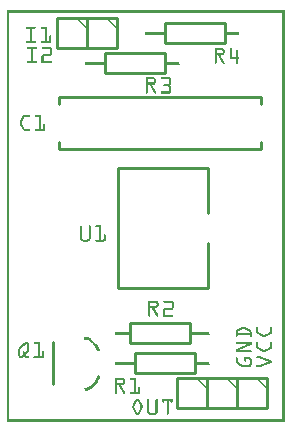
<source format=gto>
G04 MADE WITH FRITZING*
G04 WWW.FRITZING.ORG*
G04 DOUBLE SIDED*
G04 HOLES PLATED*
G04 CONTOUR ON CENTER OF CONTOUR VECTOR*
%ASAXBY*%
%FSLAX23Y23*%
%MOIN*%
%OFA0B0*%
%SFA1.0B1.0*%
%ADD10C,0.010000*%
%ADD11C,0.009722*%
%ADD12R,0.001000X0.001000*%
%LNSILK1*%
G90*
G70*
G54D10*
X609Y262D02*
X409Y262D01*
D02*
X409Y262D02*
X409Y328D01*
D02*
X409Y328D02*
X609Y328D01*
D02*
X609Y328D02*
X609Y262D01*
D02*
X428Y228D02*
X628Y228D01*
D02*
X628Y228D02*
X628Y162D01*
D02*
X628Y162D02*
X428Y162D01*
D02*
X428Y162D02*
X428Y228D01*
G54D11*
D02*
X669Y845D02*
X369Y845D01*
D02*
X369Y845D02*
X369Y445D01*
D02*
X369Y445D02*
X669Y445D01*
D02*
X669Y845D02*
X669Y695D01*
D02*
X669Y595D02*
X669Y445D01*
G54D10*
D02*
X154Y125D02*
X154Y265D01*
D02*
X368Y1345D02*
X268Y1345D01*
D02*
X268Y1345D02*
X268Y1245D01*
D02*
X268Y1245D02*
X368Y1245D01*
D02*
X368Y1245D02*
X368Y1345D01*
D02*
X268Y1345D02*
X168Y1345D01*
D02*
X168Y1345D02*
X168Y1245D01*
D02*
X168Y1245D02*
X268Y1245D01*
D02*
X268Y1245D02*
X268Y1345D01*
D02*
X668Y145D02*
X568Y145D01*
D02*
X568Y145D02*
X568Y45D01*
D02*
X568Y45D02*
X668Y45D01*
D02*
X668Y45D02*
X668Y145D01*
D02*
X768Y145D02*
X668Y145D01*
D02*
X668Y145D02*
X668Y45D01*
D02*
X668Y45D02*
X768Y45D01*
D02*
X768Y45D02*
X768Y145D01*
D02*
X868Y145D02*
X768Y145D01*
D02*
X768Y145D02*
X768Y45D01*
D02*
X768Y45D02*
X868Y45D01*
D02*
X868Y45D02*
X868Y145D01*
D02*
X328Y1228D02*
X528Y1228D01*
D02*
X528Y1228D02*
X528Y1162D01*
D02*
X528Y1162D02*
X328Y1162D01*
D02*
X328Y1162D02*
X328Y1228D01*
D02*
X528Y1328D02*
X728Y1328D01*
D02*
X728Y1328D02*
X728Y1262D01*
D02*
X728Y1262D02*
X528Y1262D01*
D02*
X528Y1262D02*
X528Y1328D01*
X847Y933D02*
X847Y908D01*
X173Y908D01*
X173Y933D01*
D02*
X173Y1058D02*
X173Y1083D01*
X847Y1083D01*
X847Y1058D01*
D02*
G54D12*
X1Y1372D02*
X926Y1372D01*
X1Y1371D02*
X926Y1371D01*
X1Y1370D02*
X926Y1370D01*
X1Y1369D02*
X926Y1369D01*
X1Y1368D02*
X926Y1368D01*
X1Y1367D02*
X926Y1367D01*
X1Y1366D02*
X926Y1366D01*
X1Y1365D02*
X926Y1365D01*
X1Y1364D02*
X8Y1364D01*
X919Y1364D02*
X926Y1364D01*
X1Y1363D02*
X8Y1363D01*
X919Y1363D02*
X926Y1363D01*
X1Y1362D02*
X8Y1362D01*
X919Y1362D02*
X926Y1362D01*
X1Y1361D02*
X8Y1361D01*
X919Y1361D02*
X926Y1361D01*
X1Y1360D02*
X8Y1360D01*
X919Y1360D02*
X926Y1360D01*
X1Y1359D02*
X8Y1359D01*
X919Y1359D02*
X926Y1359D01*
X1Y1358D02*
X8Y1358D01*
X919Y1358D02*
X926Y1358D01*
X1Y1357D02*
X8Y1357D01*
X919Y1357D02*
X926Y1357D01*
X1Y1356D02*
X8Y1356D01*
X919Y1356D02*
X926Y1356D01*
X1Y1355D02*
X8Y1355D01*
X919Y1355D02*
X926Y1355D01*
X1Y1354D02*
X8Y1354D01*
X919Y1354D02*
X926Y1354D01*
X1Y1353D02*
X8Y1353D01*
X919Y1353D02*
X926Y1353D01*
X1Y1352D02*
X8Y1352D01*
X919Y1352D02*
X926Y1352D01*
X1Y1351D02*
X8Y1351D01*
X919Y1351D02*
X926Y1351D01*
X1Y1350D02*
X8Y1350D01*
X919Y1350D02*
X926Y1350D01*
X1Y1349D02*
X8Y1349D01*
X919Y1349D02*
X926Y1349D01*
X1Y1348D02*
X8Y1348D01*
X919Y1348D02*
X926Y1348D01*
X1Y1347D02*
X8Y1347D01*
X235Y1347D02*
X235Y1347D01*
X335Y1347D02*
X335Y1347D01*
X919Y1347D02*
X926Y1347D01*
X1Y1346D02*
X8Y1346D01*
X234Y1346D02*
X236Y1346D01*
X334Y1346D02*
X336Y1346D01*
X919Y1346D02*
X926Y1346D01*
X1Y1345D02*
X8Y1345D01*
X233Y1345D02*
X237Y1345D01*
X333Y1345D02*
X337Y1345D01*
X919Y1345D02*
X926Y1345D01*
X1Y1344D02*
X8Y1344D01*
X233Y1344D02*
X238Y1344D01*
X332Y1344D02*
X338Y1344D01*
X919Y1344D02*
X926Y1344D01*
X1Y1343D02*
X8Y1343D01*
X233Y1343D02*
X239Y1343D01*
X333Y1343D02*
X339Y1343D01*
X919Y1343D02*
X926Y1343D01*
X1Y1342D02*
X8Y1342D01*
X234Y1342D02*
X240Y1342D01*
X334Y1342D02*
X340Y1342D01*
X919Y1342D02*
X926Y1342D01*
X1Y1341D02*
X8Y1341D01*
X235Y1341D02*
X241Y1341D01*
X335Y1341D02*
X341Y1341D01*
X919Y1341D02*
X926Y1341D01*
X1Y1340D02*
X8Y1340D01*
X236Y1340D02*
X242Y1340D01*
X336Y1340D02*
X342Y1340D01*
X919Y1340D02*
X926Y1340D01*
X1Y1339D02*
X8Y1339D01*
X237Y1339D02*
X243Y1339D01*
X337Y1339D02*
X343Y1339D01*
X919Y1339D02*
X926Y1339D01*
X1Y1338D02*
X8Y1338D01*
X238Y1338D02*
X244Y1338D01*
X338Y1338D02*
X344Y1338D01*
X919Y1338D02*
X926Y1338D01*
X1Y1337D02*
X8Y1337D01*
X239Y1337D02*
X245Y1337D01*
X339Y1337D02*
X345Y1337D01*
X919Y1337D02*
X926Y1337D01*
X1Y1336D02*
X8Y1336D01*
X240Y1336D02*
X246Y1336D01*
X340Y1336D02*
X346Y1336D01*
X919Y1336D02*
X926Y1336D01*
X1Y1335D02*
X8Y1335D01*
X241Y1335D02*
X247Y1335D01*
X341Y1335D02*
X347Y1335D01*
X919Y1335D02*
X926Y1335D01*
X1Y1334D02*
X8Y1334D01*
X242Y1334D02*
X248Y1334D01*
X342Y1334D02*
X348Y1334D01*
X919Y1334D02*
X926Y1334D01*
X1Y1333D02*
X8Y1333D01*
X243Y1333D02*
X249Y1333D01*
X343Y1333D02*
X349Y1333D01*
X919Y1333D02*
X926Y1333D01*
X1Y1332D02*
X8Y1332D01*
X244Y1332D02*
X250Y1332D01*
X344Y1332D02*
X350Y1332D01*
X919Y1332D02*
X926Y1332D01*
X1Y1331D02*
X8Y1331D01*
X245Y1331D02*
X251Y1331D01*
X345Y1331D02*
X351Y1331D01*
X919Y1331D02*
X926Y1331D01*
X1Y1330D02*
X8Y1330D01*
X246Y1330D02*
X252Y1330D01*
X346Y1330D02*
X352Y1330D01*
X919Y1330D02*
X926Y1330D01*
X1Y1329D02*
X8Y1329D01*
X248Y1329D02*
X253Y1329D01*
X347Y1329D02*
X353Y1329D01*
X919Y1329D02*
X926Y1329D01*
X1Y1328D02*
X8Y1328D01*
X249Y1328D02*
X254Y1328D01*
X349Y1328D02*
X354Y1328D01*
X919Y1328D02*
X926Y1328D01*
X1Y1327D02*
X8Y1327D01*
X250Y1327D02*
X255Y1327D01*
X350Y1327D02*
X355Y1327D01*
X919Y1327D02*
X926Y1327D01*
X1Y1326D02*
X8Y1326D01*
X251Y1326D02*
X256Y1326D01*
X351Y1326D02*
X356Y1326D01*
X919Y1326D02*
X926Y1326D01*
X1Y1325D02*
X8Y1325D01*
X252Y1325D02*
X257Y1325D01*
X352Y1325D02*
X357Y1325D01*
X919Y1325D02*
X926Y1325D01*
X1Y1324D02*
X8Y1324D01*
X253Y1324D02*
X258Y1324D01*
X352Y1324D02*
X358Y1324D01*
X919Y1324D02*
X926Y1324D01*
X1Y1323D02*
X8Y1323D01*
X253Y1323D02*
X259Y1323D01*
X353Y1323D02*
X359Y1323D01*
X919Y1323D02*
X926Y1323D01*
X1Y1322D02*
X8Y1322D01*
X254Y1322D02*
X260Y1322D01*
X354Y1322D02*
X360Y1322D01*
X919Y1322D02*
X926Y1322D01*
X1Y1321D02*
X8Y1321D01*
X255Y1321D02*
X261Y1321D01*
X355Y1321D02*
X361Y1321D01*
X919Y1321D02*
X926Y1321D01*
X1Y1320D02*
X8Y1320D01*
X256Y1320D02*
X262Y1320D01*
X356Y1320D02*
X362Y1320D01*
X919Y1320D02*
X926Y1320D01*
X1Y1319D02*
X8Y1319D01*
X257Y1319D02*
X263Y1319D01*
X357Y1319D02*
X363Y1319D01*
X919Y1319D02*
X926Y1319D01*
X1Y1318D02*
X8Y1318D01*
X258Y1318D02*
X264Y1318D01*
X358Y1318D02*
X364Y1318D01*
X919Y1318D02*
X926Y1318D01*
X1Y1317D02*
X8Y1317D01*
X66Y1317D02*
X96Y1317D01*
X116Y1317D02*
X134Y1317D01*
X259Y1317D02*
X265Y1317D01*
X359Y1317D02*
X365Y1317D01*
X919Y1317D02*
X926Y1317D01*
X1Y1316D02*
X8Y1316D01*
X65Y1316D02*
X97Y1316D01*
X115Y1316D02*
X134Y1316D01*
X260Y1316D02*
X266Y1316D01*
X360Y1316D02*
X366Y1316D01*
X919Y1316D02*
X926Y1316D01*
X1Y1315D02*
X8Y1315D01*
X64Y1315D02*
X98Y1315D01*
X114Y1315D02*
X134Y1315D01*
X261Y1315D02*
X267Y1315D01*
X361Y1315D02*
X367Y1315D01*
X919Y1315D02*
X926Y1315D01*
X1Y1314D02*
X8Y1314D01*
X64Y1314D02*
X98Y1314D01*
X114Y1314D02*
X134Y1314D01*
X262Y1314D02*
X268Y1314D01*
X362Y1314D02*
X368Y1314D01*
X919Y1314D02*
X926Y1314D01*
X1Y1313D02*
X8Y1313D01*
X65Y1313D02*
X98Y1313D01*
X114Y1313D02*
X134Y1313D01*
X263Y1313D02*
X269Y1313D01*
X363Y1313D02*
X369Y1313D01*
X919Y1313D02*
X926Y1313D01*
X1Y1312D02*
X8Y1312D01*
X65Y1312D02*
X97Y1312D01*
X115Y1312D02*
X134Y1312D01*
X264Y1312D02*
X269Y1312D01*
X364Y1312D02*
X369Y1312D01*
X919Y1312D02*
X926Y1312D01*
X1Y1311D02*
X8Y1311D01*
X66Y1311D02*
X95Y1311D01*
X116Y1311D02*
X134Y1311D01*
X265Y1311D02*
X268Y1311D01*
X365Y1311D02*
X368Y1311D01*
X919Y1311D02*
X926Y1311D01*
X1Y1310D02*
X8Y1310D01*
X78Y1310D02*
X84Y1310D01*
X128Y1310D02*
X134Y1310D01*
X266Y1310D02*
X267Y1310D01*
X366Y1310D02*
X367Y1310D01*
X919Y1310D02*
X926Y1310D01*
X1Y1309D02*
X8Y1309D01*
X78Y1309D02*
X84Y1309D01*
X128Y1309D02*
X134Y1309D01*
X919Y1309D02*
X926Y1309D01*
X1Y1308D02*
X8Y1308D01*
X78Y1308D02*
X84Y1308D01*
X128Y1308D02*
X134Y1308D01*
X919Y1308D02*
X926Y1308D01*
X1Y1307D02*
X8Y1307D01*
X78Y1307D02*
X84Y1307D01*
X128Y1307D02*
X134Y1307D01*
X919Y1307D02*
X926Y1307D01*
X1Y1306D02*
X8Y1306D01*
X78Y1306D02*
X84Y1306D01*
X128Y1306D02*
X134Y1306D01*
X919Y1306D02*
X926Y1306D01*
X1Y1305D02*
X8Y1305D01*
X78Y1305D02*
X84Y1305D01*
X128Y1305D02*
X134Y1305D01*
X919Y1305D02*
X926Y1305D01*
X1Y1304D02*
X8Y1304D01*
X78Y1304D02*
X84Y1304D01*
X128Y1304D02*
X134Y1304D01*
X919Y1304D02*
X926Y1304D01*
X1Y1303D02*
X8Y1303D01*
X78Y1303D02*
X84Y1303D01*
X128Y1303D02*
X134Y1303D01*
X919Y1303D02*
X926Y1303D01*
X1Y1302D02*
X8Y1302D01*
X78Y1302D02*
X84Y1302D01*
X128Y1302D02*
X134Y1302D01*
X919Y1302D02*
X926Y1302D01*
X1Y1301D02*
X8Y1301D01*
X78Y1301D02*
X84Y1301D01*
X128Y1301D02*
X134Y1301D01*
X919Y1301D02*
X926Y1301D01*
X1Y1300D02*
X8Y1300D01*
X78Y1300D02*
X84Y1300D01*
X128Y1300D02*
X134Y1300D01*
X461Y1300D02*
X527Y1300D01*
X728Y1300D02*
X775Y1300D01*
X919Y1300D02*
X926Y1300D01*
X1Y1299D02*
X8Y1299D01*
X78Y1299D02*
X84Y1299D01*
X128Y1299D02*
X134Y1299D01*
X461Y1299D02*
X527Y1299D01*
X728Y1299D02*
X775Y1299D01*
X919Y1299D02*
X926Y1299D01*
X1Y1298D02*
X8Y1298D01*
X78Y1298D02*
X84Y1298D01*
X128Y1298D02*
X134Y1298D01*
X461Y1298D02*
X527Y1298D01*
X728Y1298D02*
X775Y1298D01*
X919Y1298D02*
X926Y1298D01*
X1Y1297D02*
X8Y1297D01*
X78Y1297D02*
X84Y1297D01*
X128Y1297D02*
X134Y1297D01*
X461Y1297D02*
X527Y1297D01*
X728Y1297D02*
X775Y1297D01*
X919Y1297D02*
X926Y1297D01*
X1Y1296D02*
X8Y1296D01*
X78Y1296D02*
X84Y1296D01*
X128Y1296D02*
X134Y1296D01*
X461Y1296D02*
X527Y1296D01*
X728Y1296D02*
X775Y1296D01*
X919Y1296D02*
X926Y1296D01*
X1Y1295D02*
X8Y1295D01*
X78Y1295D02*
X84Y1295D01*
X128Y1295D02*
X134Y1295D01*
X461Y1295D02*
X527Y1295D01*
X728Y1295D02*
X775Y1295D01*
X919Y1295D02*
X926Y1295D01*
X1Y1294D02*
X8Y1294D01*
X78Y1294D02*
X84Y1294D01*
X128Y1294D02*
X134Y1294D01*
X461Y1294D02*
X527Y1294D01*
X728Y1294D02*
X775Y1294D01*
X919Y1294D02*
X926Y1294D01*
X1Y1293D02*
X8Y1293D01*
X78Y1293D02*
X84Y1293D01*
X128Y1293D02*
X134Y1293D01*
X461Y1293D02*
X527Y1293D01*
X728Y1293D02*
X775Y1293D01*
X919Y1293D02*
X926Y1293D01*
X1Y1292D02*
X8Y1292D01*
X78Y1292D02*
X84Y1292D01*
X128Y1292D02*
X134Y1292D01*
X461Y1292D02*
X527Y1292D01*
X728Y1292D02*
X775Y1292D01*
X919Y1292D02*
X926Y1292D01*
X1Y1291D02*
X8Y1291D01*
X78Y1291D02*
X84Y1291D01*
X128Y1291D02*
X134Y1291D01*
X461Y1291D02*
X527Y1291D01*
X728Y1291D02*
X775Y1291D01*
X919Y1291D02*
X926Y1291D01*
X1Y1290D02*
X8Y1290D01*
X78Y1290D02*
X84Y1290D01*
X128Y1290D02*
X134Y1290D01*
X919Y1290D02*
X926Y1290D01*
X1Y1289D02*
X8Y1289D01*
X78Y1289D02*
X84Y1289D01*
X128Y1289D02*
X134Y1289D01*
X919Y1289D02*
X926Y1289D01*
X1Y1288D02*
X8Y1288D01*
X78Y1288D02*
X84Y1288D01*
X128Y1288D02*
X134Y1288D01*
X144Y1288D02*
X146Y1288D01*
X919Y1288D02*
X926Y1288D01*
X1Y1287D02*
X8Y1287D01*
X78Y1287D02*
X84Y1287D01*
X128Y1287D02*
X134Y1287D01*
X143Y1287D02*
X147Y1287D01*
X919Y1287D02*
X926Y1287D01*
X1Y1286D02*
X8Y1286D01*
X78Y1286D02*
X84Y1286D01*
X128Y1286D02*
X134Y1286D01*
X142Y1286D02*
X147Y1286D01*
X919Y1286D02*
X926Y1286D01*
X1Y1285D02*
X8Y1285D01*
X78Y1285D02*
X84Y1285D01*
X128Y1285D02*
X134Y1285D01*
X142Y1285D02*
X148Y1285D01*
X919Y1285D02*
X926Y1285D01*
X1Y1284D02*
X8Y1284D01*
X78Y1284D02*
X84Y1284D01*
X128Y1284D02*
X134Y1284D01*
X142Y1284D02*
X148Y1284D01*
X919Y1284D02*
X926Y1284D01*
X1Y1283D02*
X8Y1283D01*
X78Y1283D02*
X84Y1283D01*
X128Y1283D02*
X134Y1283D01*
X142Y1283D02*
X148Y1283D01*
X919Y1283D02*
X926Y1283D01*
X1Y1282D02*
X8Y1282D01*
X78Y1282D02*
X84Y1282D01*
X128Y1282D02*
X134Y1282D01*
X142Y1282D02*
X148Y1282D01*
X919Y1282D02*
X926Y1282D01*
X1Y1281D02*
X8Y1281D01*
X78Y1281D02*
X84Y1281D01*
X128Y1281D02*
X134Y1281D01*
X142Y1281D02*
X148Y1281D01*
X919Y1281D02*
X926Y1281D01*
X1Y1280D02*
X8Y1280D01*
X78Y1280D02*
X84Y1280D01*
X128Y1280D02*
X134Y1280D01*
X142Y1280D02*
X148Y1280D01*
X919Y1280D02*
X926Y1280D01*
X1Y1279D02*
X8Y1279D01*
X78Y1279D02*
X84Y1279D01*
X128Y1279D02*
X134Y1279D01*
X142Y1279D02*
X148Y1279D01*
X919Y1279D02*
X926Y1279D01*
X1Y1278D02*
X8Y1278D01*
X78Y1278D02*
X84Y1278D01*
X128Y1278D02*
X134Y1278D01*
X142Y1278D02*
X148Y1278D01*
X919Y1278D02*
X926Y1278D01*
X1Y1277D02*
X8Y1277D01*
X78Y1277D02*
X84Y1277D01*
X128Y1277D02*
X134Y1277D01*
X142Y1277D02*
X148Y1277D01*
X919Y1277D02*
X926Y1277D01*
X1Y1276D02*
X8Y1276D01*
X78Y1276D02*
X84Y1276D01*
X128Y1276D02*
X134Y1276D01*
X142Y1276D02*
X148Y1276D01*
X919Y1276D02*
X926Y1276D01*
X1Y1275D02*
X8Y1275D01*
X78Y1275D02*
X84Y1275D01*
X128Y1275D02*
X134Y1275D01*
X142Y1275D02*
X148Y1275D01*
X919Y1275D02*
X926Y1275D01*
X1Y1274D02*
X8Y1274D01*
X78Y1274D02*
X84Y1274D01*
X128Y1274D02*
X134Y1274D01*
X142Y1274D02*
X148Y1274D01*
X919Y1274D02*
X926Y1274D01*
X1Y1273D02*
X8Y1273D01*
X78Y1273D02*
X84Y1273D01*
X128Y1273D02*
X134Y1273D01*
X142Y1273D02*
X148Y1273D01*
X919Y1273D02*
X926Y1273D01*
X1Y1272D02*
X8Y1272D01*
X78Y1272D02*
X84Y1272D01*
X128Y1272D02*
X134Y1272D01*
X142Y1272D02*
X148Y1272D01*
X919Y1272D02*
X926Y1272D01*
X1Y1271D02*
X8Y1271D01*
X78Y1271D02*
X84Y1271D01*
X128Y1271D02*
X134Y1271D01*
X142Y1271D02*
X148Y1271D01*
X919Y1271D02*
X926Y1271D01*
X1Y1270D02*
X8Y1270D01*
X66Y1270D02*
X96Y1270D01*
X116Y1270D02*
X148Y1270D01*
X919Y1270D02*
X926Y1270D01*
X1Y1269D02*
X8Y1269D01*
X65Y1269D02*
X97Y1269D01*
X115Y1269D02*
X148Y1269D01*
X919Y1269D02*
X926Y1269D01*
X1Y1268D02*
X8Y1268D01*
X64Y1268D02*
X98Y1268D01*
X114Y1268D02*
X148Y1268D01*
X919Y1268D02*
X926Y1268D01*
X1Y1267D02*
X8Y1267D01*
X64Y1267D02*
X98Y1267D01*
X114Y1267D02*
X148Y1267D01*
X919Y1267D02*
X926Y1267D01*
X1Y1266D02*
X8Y1266D01*
X64Y1266D02*
X98Y1266D01*
X114Y1266D02*
X148Y1266D01*
X919Y1266D02*
X926Y1266D01*
X1Y1265D02*
X8Y1265D01*
X65Y1265D02*
X97Y1265D01*
X115Y1265D02*
X147Y1265D01*
X919Y1265D02*
X926Y1265D01*
X1Y1264D02*
X8Y1264D01*
X66Y1264D02*
X96Y1264D01*
X116Y1264D02*
X146Y1264D01*
X919Y1264D02*
X926Y1264D01*
X1Y1263D02*
X8Y1263D01*
X919Y1263D02*
X926Y1263D01*
X1Y1262D02*
X8Y1262D01*
X919Y1262D02*
X926Y1262D01*
X1Y1261D02*
X8Y1261D01*
X919Y1261D02*
X926Y1261D01*
X1Y1260D02*
X8Y1260D01*
X919Y1260D02*
X926Y1260D01*
X1Y1259D02*
X8Y1259D01*
X919Y1259D02*
X926Y1259D01*
X1Y1258D02*
X8Y1258D01*
X919Y1258D02*
X926Y1258D01*
X1Y1257D02*
X8Y1257D01*
X919Y1257D02*
X926Y1257D01*
X1Y1256D02*
X8Y1256D01*
X919Y1256D02*
X926Y1256D01*
X1Y1255D02*
X8Y1255D01*
X919Y1255D02*
X926Y1255D01*
X1Y1254D02*
X8Y1254D01*
X919Y1254D02*
X926Y1254D01*
X1Y1253D02*
X8Y1253D01*
X919Y1253D02*
X926Y1253D01*
X1Y1252D02*
X8Y1252D01*
X919Y1252D02*
X926Y1252D01*
X1Y1251D02*
X8Y1251D01*
X919Y1251D02*
X926Y1251D01*
X1Y1250D02*
X8Y1250D01*
X919Y1250D02*
X926Y1250D01*
X1Y1249D02*
X8Y1249D01*
X69Y1249D02*
X98Y1249D01*
X119Y1249D02*
X145Y1249D01*
X919Y1249D02*
X926Y1249D01*
X1Y1248D02*
X8Y1248D01*
X67Y1248D02*
X99Y1248D01*
X117Y1248D02*
X147Y1248D01*
X919Y1248D02*
X926Y1248D01*
X1Y1247D02*
X8Y1247D01*
X67Y1247D02*
X100Y1247D01*
X117Y1247D02*
X148Y1247D01*
X919Y1247D02*
X926Y1247D01*
X1Y1246D02*
X8Y1246D01*
X66Y1246D02*
X100Y1246D01*
X116Y1246D02*
X149Y1246D01*
X693Y1246D02*
X719Y1246D01*
X746Y1246D02*
X748Y1246D01*
X919Y1246D02*
X926Y1246D01*
X1Y1245D02*
X8Y1245D01*
X67Y1245D02*
X100Y1245D01*
X117Y1245D02*
X149Y1245D01*
X693Y1245D02*
X721Y1245D01*
X745Y1245D02*
X750Y1245D01*
X919Y1245D02*
X926Y1245D01*
X1Y1244D02*
X8Y1244D01*
X67Y1244D02*
X99Y1244D01*
X117Y1244D02*
X150Y1244D01*
X693Y1244D02*
X722Y1244D01*
X744Y1244D02*
X750Y1244D01*
X919Y1244D02*
X926Y1244D01*
X1Y1243D02*
X8Y1243D01*
X68Y1243D02*
X99Y1243D01*
X118Y1243D02*
X150Y1243D01*
X693Y1243D02*
X723Y1243D01*
X744Y1243D02*
X750Y1243D01*
X919Y1243D02*
X926Y1243D01*
X1Y1242D02*
X8Y1242D01*
X80Y1242D02*
X86Y1242D01*
X144Y1242D02*
X150Y1242D01*
X693Y1242D02*
X724Y1242D01*
X744Y1242D02*
X750Y1242D01*
X919Y1242D02*
X926Y1242D01*
X1Y1241D02*
X8Y1241D01*
X80Y1241D02*
X86Y1241D01*
X144Y1241D02*
X150Y1241D01*
X693Y1241D02*
X725Y1241D01*
X744Y1241D02*
X750Y1241D01*
X919Y1241D02*
X926Y1241D01*
X1Y1240D02*
X8Y1240D01*
X80Y1240D02*
X86Y1240D01*
X144Y1240D02*
X150Y1240D01*
X693Y1240D02*
X725Y1240D01*
X744Y1240D02*
X750Y1240D01*
X766Y1240D02*
X769Y1240D01*
X919Y1240D02*
X926Y1240D01*
X1Y1239D02*
X8Y1239D01*
X80Y1239D02*
X86Y1239D01*
X144Y1239D02*
X150Y1239D01*
X693Y1239D02*
X699Y1239D01*
X718Y1239D02*
X726Y1239D01*
X744Y1239D02*
X750Y1239D01*
X765Y1239D02*
X770Y1239D01*
X919Y1239D02*
X926Y1239D01*
X1Y1238D02*
X8Y1238D01*
X80Y1238D02*
X86Y1238D01*
X144Y1238D02*
X150Y1238D01*
X693Y1238D02*
X699Y1238D01*
X719Y1238D02*
X726Y1238D01*
X744Y1238D02*
X750Y1238D01*
X765Y1238D02*
X771Y1238D01*
X919Y1238D02*
X926Y1238D01*
X1Y1237D02*
X8Y1237D01*
X80Y1237D02*
X86Y1237D01*
X144Y1237D02*
X150Y1237D01*
X693Y1237D02*
X699Y1237D01*
X720Y1237D02*
X726Y1237D01*
X744Y1237D02*
X750Y1237D01*
X765Y1237D02*
X771Y1237D01*
X919Y1237D02*
X926Y1237D01*
X1Y1236D02*
X8Y1236D01*
X80Y1236D02*
X86Y1236D01*
X144Y1236D02*
X150Y1236D01*
X693Y1236D02*
X699Y1236D01*
X720Y1236D02*
X726Y1236D01*
X744Y1236D02*
X750Y1236D01*
X765Y1236D02*
X771Y1236D01*
X919Y1236D02*
X926Y1236D01*
X1Y1235D02*
X8Y1235D01*
X80Y1235D02*
X86Y1235D01*
X144Y1235D02*
X150Y1235D01*
X693Y1235D02*
X699Y1235D01*
X720Y1235D02*
X726Y1235D01*
X744Y1235D02*
X750Y1235D01*
X765Y1235D02*
X771Y1235D01*
X919Y1235D02*
X926Y1235D01*
X1Y1234D02*
X8Y1234D01*
X80Y1234D02*
X86Y1234D01*
X144Y1234D02*
X150Y1234D01*
X693Y1234D02*
X699Y1234D01*
X720Y1234D02*
X726Y1234D01*
X744Y1234D02*
X750Y1234D01*
X765Y1234D02*
X771Y1234D01*
X919Y1234D02*
X926Y1234D01*
X1Y1233D02*
X8Y1233D01*
X80Y1233D02*
X86Y1233D01*
X144Y1233D02*
X150Y1233D01*
X693Y1233D02*
X699Y1233D01*
X720Y1233D02*
X726Y1233D01*
X744Y1233D02*
X750Y1233D01*
X765Y1233D02*
X771Y1233D01*
X919Y1233D02*
X926Y1233D01*
X1Y1232D02*
X8Y1232D01*
X80Y1232D02*
X86Y1232D01*
X144Y1232D02*
X150Y1232D01*
X693Y1232D02*
X699Y1232D01*
X720Y1232D02*
X726Y1232D01*
X744Y1232D02*
X750Y1232D01*
X765Y1232D02*
X771Y1232D01*
X919Y1232D02*
X926Y1232D01*
X1Y1231D02*
X8Y1231D01*
X80Y1231D02*
X86Y1231D01*
X144Y1231D02*
X150Y1231D01*
X693Y1231D02*
X699Y1231D01*
X720Y1231D02*
X726Y1231D01*
X744Y1231D02*
X750Y1231D01*
X765Y1231D02*
X771Y1231D01*
X919Y1231D02*
X926Y1231D01*
X1Y1230D02*
X8Y1230D01*
X80Y1230D02*
X86Y1230D01*
X144Y1230D02*
X150Y1230D01*
X693Y1230D02*
X699Y1230D01*
X719Y1230D02*
X726Y1230D01*
X744Y1230D02*
X750Y1230D01*
X765Y1230D02*
X771Y1230D01*
X919Y1230D02*
X926Y1230D01*
X1Y1229D02*
X8Y1229D01*
X80Y1229D02*
X86Y1229D01*
X144Y1229D02*
X150Y1229D01*
X693Y1229D02*
X699Y1229D01*
X717Y1229D02*
X726Y1229D01*
X744Y1229D02*
X750Y1229D01*
X765Y1229D02*
X771Y1229D01*
X919Y1229D02*
X926Y1229D01*
X1Y1228D02*
X8Y1228D01*
X80Y1228D02*
X86Y1228D01*
X144Y1228D02*
X150Y1228D01*
X693Y1228D02*
X725Y1228D01*
X744Y1228D02*
X750Y1228D01*
X765Y1228D02*
X771Y1228D01*
X919Y1228D02*
X926Y1228D01*
X1Y1227D02*
X8Y1227D01*
X80Y1227D02*
X86Y1227D01*
X144Y1227D02*
X150Y1227D01*
X693Y1227D02*
X725Y1227D01*
X744Y1227D02*
X750Y1227D01*
X765Y1227D02*
X771Y1227D01*
X919Y1227D02*
X926Y1227D01*
X1Y1226D02*
X8Y1226D01*
X80Y1226D02*
X86Y1226D01*
X144Y1226D02*
X150Y1226D01*
X693Y1226D02*
X724Y1226D01*
X744Y1226D02*
X750Y1226D01*
X765Y1226D02*
X771Y1226D01*
X919Y1226D02*
X926Y1226D01*
X1Y1225D02*
X8Y1225D01*
X80Y1225D02*
X86Y1225D01*
X120Y1225D02*
X150Y1225D01*
X693Y1225D02*
X723Y1225D01*
X744Y1225D02*
X750Y1225D01*
X765Y1225D02*
X771Y1225D01*
X919Y1225D02*
X926Y1225D01*
X1Y1224D02*
X8Y1224D01*
X80Y1224D02*
X86Y1224D01*
X119Y1224D02*
X150Y1224D01*
X693Y1224D02*
X722Y1224D01*
X744Y1224D02*
X750Y1224D01*
X765Y1224D02*
X771Y1224D01*
X919Y1224D02*
X926Y1224D01*
X1Y1223D02*
X8Y1223D01*
X80Y1223D02*
X86Y1223D01*
X118Y1223D02*
X149Y1223D01*
X693Y1223D02*
X720Y1223D01*
X744Y1223D02*
X750Y1223D01*
X765Y1223D02*
X771Y1223D01*
X919Y1223D02*
X926Y1223D01*
X1Y1222D02*
X8Y1222D01*
X80Y1222D02*
X86Y1222D01*
X117Y1222D02*
X149Y1222D01*
X693Y1222D02*
X717Y1222D01*
X744Y1222D02*
X750Y1222D01*
X765Y1222D02*
X771Y1222D01*
X919Y1222D02*
X926Y1222D01*
X1Y1221D02*
X8Y1221D01*
X80Y1221D02*
X86Y1221D01*
X117Y1221D02*
X148Y1221D01*
X693Y1221D02*
X699Y1221D01*
X705Y1221D02*
X712Y1221D01*
X744Y1221D02*
X750Y1221D01*
X765Y1221D02*
X771Y1221D01*
X919Y1221D02*
X926Y1221D01*
X1Y1220D02*
X8Y1220D01*
X80Y1220D02*
X86Y1220D01*
X117Y1220D02*
X147Y1220D01*
X693Y1220D02*
X699Y1220D01*
X705Y1220D02*
X713Y1220D01*
X744Y1220D02*
X750Y1220D01*
X765Y1220D02*
X771Y1220D01*
X919Y1220D02*
X926Y1220D01*
X1Y1219D02*
X8Y1219D01*
X80Y1219D02*
X86Y1219D01*
X116Y1219D02*
X145Y1219D01*
X693Y1219D02*
X699Y1219D01*
X706Y1219D02*
X713Y1219D01*
X744Y1219D02*
X750Y1219D01*
X765Y1219D02*
X771Y1219D01*
X919Y1219D02*
X926Y1219D01*
X1Y1218D02*
X8Y1218D01*
X80Y1218D02*
X86Y1218D01*
X116Y1218D02*
X122Y1218D01*
X693Y1218D02*
X699Y1218D01*
X707Y1218D02*
X714Y1218D01*
X744Y1218D02*
X750Y1218D01*
X765Y1218D02*
X771Y1218D01*
X919Y1218D02*
X926Y1218D01*
X1Y1217D02*
X8Y1217D01*
X80Y1217D02*
X86Y1217D01*
X116Y1217D02*
X122Y1217D01*
X693Y1217D02*
X699Y1217D01*
X707Y1217D02*
X714Y1217D01*
X744Y1217D02*
X771Y1217D01*
X919Y1217D02*
X926Y1217D01*
X1Y1216D02*
X8Y1216D01*
X80Y1216D02*
X86Y1216D01*
X116Y1216D02*
X122Y1216D01*
X693Y1216D02*
X699Y1216D01*
X708Y1216D02*
X715Y1216D01*
X744Y1216D02*
X773Y1216D01*
X919Y1216D02*
X926Y1216D01*
X1Y1215D02*
X8Y1215D01*
X80Y1215D02*
X86Y1215D01*
X116Y1215D02*
X122Y1215D01*
X693Y1215D02*
X699Y1215D01*
X708Y1215D02*
X715Y1215D01*
X744Y1215D02*
X774Y1215D01*
X919Y1215D02*
X926Y1215D01*
X1Y1214D02*
X8Y1214D01*
X80Y1214D02*
X86Y1214D01*
X116Y1214D02*
X122Y1214D01*
X693Y1214D02*
X699Y1214D01*
X709Y1214D02*
X716Y1214D01*
X744Y1214D02*
X774Y1214D01*
X919Y1214D02*
X926Y1214D01*
X1Y1213D02*
X8Y1213D01*
X80Y1213D02*
X86Y1213D01*
X116Y1213D02*
X122Y1213D01*
X693Y1213D02*
X699Y1213D01*
X709Y1213D02*
X717Y1213D01*
X744Y1213D02*
X774Y1213D01*
X919Y1213D02*
X926Y1213D01*
X1Y1212D02*
X8Y1212D01*
X80Y1212D02*
X86Y1212D01*
X116Y1212D02*
X122Y1212D01*
X693Y1212D02*
X699Y1212D01*
X710Y1212D02*
X717Y1212D01*
X744Y1212D02*
X774Y1212D01*
X919Y1212D02*
X926Y1212D01*
X1Y1211D02*
X8Y1211D01*
X80Y1211D02*
X86Y1211D01*
X116Y1211D02*
X122Y1211D01*
X693Y1211D02*
X699Y1211D01*
X711Y1211D02*
X718Y1211D01*
X744Y1211D02*
X773Y1211D01*
X919Y1211D02*
X926Y1211D01*
X1Y1210D02*
X8Y1210D01*
X80Y1210D02*
X86Y1210D01*
X116Y1210D02*
X122Y1210D01*
X693Y1210D02*
X699Y1210D01*
X711Y1210D02*
X718Y1210D01*
X764Y1210D02*
X771Y1210D01*
X919Y1210D02*
X926Y1210D01*
X1Y1209D02*
X8Y1209D01*
X80Y1209D02*
X86Y1209D01*
X116Y1209D02*
X122Y1209D01*
X693Y1209D02*
X699Y1209D01*
X712Y1209D02*
X719Y1209D01*
X765Y1209D02*
X771Y1209D01*
X919Y1209D02*
X926Y1209D01*
X1Y1208D02*
X8Y1208D01*
X80Y1208D02*
X86Y1208D01*
X116Y1208D02*
X122Y1208D01*
X693Y1208D02*
X699Y1208D01*
X712Y1208D02*
X720Y1208D01*
X765Y1208D02*
X771Y1208D01*
X919Y1208D02*
X926Y1208D01*
X1Y1207D02*
X8Y1207D01*
X80Y1207D02*
X86Y1207D01*
X116Y1207D02*
X122Y1207D01*
X693Y1207D02*
X699Y1207D01*
X713Y1207D02*
X720Y1207D01*
X765Y1207D02*
X771Y1207D01*
X919Y1207D02*
X926Y1207D01*
X1Y1206D02*
X8Y1206D01*
X80Y1206D02*
X86Y1206D01*
X116Y1206D02*
X122Y1206D01*
X693Y1206D02*
X699Y1206D01*
X714Y1206D02*
X721Y1206D01*
X765Y1206D02*
X771Y1206D01*
X919Y1206D02*
X926Y1206D01*
X1Y1205D02*
X8Y1205D01*
X80Y1205D02*
X86Y1205D01*
X116Y1205D02*
X122Y1205D01*
X693Y1205D02*
X699Y1205D01*
X714Y1205D02*
X721Y1205D01*
X765Y1205D02*
X771Y1205D01*
X919Y1205D02*
X926Y1205D01*
X1Y1204D02*
X8Y1204D01*
X80Y1204D02*
X86Y1204D01*
X116Y1204D02*
X122Y1204D01*
X693Y1204D02*
X699Y1204D01*
X715Y1204D02*
X722Y1204D01*
X765Y1204D02*
X771Y1204D01*
X919Y1204D02*
X926Y1204D01*
X1Y1203D02*
X8Y1203D01*
X80Y1203D02*
X86Y1203D01*
X116Y1203D02*
X122Y1203D01*
X693Y1203D02*
X699Y1203D01*
X715Y1203D02*
X722Y1203D01*
X765Y1203D02*
X771Y1203D01*
X919Y1203D02*
X926Y1203D01*
X1Y1202D02*
X8Y1202D01*
X69Y1202D02*
X97Y1202D01*
X116Y1202D02*
X147Y1202D01*
X693Y1202D02*
X699Y1202D01*
X716Y1202D02*
X723Y1202D01*
X765Y1202D02*
X771Y1202D01*
X919Y1202D02*
X926Y1202D01*
X1Y1201D02*
X8Y1201D01*
X67Y1201D02*
X99Y1201D01*
X116Y1201D02*
X149Y1201D01*
X693Y1201D02*
X699Y1201D01*
X716Y1201D02*
X724Y1201D01*
X765Y1201D02*
X771Y1201D01*
X919Y1201D02*
X926Y1201D01*
X1Y1200D02*
X8Y1200D01*
X67Y1200D02*
X100Y1200D01*
X116Y1200D02*
X150Y1200D01*
X261Y1200D02*
X327Y1200D01*
X528Y1200D02*
X576Y1200D01*
X693Y1200D02*
X699Y1200D01*
X717Y1200D02*
X724Y1200D01*
X765Y1200D02*
X771Y1200D01*
X919Y1200D02*
X926Y1200D01*
X1Y1199D02*
X8Y1199D01*
X66Y1199D02*
X100Y1199D01*
X116Y1199D02*
X150Y1199D01*
X261Y1199D02*
X327Y1199D01*
X528Y1199D02*
X575Y1199D01*
X693Y1199D02*
X699Y1199D01*
X718Y1199D02*
X725Y1199D01*
X765Y1199D02*
X771Y1199D01*
X919Y1199D02*
X926Y1199D01*
X1Y1198D02*
X8Y1198D01*
X67Y1198D02*
X100Y1198D01*
X116Y1198D02*
X150Y1198D01*
X261Y1198D02*
X327Y1198D01*
X528Y1198D02*
X575Y1198D01*
X693Y1198D02*
X699Y1198D01*
X718Y1198D02*
X725Y1198D01*
X765Y1198D02*
X771Y1198D01*
X919Y1198D02*
X926Y1198D01*
X1Y1197D02*
X8Y1197D01*
X67Y1197D02*
X100Y1197D01*
X116Y1197D02*
X149Y1197D01*
X261Y1197D02*
X327Y1197D01*
X528Y1197D02*
X575Y1197D01*
X693Y1197D02*
X699Y1197D01*
X719Y1197D02*
X726Y1197D01*
X765Y1197D02*
X771Y1197D01*
X919Y1197D02*
X926Y1197D01*
X1Y1196D02*
X8Y1196D01*
X68Y1196D02*
X99Y1196D01*
X116Y1196D02*
X149Y1196D01*
X261Y1196D02*
X327Y1196D01*
X528Y1196D02*
X575Y1196D01*
X693Y1196D02*
X699Y1196D01*
X719Y1196D02*
X726Y1196D01*
X765Y1196D02*
X771Y1196D01*
X919Y1196D02*
X926Y1196D01*
X1Y1195D02*
X8Y1195D01*
X261Y1195D02*
X327Y1195D01*
X528Y1195D02*
X575Y1195D01*
X693Y1195D02*
X698Y1195D01*
X720Y1195D02*
X726Y1195D01*
X765Y1195D02*
X771Y1195D01*
X919Y1195D02*
X926Y1195D01*
X1Y1194D02*
X8Y1194D01*
X261Y1194D02*
X327Y1194D01*
X528Y1194D02*
X575Y1194D01*
X693Y1194D02*
X698Y1194D01*
X721Y1194D02*
X725Y1194D01*
X765Y1194D02*
X770Y1194D01*
X919Y1194D02*
X926Y1194D01*
X1Y1193D02*
X8Y1193D01*
X261Y1193D02*
X327Y1193D01*
X528Y1193D02*
X575Y1193D01*
X694Y1193D02*
X697Y1193D01*
X722Y1193D02*
X724Y1193D01*
X766Y1193D02*
X769Y1193D01*
X919Y1193D02*
X926Y1193D01*
X1Y1192D02*
X8Y1192D01*
X261Y1192D02*
X327Y1192D01*
X528Y1192D02*
X575Y1192D01*
X919Y1192D02*
X926Y1192D01*
X1Y1191D02*
X8Y1191D01*
X261Y1191D02*
X327Y1191D01*
X528Y1191D02*
X576Y1191D01*
X919Y1191D02*
X926Y1191D01*
X1Y1190D02*
X8Y1190D01*
X919Y1190D02*
X926Y1190D01*
X1Y1189D02*
X8Y1189D01*
X919Y1189D02*
X926Y1189D01*
X1Y1188D02*
X8Y1188D01*
X919Y1188D02*
X926Y1188D01*
X1Y1187D02*
X8Y1187D01*
X919Y1187D02*
X926Y1187D01*
X1Y1186D02*
X8Y1186D01*
X919Y1186D02*
X926Y1186D01*
X1Y1185D02*
X8Y1185D01*
X919Y1185D02*
X926Y1185D01*
X1Y1184D02*
X8Y1184D01*
X919Y1184D02*
X926Y1184D01*
X1Y1183D02*
X8Y1183D01*
X919Y1183D02*
X926Y1183D01*
X1Y1182D02*
X8Y1182D01*
X919Y1182D02*
X926Y1182D01*
X1Y1181D02*
X8Y1181D01*
X919Y1181D02*
X926Y1181D01*
X1Y1180D02*
X8Y1180D01*
X919Y1180D02*
X926Y1180D01*
X1Y1179D02*
X8Y1179D01*
X919Y1179D02*
X926Y1179D01*
X1Y1178D02*
X8Y1178D01*
X919Y1178D02*
X926Y1178D01*
X1Y1177D02*
X8Y1177D01*
X919Y1177D02*
X926Y1177D01*
X1Y1176D02*
X8Y1176D01*
X919Y1176D02*
X926Y1176D01*
X1Y1175D02*
X8Y1175D01*
X919Y1175D02*
X926Y1175D01*
X1Y1174D02*
X8Y1174D01*
X919Y1174D02*
X926Y1174D01*
X1Y1173D02*
X8Y1173D01*
X919Y1173D02*
X926Y1173D01*
X1Y1172D02*
X8Y1172D01*
X919Y1172D02*
X926Y1172D01*
X1Y1171D02*
X8Y1171D01*
X919Y1171D02*
X926Y1171D01*
X1Y1170D02*
X8Y1170D01*
X919Y1170D02*
X926Y1170D01*
X1Y1169D02*
X8Y1169D01*
X919Y1169D02*
X926Y1169D01*
X1Y1168D02*
X8Y1168D01*
X919Y1168D02*
X926Y1168D01*
X1Y1167D02*
X8Y1167D01*
X919Y1167D02*
X926Y1167D01*
X1Y1166D02*
X8Y1166D01*
X919Y1166D02*
X926Y1166D01*
X1Y1165D02*
X8Y1165D01*
X919Y1165D02*
X926Y1165D01*
X1Y1164D02*
X8Y1164D01*
X919Y1164D02*
X926Y1164D01*
X1Y1163D02*
X8Y1163D01*
X919Y1163D02*
X926Y1163D01*
X1Y1162D02*
X8Y1162D01*
X919Y1162D02*
X926Y1162D01*
X1Y1161D02*
X8Y1161D01*
X919Y1161D02*
X926Y1161D01*
X1Y1160D02*
X8Y1160D01*
X919Y1160D02*
X926Y1160D01*
X1Y1159D02*
X8Y1159D01*
X919Y1159D02*
X926Y1159D01*
X1Y1158D02*
X8Y1158D01*
X919Y1158D02*
X926Y1158D01*
X1Y1157D02*
X8Y1157D01*
X919Y1157D02*
X926Y1157D01*
X1Y1156D02*
X8Y1156D01*
X919Y1156D02*
X926Y1156D01*
X1Y1155D02*
X8Y1155D01*
X919Y1155D02*
X926Y1155D01*
X1Y1154D02*
X8Y1154D01*
X919Y1154D02*
X926Y1154D01*
X1Y1153D02*
X8Y1153D01*
X919Y1153D02*
X926Y1153D01*
X1Y1152D02*
X8Y1152D01*
X919Y1152D02*
X926Y1152D01*
X1Y1151D02*
X8Y1151D01*
X919Y1151D02*
X926Y1151D01*
X1Y1150D02*
X8Y1150D01*
X919Y1150D02*
X926Y1150D01*
X1Y1149D02*
X8Y1149D01*
X919Y1149D02*
X926Y1149D01*
X1Y1148D02*
X8Y1148D01*
X464Y1148D02*
X491Y1148D01*
X516Y1148D02*
X544Y1148D01*
X919Y1148D02*
X926Y1148D01*
X1Y1147D02*
X8Y1147D01*
X464Y1147D02*
X493Y1147D01*
X515Y1147D02*
X545Y1147D01*
X919Y1147D02*
X926Y1147D01*
X1Y1146D02*
X8Y1146D01*
X464Y1146D02*
X494Y1146D01*
X514Y1146D02*
X546Y1146D01*
X919Y1146D02*
X926Y1146D01*
X1Y1145D02*
X8Y1145D01*
X464Y1145D02*
X495Y1145D01*
X514Y1145D02*
X547Y1145D01*
X919Y1145D02*
X926Y1145D01*
X1Y1144D02*
X8Y1144D01*
X464Y1144D02*
X496Y1144D01*
X514Y1144D02*
X547Y1144D01*
X919Y1144D02*
X926Y1144D01*
X1Y1143D02*
X8Y1143D01*
X464Y1143D02*
X497Y1143D01*
X515Y1143D02*
X548Y1143D01*
X919Y1143D02*
X926Y1143D01*
X1Y1142D02*
X8Y1142D01*
X464Y1142D02*
X497Y1142D01*
X516Y1142D02*
X548Y1142D01*
X919Y1142D02*
X926Y1142D01*
X1Y1141D02*
X8Y1141D01*
X464Y1141D02*
X470Y1141D01*
X490Y1141D02*
X497Y1141D01*
X542Y1141D02*
X548Y1141D01*
X919Y1141D02*
X926Y1141D01*
X1Y1140D02*
X8Y1140D01*
X464Y1140D02*
X470Y1140D01*
X491Y1140D02*
X498Y1140D01*
X542Y1140D02*
X548Y1140D01*
X919Y1140D02*
X926Y1140D01*
X1Y1139D02*
X8Y1139D01*
X464Y1139D02*
X470Y1139D01*
X492Y1139D02*
X498Y1139D01*
X542Y1139D02*
X548Y1139D01*
X919Y1139D02*
X926Y1139D01*
X1Y1138D02*
X8Y1138D01*
X464Y1138D02*
X470Y1138D01*
X492Y1138D02*
X498Y1138D01*
X542Y1138D02*
X548Y1138D01*
X919Y1138D02*
X926Y1138D01*
X1Y1137D02*
X8Y1137D01*
X464Y1137D02*
X470Y1137D01*
X492Y1137D02*
X498Y1137D01*
X542Y1137D02*
X548Y1137D01*
X919Y1137D02*
X926Y1137D01*
X1Y1136D02*
X8Y1136D01*
X464Y1136D02*
X470Y1136D01*
X492Y1136D02*
X498Y1136D01*
X542Y1136D02*
X548Y1136D01*
X919Y1136D02*
X926Y1136D01*
X1Y1135D02*
X8Y1135D01*
X464Y1135D02*
X470Y1135D01*
X492Y1135D02*
X498Y1135D01*
X542Y1135D02*
X548Y1135D01*
X919Y1135D02*
X926Y1135D01*
X1Y1134D02*
X8Y1134D01*
X464Y1134D02*
X470Y1134D01*
X492Y1134D02*
X498Y1134D01*
X542Y1134D02*
X548Y1134D01*
X919Y1134D02*
X926Y1134D01*
X1Y1133D02*
X8Y1133D01*
X464Y1133D02*
X470Y1133D01*
X491Y1133D02*
X498Y1133D01*
X542Y1133D02*
X548Y1133D01*
X919Y1133D02*
X926Y1133D01*
X1Y1132D02*
X8Y1132D01*
X464Y1132D02*
X470Y1132D01*
X491Y1132D02*
X497Y1132D01*
X542Y1132D02*
X548Y1132D01*
X919Y1132D02*
X926Y1132D01*
X1Y1131D02*
X8Y1131D01*
X464Y1131D02*
X497Y1131D01*
X542Y1131D02*
X548Y1131D01*
X919Y1131D02*
X926Y1131D01*
X1Y1130D02*
X8Y1130D01*
X464Y1130D02*
X497Y1130D01*
X542Y1130D02*
X548Y1130D01*
X919Y1130D02*
X926Y1130D01*
X1Y1129D02*
X8Y1129D01*
X464Y1129D02*
X496Y1129D01*
X542Y1129D02*
X548Y1129D01*
X919Y1129D02*
X926Y1129D01*
X1Y1128D02*
X8Y1128D01*
X464Y1128D02*
X495Y1128D01*
X542Y1128D02*
X548Y1128D01*
X919Y1128D02*
X926Y1128D01*
X1Y1127D02*
X8Y1127D01*
X464Y1127D02*
X494Y1127D01*
X541Y1127D02*
X548Y1127D01*
X919Y1127D02*
X926Y1127D01*
X1Y1126D02*
X8Y1126D01*
X464Y1126D02*
X493Y1126D01*
X540Y1126D02*
X547Y1126D01*
X919Y1126D02*
X926Y1126D01*
X1Y1125D02*
X8Y1125D01*
X464Y1125D02*
X492Y1125D01*
X524Y1125D02*
X547Y1125D01*
X919Y1125D02*
X926Y1125D01*
X1Y1124D02*
X8Y1124D01*
X464Y1124D02*
X487Y1124D01*
X522Y1124D02*
X547Y1124D01*
X919Y1124D02*
X926Y1124D01*
X1Y1123D02*
X8Y1123D01*
X464Y1123D02*
X470Y1123D01*
X477Y1123D02*
X484Y1123D01*
X521Y1123D02*
X546Y1123D01*
X919Y1123D02*
X926Y1123D01*
X1Y1122D02*
X8Y1122D01*
X464Y1122D02*
X470Y1122D01*
X477Y1122D02*
X484Y1122D01*
X521Y1122D02*
X545Y1122D01*
X919Y1122D02*
X926Y1122D01*
X1Y1121D02*
X8Y1121D01*
X464Y1121D02*
X470Y1121D01*
X478Y1121D02*
X485Y1121D01*
X521Y1121D02*
X545Y1121D01*
X919Y1121D02*
X926Y1121D01*
X1Y1120D02*
X8Y1120D01*
X464Y1120D02*
X470Y1120D01*
X478Y1120D02*
X486Y1120D01*
X522Y1120D02*
X546Y1120D01*
X919Y1120D02*
X926Y1120D01*
X1Y1119D02*
X8Y1119D01*
X464Y1119D02*
X470Y1119D01*
X479Y1119D02*
X486Y1119D01*
X522Y1119D02*
X547Y1119D01*
X919Y1119D02*
X926Y1119D01*
X1Y1118D02*
X8Y1118D01*
X464Y1118D02*
X470Y1118D01*
X480Y1118D02*
X487Y1118D01*
X539Y1118D02*
X547Y1118D01*
X919Y1118D02*
X926Y1118D01*
X1Y1117D02*
X8Y1117D01*
X464Y1117D02*
X470Y1117D01*
X480Y1117D02*
X487Y1117D01*
X541Y1117D02*
X547Y1117D01*
X919Y1117D02*
X926Y1117D01*
X1Y1116D02*
X8Y1116D01*
X464Y1116D02*
X470Y1116D01*
X481Y1116D02*
X488Y1116D01*
X541Y1116D02*
X548Y1116D01*
X919Y1116D02*
X926Y1116D01*
X1Y1115D02*
X8Y1115D01*
X464Y1115D02*
X470Y1115D01*
X481Y1115D02*
X488Y1115D01*
X542Y1115D02*
X548Y1115D01*
X919Y1115D02*
X926Y1115D01*
X1Y1114D02*
X8Y1114D01*
X464Y1114D02*
X470Y1114D01*
X482Y1114D02*
X489Y1114D01*
X542Y1114D02*
X548Y1114D01*
X919Y1114D02*
X926Y1114D01*
X1Y1113D02*
X8Y1113D01*
X464Y1113D02*
X470Y1113D01*
X482Y1113D02*
X490Y1113D01*
X542Y1113D02*
X548Y1113D01*
X919Y1113D02*
X926Y1113D01*
X1Y1112D02*
X8Y1112D01*
X464Y1112D02*
X470Y1112D01*
X483Y1112D02*
X490Y1112D01*
X542Y1112D02*
X548Y1112D01*
X919Y1112D02*
X926Y1112D01*
X1Y1111D02*
X8Y1111D01*
X464Y1111D02*
X470Y1111D01*
X484Y1111D02*
X491Y1111D01*
X542Y1111D02*
X548Y1111D01*
X919Y1111D02*
X926Y1111D01*
X1Y1110D02*
X8Y1110D01*
X464Y1110D02*
X470Y1110D01*
X484Y1110D02*
X491Y1110D01*
X542Y1110D02*
X548Y1110D01*
X919Y1110D02*
X926Y1110D01*
X1Y1109D02*
X8Y1109D01*
X464Y1109D02*
X470Y1109D01*
X485Y1109D02*
X492Y1109D01*
X542Y1109D02*
X548Y1109D01*
X919Y1109D02*
X926Y1109D01*
X1Y1108D02*
X8Y1108D01*
X464Y1108D02*
X470Y1108D01*
X485Y1108D02*
X493Y1108D01*
X542Y1108D02*
X548Y1108D01*
X919Y1108D02*
X926Y1108D01*
X1Y1107D02*
X8Y1107D01*
X464Y1107D02*
X470Y1107D01*
X486Y1107D02*
X493Y1107D01*
X542Y1107D02*
X548Y1107D01*
X919Y1107D02*
X926Y1107D01*
X1Y1106D02*
X8Y1106D01*
X464Y1106D02*
X470Y1106D01*
X487Y1106D02*
X494Y1106D01*
X542Y1106D02*
X548Y1106D01*
X919Y1106D02*
X926Y1106D01*
X1Y1105D02*
X8Y1105D01*
X464Y1105D02*
X470Y1105D01*
X487Y1105D02*
X494Y1105D01*
X542Y1105D02*
X548Y1105D01*
X919Y1105D02*
X926Y1105D01*
X1Y1104D02*
X8Y1104D01*
X464Y1104D02*
X470Y1104D01*
X488Y1104D02*
X495Y1104D01*
X542Y1104D02*
X548Y1104D01*
X919Y1104D02*
X926Y1104D01*
X1Y1103D02*
X8Y1103D01*
X464Y1103D02*
X470Y1103D01*
X488Y1103D02*
X495Y1103D01*
X542Y1103D02*
X548Y1103D01*
X919Y1103D02*
X926Y1103D01*
X1Y1102D02*
X8Y1102D01*
X464Y1102D02*
X470Y1102D01*
X489Y1102D02*
X496Y1102D01*
X542Y1102D02*
X548Y1102D01*
X919Y1102D02*
X926Y1102D01*
X1Y1101D02*
X8Y1101D01*
X464Y1101D02*
X470Y1101D01*
X489Y1101D02*
X497Y1101D01*
X516Y1101D02*
X548Y1101D01*
X919Y1101D02*
X926Y1101D01*
X1Y1100D02*
X8Y1100D01*
X464Y1100D02*
X470Y1100D01*
X490Y1100D02*
X497Y1100D01*
X515Y1100D02*
X548Y1100D01*
X919Y1100D02*
X926Y1100D01*
X1Y1099D02*
X8Y1099D01*
X464Y1099D02*
X470Y1099D01*
X491Y1099D02*
X498Y1099D01*
X514Y1099D02*
X547Y1099D01*
X919Y1099D02*
X926Y1099D01*
X1Y1098D02*
X8Y1098D01*
X464Y1098D02*
X470Y1098D01*
X491Y1098D02*
X498Y1098D01*
X514Y1098D02*
X547Y1098D01*
X919Y1098D02*
X926Y1098D01*
X1Y1097D02*
X8Y1097D01*
X464Y1097D02*
X470Y1097D01*
X492Y1097D02*
X498Y1097D01*
X514Y1097D02*
X546Y1097D01*
X919Y1097D02*
X926Y1097D01*
X1Y1096D02*
X8Y1096D01*
X465Y1096D02*
X469Y1096D01*
X492Y1096D02*
X497Y1096D01*
X515Y1096D02*
X545Y1096D01*
X919Y1096D02*
X926Y1096D01*
X1Y1095D02*
X8Y1095D01*
X466Y1095D02*
X468Y1095D01*
X494Y1095D02*
X496Y1095D01*
X516Y1095D02*
X543Y1095D01*
X919Y1095D02*
X926Y1095D01*
X1Y1094D02*
X8Y1094D01*
X919Y1094D02*
X926Y1094D01*
X1Y1093D02*
X8Y1093D01*
X919Y1093D02*
X926Y1093D01*
X1Y1092D02*
X8Y1092D01*
X919Y1092D02*
X926Y1092D01*
X1Y1091D02*
X8Y1091D01*
X919Y1091D02*
X926Y1091D01*
X1Y1090D02*
X8Y1090D01*
X919Y1090D02*
X926Y1090D01*
X1Y1089D02*
X8Y1089D01*
X919Y1089D02*
X926Y1089D01*
X1Y1088D02*
X8Y1088D01*
X919Y1088D02*
X926Y1088D01*
X1Y1087D02*
X8Y1087D01*
X919Y1087D02*
X926Y1087D01*
X1Y1086D02*
X8Y1086D01*
X919Y1086D02*
X926Y1086D01*
X1Y1085D02*
X8Y1085D01*
X919Y1085D02*
X926Y1085D01*
X1Y1084D02*
X8Y1084D01*
X919Y1084D02*
X926Y1084D01*
X1Y1083D02*
X8Y1083D01*
X919Y1083D02*
X926Y1083D01*
X1Y1082D02*
X8Y1082D01*
X919Y1082D02*
X926Y1082D01*
X1Y1081D02*
X8Y1081D01*
X919Y1081D02*
X926Y1081D01*
X1Y1080D02*
X8Y1080D01*
X919Y1080D02*
X926Y1080D01*
X1Y1079D02*
X8Y1079D01*
X919Y1079D02*
X926Y1079D01*
X1Y1078D02*
X8Y1078D01*
X919Y1078D02*
X926Y1078D01*
X1Y1077D02*
X8Y1077D01*
X919Y1077D02*
X926Y1077D01*
X1Y1076D02*
X8Y1076D01*
X919Y1076D02*
X926Y1076D01*
X1Y1075D02*
X8Y1075D01*
X919Y1075D02*
X926Y1075D01*
X1Y1074D02*
X8Y1074D01*
X919Y1074D02*
X926Y1074D01*
X1Y1073D02*
X8Y1073D01*
X919Y1073D02*
X926Y1073D01*
X1Y1072D02*
X8Y1072D01*
X919Y1072D02*
X926Y1072D01*
X1Y1071D02*
X8Y1071D01*
X919Y1071D02*
X926Y1071D01*
X1Y1070D02*
X8Y1070D01*
X919Y1070D02*
X926Y1070D01*
X1Y1069D02*
X8Y1069D01*
X919Y1069D02*
X926Y1069D01*
X1Y1068D02*
X8Y1068D01*
X919Y1068D02*
X926Y1068D01*
X1Y1067D02*
X8Y1067D01*
X919Y1067D02*
X926Y1067D01*
X1Y1066D02*
X8Y1066D01*
X919Y1066D02*
X926Y1066D01*
X1Y1065D02*
X8Y1065D01*
X919Y1065D02*
X926Y1065D01*
X1Y1064D02*
X8Y1064D01*
X919Y1064D02*
X926Y1064D01*
X1Y1063D02*
X8Y1063D01*
X919Y1063D02*
X926Y1063D01*
X1Y1062D02*
X8Y1062D01*
X919Y1062D02*
X926Y1062D01*
X1Y1061D02*
X8Y1061D01*
X919Y1061D02*
X926Y1061D01*
X1Y1060D02*
X8Y1060D01*
X919Y1060D02*
X926Y1060D01*
X1Y1059D02*
X8Y1059D01*
X919Y1059D02*
X926Y1059D01*
X1Y1058D02*
X8Y1058D01*
X919Y1058D02*
X926Y1058D01*
X1Y1057D02*
X8Y1057D01*
X919Y1057D02*
X926Y1057D01*
X1Y1056D02*
X8Y1056D01*
X919Y1056D02*
X926Y1056D01*
X1Y1055D02*
X8Y1055D01*
X919Y1055D02*
X926Y1055D01*
X1Y1054D02*
X8Y1054D01*
X919Y1054D02*
X926Y1054D01*
X1Y1053D02*
X8Y1053D01*
X919Y1053D02*
X926Y1053D01*
X1Y1052D02*
X8Y1052D01*
X919Y1052D02*
X926Y1052D01*
X1Y1051D02*
X8Y1051D01*
X919Y1051D02*
X926Y1051D01*
X1Y1050D02*
X8Y1050D01*
X919Y1050D02*
X926Y1050D01*
X1Y1049D02*
X8Y1049D01*
X919Y1049D02*
X926Y1049D01*
X1Y1048D02*
X8Y1048D01*
X919Y1048D02*
X926Y1048D01*
X1Y1047D02*
X8Y1047D01*
X919Y1047D02*
X926Y1047D01*
X1Y1046D02*
X8Y1046D01*
X919Y1046D02*
X926Y1046D01*
X1Y1045D02*
X8Y1045D01*
X919Y1045D02*
X926Y1045D01*
X1Y1044D02*
X8Y1044D01*
X919Y1044D02*
X926Y1044D01*
X1Y1043D02*
X8Y1043D01*
X919Y1043D02*
X926Y1043D01*
X1Y1042D02*
X8Y1042D01*
X919Y1042D02*
X926Y1042D01*
X1Y1041D02*
X8Y1041D01*
X919Y1041D02*
X926Y1041D01*
X1Y1040D02*
X8Y1040D01*
X919Y1040D02*
X926Y1040D01*
X1Y1039D02*
X8Y1039D01*
X919Y1039D02*
X926Y1039D01*
X1Y1038D02*
X8Y1038D01*
X919Y1038D02*
X926Y1038D01*
X1Y1037D02*
X8Y1037D01*
X919Y1037D02*
X926Y1037D01*
X1Y1036D02*
X8Y1036D01*
X919Y1036D02*
X926Y1036D01*
X1Y1035D02*
X8Y1035D01*
X919Y1035D02*
X926Y1035D01*
X1Y1034D02*
X8Y1034D01*
X919Y1034D02*
X926Y1034D01*
X1Y1033D02*
X8Y1033D01*
X919Y1033D02*
X926Y1033D01*
X1Y1032D02*
X8Y1032D01*
X919Y1032D02*
X926Y1032D01*
X1Y1031D02*
X8Y1031D01*
X919Y1031D02*
X926Y1031D01*
X1Y1030D02*
X8Y1030D01*
X919Y1030D02*
X926Y1030D01*
X1Y1029D02*
X8Y1029D01*
X919Y1029D02*
X926Y1029D01*
X1Y1028D02*
X8Y1028D01*
X919Y1028D02*
X926Y1028D01*
X1Y1027D02*
X8Y1027D01*
X919Y1027D02*
X926Y1027D01*
X1Y1026D02*
X8Y1026D01*
X919Y1026D02*
X926Y1026D01*
X1Y1025D02*
X8Y1025D01*
X919Y1025D02*
X926Y1025D01*
X1Y1024D02*
X8Y1024D01*
X919Y1024D02*
X926Y1024D01*
X1Y1023D02*
X8Y1023D01*
X58Y1023D02*
X76Y1023D01*
X95Y1023D02*
X113Y1023D01*
X919Y1023D02*
X926Y1023D01*
X1Y1022D02*
X8Y1022D01*
X56Y1022D02*
X77Y1022D01*
X94Y1022D02*
X113Y1022D01*
X919Y1022D02*
X926Y1022D01*
X1Y1021D02*
X8Y1021D01*
X55Y1021D02*
X77Y1021D01*
X94Y1021D02*
X113Y1021D01*
X919Y1021D02*
X926Y1021D01*
X1Y1020D02*
X8Y1020D01*
X54Y1020D02*
X77Y1020D01*
X94Y1020D02*
X113Y1020D01*
X919Y1020D02*
X926Y1020D01*
X1Y1019D02*
X8Y1019D01*
X53Y1019D02*
X77Y1019D01*
X94Y1019D02*
X113Y1019D01*
X919Y1019D02*
X926Y1019D01*
X1Y1018D02*
X8Y1018D01*
X52Y1018D02*
X76Y1018D01*
X94Y1018D02*
X113Y1018D01*
X919Y1018D02*
X926Y1018D01*
X1Y1017D02*
X8Y1017D01*
X52Y1017D02*
X75Y1017D01*
X96Y1017D02*
X113Y1017D01*
X919Y1017D02*
X926Y1017D01*
X1Y1016D02*
X8Y1016D01*
X51Y1016D02*
X59Y1016D01*
X107Y1016D02*
X113Y1016D01*
X919Y1016D02*
X926Y1016D01*
X1Y1015D02*
X8Y1015D01*
X51Y1015D02*
X58Y1015D01*
X107Y1015D02*
X113Y1015D01*
X919Y1015D02*
X926Y1015D01*
X1Y1014D02*
X8Y1014D01*
X50Y1014D02*
X57Y1014D01*
X107Y1014D02*
X113Y1014D01*
X919Y1014D02*
X926Y1014D01*
X1Y1013D02*
X8Y1013D01*
X50Y1013D02*
X57Y1013D01*
X107Y1013D02*
X113Y1013D01*
X919Y1013D02*
X926Y1013D01*
X1Y1012D02*
X8Y1012D01*
X49Y1012D02*
X56Y1012D01*
X107Y1012D02*
X113Y1012D01*
X919Y1012D02*
X926Y1012D01*
X1Y1011D02*
X8Y1011D01*
X49Y1011D02*
X56Y1011D01*
X107Y1011D02*
X113Y1011D01*
X919Y1011D02*
X926Y1011D01*
X1Y1010D02*
X8Y1010D01*
X48Y1010D02*
X55Y1010D01*
X107Y1010D02*
X113Y1010D01*
X919Y1010D02*
X926Y1010D01*
X1Y1009D02*
X8Y1009D01*
X48Y1009D02*
X55Y1009D01*
X107Y1009D02*
X113Y1009D01*
X919Y1009D02*
X926Y1009D01*
X1Y1008D02*
X8Y1008D01*
X47Y1008D02*
X54Y1008D01*
X107Y1008D02*
X113Y1008D01*
X919Y1008D02*
X926Y1008D01*
X1Y1007D02*
X8Y1007D01*
X47Y1007D02*
X54Y1007D01*
X107Y1007D02*
X113Y1007D01*
X919Y1007D02*
X926Y1007D01*
X1Y1006D02*
X8Y1006D01*
X46Y1006D02*
X53Y1006D01*
X107Y1006D02*
X113Y1006D01*
X919Y1006D02*
X926Y1006D01*
X1Y1005D02*
X8Y1005D01*
X46Y1005D02*
X53Y1005D01*
X107Y1005D02*
X113Y1005D01*
X919Y1005D02*
X926Y1005D01*
X1Y1004D02*
X8Y1004D01*
X45Y1004D02*
X52Y1004D01*
X107Y1004D02*
X113Y1004D01*
X919Y1004D02*
X926Y1004D01*
X1Y1003D02*
X8Y1003D01*
X45Y1003D02*
X52Y1003D01*
X107Y1003D02*
X113Y1003D01*
X919Y1003D02*
X926Y1003D01*
X1Y1002D02*
X8Y1002D01*
X45Y1002D02*
X51Y1002D01*
X107Y1002D02*
X113Y1002D01*
X919Y1002D02*
X926Y1002D01*
X1Y1001D02*
X8Y1001D01*
X44Y1001D02*
X51Y1001D01*
X107Y1001D02*
X113Y1001D01*
X919Y1001D02*
X926Y1001D01*
X1Y1000D02*
X8Y1000D01*
X44Y1000D02*
X50Y1000D01*
X107Y1000D02*
X113Y1000D01*
X919Y1000D02*
X926Y1000D01*
X1Y999D02*
X8Y999D01*
X44Y999D02*
X50Y999D01*
X107Y999D02*
X113Y999D01*
X919Y999D02*
X926Y999D01*
X1Y998D02*
X8Y998D01*
X44Y998D02*
X50Y998D01*
X107Y998D02*
X113Y998D01*
X919Y998D02*
X926Y998D01*
X1Y997D02*
X8Y997D01*
X44Y997D02*
X50Y997D01*
X107Y997D02*
X113Y997D01*
X919Y997D02*
X926Y997D01*
X1Y996D02*
X8Y996D01*
X44Y996D02*
X50Y996D01*
X107Y996D02*
X113Y996D01*
X919Y996D02*
X926Y996D01*
X1Y995D02*
X8Y995D01*
X44Y995D02*
X50Y995D01*
X107Y995D02*
X113Y995D01*
X919Y995D02*
X926Y995D01*
X1Y994D02*
X8Y994D01*
X44Y994D02*
X50Y994D01*
X107Y994D02*
X113Y994D01*
X124Y994D02*
X125Y994D01*
X919Y994D02*
X926Y994D01*
X1Y993D02*
X8Y993D01*
X44Y993D02*
X50Y993D01*
X107Y993D02*
X113Y993D01*
X122Y993D02*
X126Y993D01*
X919Y993D02*
X926Y993D01*
X1Y992D02*
X8Y992D01*
X44Y992D02*
X51Y992D01*
X107Y992D02*
X113Y992D01*
X121Y992D02*
X127Y992D01*
X919Y992D02*
X926Y992D01*
X1Y991D02*
X8Y991D01*
X45Y991D02*
X51Y991D01*
X107Y991D02*
X113Y991D01*
X121Y991D02*
X127Y991D01*
X919Y991D02*
X926Y991D01*
X1Y990D02*
X8Y990D01*
X45Y990D02*
X52Y990D01*
X107Y990D02*
X113Y990D01*
X121Y990D02*
X127Y990D01*
X919Y990D02*
X926Y990D01*
X1Y989D02*
X8Y989D01*
X46Y989D02*
X52Y989D01*
X107Y989D02*
X113Y989D01*
X121Y989D02*
X127Y989D01*
X919Y989D02*
X926Y989D01*
X1Y988D02*
X8Y988D01*
X46Y988D02*
X53Y988D01*
X107Y988D02*
X113Y988D01*
X121Y988D02*
X127Y988D01*
X919Y988D02*
X926Y988D01*
X1Y987D02*
X8Y987D01*
X47Y987D02*
X53Y987D01*
X107Y987D02*
X113Y987D01*
X121Y987D02*
X127Y987D01*
X919Y987D02*
X926Y987D01*
X1Y986D02*
X8Y986D01*
X47Y986D02*
X54Y986D01*
X107Y986D02*
X113Y986D01*
X121Y986D02*
X127Y986D01*
X919Y986D02*
X926Y986D01*
X1Y985D02*
X8Y985D01*
X48Y985D02*
X54Y985D01*
X107Y985D02*
X113Y985D01*
X121Y985D02*
X127Y985D01*
X919Y985D02*
X926Y985D01*
X1Y984D02*
X8Y984D01*
X48Y984D02*
X55Y984D01*
X107Y984D02*
X113Y984D01*
X121Y984D02*
X127Y984D01*
X919Y984D02*
X926Y984D01*
X1Y983D02*
X8Y983D01*
X49Y983D02*
X55Y983D01*
X107Y983D02*
X113Y983D01*
X121Y983D02*
X127Y983D01*
X919Y983D02*
X926Y983D01*
X1Y982D02*
X8Y982D01*
X49Y982D02*
X56Y982D01*
X107Y982D02*
X113Y982D01*
X121Y982D02*
X127Y982D01*
X919Y982D02*
X926Y982D01*
X1Y981D02*
X8Y981D01*
X50Y981D02*
X56Y981D01*
X107Y981D02*
X113Y981D01*
X121Y981D02*
X127Y981D01*
X919Y981D02*
X926Y981D01*
X1Y980D02*
X8Y980D01*
X50Y980D02*
X57Y980D01*
X107Y980D02*
X113Y980D01*
X121Y980D02*
X127Y980D01*
X919Y980D02*
X926Y980D01*
X1Y979D02*
X8Y979D01*
X51Y979D02*
X57Y979D01*
X107Y979D02*
X113Y979D01*
X121Y979D02*
X127Y979D01*
X919Y979D02*
X926Y979D01*
X1Y978D02*
X8Y978D01*
X51Y978D02*
X58Y978D01*
X107Y978D02*
X113Y978D01*
X121Y978D02*
X127Y978D01*
X919Y978D02*
X926Y978D01*
X1Y977D02*
X8Y977D01*
X52Y977D02*
X59Y977D01*
X107Y977D02*
X113Y977D01*
X121Y977D02*
X127Y977D01*
X919Y977D02*
X926Y977D01*
X1Y976D02*
X8Y976D01*
X52Y976D02*
X75Y976D01*
X95Y976D02*
X127Y976D01*
X919Y976D02*
X926Y976D01*
X1Y975D02*
X8Y975D01*
X53Y975D02*
X76Y975D01*
X94Y975D02*
X127Y975D01*
X919Y975D02*
X926Y975D01*
X1Y974D02*
X8Y974D01*
X53Y974D02*
X77Y974D01*
X94Y974D02*
X127Y974D01*
X919Y974D02*
X926Y974D01*
X1Y973D02*
X8Y973D01*
X54Y973D02*
X77Y973D01*
X94Y973D02*
X127Y973D01*
X919Y973D02*
X926Y973D01*
X1Y972D02*
X8Y972D01*
X55Y972D02*
X77Y972D01*
X94Y972D02*
X127Y972D01*
X919Y972D02*
X926Y972D01*
X1Y971D02*
X8Y971D01*
X57Y971D02*
X76Y971D01*
X94Y971D02*
X126Y971D01*
X919Y971D02*
X926Y971D01*
X1Y970D02*
X8Y970D01*
X59Y970D02*
X75Y970D01*
X95Y970D02*
X125Y970D01*
X919Y970D02*
X926Y970D01*
X1Y969D02*
X8Y969D01*
X919Y969D02*
X926Y969D01*
X1Y968D02*
X8Y968D01*
X919Y968D02*
X926Y968D01*
X1Y967D02*
X8Y967D01*
X919Y967D02*
X926Y967D01*
X1Y966D02*
X8Y966D01*
X919Y966D02*
X926Y966D01*
X1Y965D02*
X8Y965D01*
X919Y965D02*
X926Y965D01*
X1Y964D02*
X8Y964D01*
X919Y964D02*
X926Y964D01*
X1Y963D02*
X8Y963D01*
X919Y963D02*
X926Y963D01*
X1Y962D02*
X8Y962D01*
X919Y962D02*
X926Y962D01*
X1Y961D02*
X8Y961D01*
X919Y961D02*
X926Y961D01*
X1Y960D02*
X8Y960D01*
X919Y960D02*
X926Y960D01*
X1Y959D02*
X8Y959D01*
X919Y959D02*
X926Y959D01*
X1Y958D02*
X8Y958D01*
X919Y958D02*
X926Y958D01*
X1Y957D02*
X8Y957D01*
X919Y957D02*
X926Y957D01*
X1Y956D02*
X8Y956D01*
X919Y956D02*
X926Y956D01*
X1Y955D02*
X8Y955D01*
X919Y955D02*
X926Y955D01*
X1Y954D02*
X8Y954D01*
X919Y954D02*
X926Y954D01*
X1Y953D02*
X8Y953D01*
X919Y953D02*
X926Y953D01*
X1Y952D02*
X8Y952D01*
X919Y952D02*
X926Y952D01*
X1Y951D02*
X8Y951D01*
X919Y951D02*
X926Y951D01*
X1Y950D02*
X8Y950D01*
X919Y950D02*
X926Y950D01*
X1Y949D02*
X8Y949D01*
X919Y949D02*
X926Y949D01*
X1Y948D02*
X8Y948D01*
X919Y948D02*
X926Y948D01*
X1Y947D02*
X8Y947D01*
X919Y947D02*
X926Y947D01*
X1Y946D02*
X8Y946D01*
X919Y946D02*
X926Y946D01*
X1Y945D02*
X8Y945D01*
X919Y945D02*
X926Y945D01*
X1Y944D02*
X8Y944D01*
X919Y944D02*
X926Y944D01*
X1Y943D02*
X8Y943D01*
X919Y943D02*
X926Y943D01*
X1Y942D02*
X8Y942D01*
X919Y942D02*
X926Y942D01*
X1Y941D02*
X8Y941D01*
X919Y941D02*
X926Y941D01*
X1Y940D02*
X8Y940D01*
X919Y940D02*
X926Y940D01*
X1Y939D02*
X8Y939D01*
X919Y939D02*
X926Y939D01*
X1Y938D02*
X8Y938D01*
X919Y938D02*
X926Y938D01*
X1Y937D02*
X8Y937D01*
X919Y937D02*
X926Y937D01*
X1Y936D02*
X8Y936D01*
X919Y936D02*
X926Y936D01*
X1Y935D02*
X8Y935D01*
X919Y935D02*
X926Y935D01*
X1Y934D02*
X8Y934D01*
X919Y934D02*
X926Y934D01*
X1Y933D02*
X8Y933D01*
X919Y933D02*
X926Y933D01*
X1Y932D02*
X8Y932D01*
X919Y932D02*
X926Y932D01*
X1Y931D02*
X8Y931D01*
X919Y931D02*
X926Y931D01*
X1Y930D02*
X8Y930D01*
X919Y930D02*
X926Y930D01*
X1Y929D02*
X8Y929D01*
X919Y929D02*
X926Y929D01*
X1Y928D02*
X8Y928D01*
X919Y928D02*
X926Y928D01*
X1Y927D02*
X8Y927D01*
X919Y927D02*
X926Y927D01*
X1Y926D02*
X8Y926D01*
X919Y926D02*
X926Y926D01*
X1Y925D02*
X8Y925D01*
X919Y925D02*
X926Y925D01*
X1Y924D02*
X8Y924D01*
X919Y924D02*
X926Y924D01*
X1Y923D02*
X8Y923D01*
X919Y923D02*
X926Y923D01*
X1Y922D02*
X8Y922D01*
X919Y922D02*
X926Y922D01*
X1Y921D02*
X8Y921D01*
X919Y921D02*
X926Y921D01*
X1Y920D02*
X8Y920D01*
X919Y920D02*
X926Y920D01*
X1Y919D02*
X8Y919D01*
X919Y919D02*
X926Y919D01*
X1Y918D02*
X8Y918D01*
X919Y918D02*
X926Y918D01*
X1Y917D02*
X8Y917D01*
X919Y917D02*
X926Y917D01*
X1Y916D02*
X8Y916D01*
X919Y916D02*
X926Y916D01*
X1Y915D02*
X8Y915D01*
X919Y915D02*
X926Y915D01*
X1Y914D02*
X8Y914D01*
X919Y914D02*
X926Y914D01*
X1Y913D02*
X8Y913D01*
X919Y913D02*
X926Y913D01*
X1Y912D02*
X8Y912D01*
X919Y912D02*
X926Y912D01*
X1Y911D02*
X8Y911D01*
X919Y911D02*
X926Y911D01*
X1Y910D02*
X8Y910D01*
X919Y910D02*
X926Y910D01*
X1Y909D02*
X8Y909D01*
X919Y909D02*
X926Y909D01*
X1Y908D02*
X8Y908D01*
X919Y908D02*
X926Y908D01*
X1Y907D02*
X8Y907D01*
X919Y907D02*
X926Y907D01*
X1Y906D02*
X8Y906D01*
X919Y906D02*
X926Y906D01*
X1Y905D02*
X8Y905D01*
X919Y905D02*
X926Y905D01*
X1Y904D02*
X8Y904D01*
X919Y904D02*
X926Y904D01*
X1Y903D02*
X8Y903D01*
X919Y903D02*
X926Y903D01*
X1Y902D02*
X8Y902D01*
X919Y902D02*
X926Y902D01*
X1Y901D02*
X8Y901D01*
X919Y901D02*
X926Y901D01*
X1Y900D02*
X8Y900D01*
X919Y900D02*
X926Y900D01*
X1Y899D02*
X8Y899D01*
X919Y899D02*
X926Y899D01*
X1Y898D02*
X8Y898D01*
X919Y898D02*
X926Y898D01*
X1Y897D02*
X8Y897D01*
X919Y897D02*
X926Y897D01*
X1Y896D02*
X8Y896D01*
X919Y896D02*
X926Y896D01*
X1Y895D02*
X8Y895D01*
X919Y895D02*
X926Y895D01*
X1Y894D02*
X8Y894D01*
X919Y894D02*
X926Y894D01*
X1Y893D02*
X8Y893D01*
X919Y893D02*
X926Y893D01*
X1Y892D02*
X8Y892D01*
X919Y892D02*
X926Y892D01*
X1Y891D02*
X8Y891D01*
X919Y891D02*
X926Y891D01*
X1Y890D02*
X8Y890D01*
X919Y890D02*
X926Y890D01*
X1Y889D02*
X8Y889D01*
X919Y889D02*
X926Y889D01*
X1Y888D02*
X8Y888D01*
X919Y888D02*
X926Y888D01*
X1Y887D02*
X8Y887D01*
X919Y887D02*
X926Y887D01*
X1Y886D02*
X8Y886D01*
X919Y886D02*
X926Y886D01*
X1Y885D02*
X8Y885D01*
X919Y885D02*
X926Y885D01*
X1Y884D02*
X8Y884D01*
X919Y884D02*
X926Y884D01*
X1Y883D02*
X8Y883D01*
X919Y883D02*
X926Y883D01*
X1Y882D02*
X8Y882D01*
X919Y882D02*
X926Y882D01*
X1Y881D02*
X8Y881D01*
X919Y881D02*
X926Y881D01*
X1Y880D02*
X8Y880D01*
X919Y880D02*
X926Y880D01*
X1Y879D02*
X8Y879D01*
X919Y879D02*
X926Y879D01*
X1Y878D02*
X8Y878D01*
X919Y878D02*
X926Y878D01*
X1Y877D02*
X8Y877D01*
X919Y877D02*
X926Y877D01*
X1Y876D02*
X8Y876D01*
X919Y876D02*
X926Y876D01*
X1Y875D02*
X8Y875D01*
X919Y875D02*
X926Y875D01*
X1Y874D02*
X8Y874D01*
X919Y874D02*
X926Y874D01*
X1Y873D02*
X8Y873D01*
X919Y873D02*
X926Y873D01*
X1Y872D02*
X8Y872D01*
X919Y872D02*
X926Y872D01*
X1Y871D02*
X8Y871D01*
X919Y871D02*
X926Y871D01*
X1Y870D02*
X8Y870D01*
X919Y870D02*
X926Y870D01*
X1Y869D02*
X8Y869D01*
X919Y869D02*
X926Y869D01*
X1Y868D02*
X8Y868D01*
X919Y868D02*
X926Y868D01*
X1Y867D02*
X8Y867D01*
X919Y867D02*
X926Y867D01*
X1Y866D02*
X8Y866D01*
X919Y866D02*
X926Y866D01*
X1Y865D02*
X8Y865D01*
X919Y865D02*
X926Y865D01*
X1Y864D02*
X8Y864D01*
X919Y864D02*
X926Y864D01*
X1Y863D02*
X8Y863D01*
X919Y863D02*
X926Y863D01*
X1Y862D02*
X8Y862D01*
X919Y862D02*
X926Y862D01*
X1Y861D02*
X8Y861D01*
X919Y861D02*
X926Y861D01*
X1Y860D02*
X8Y860D01*
X919Y860D02*
X926Y860D01*
X1Y859D02*
X8Y859D01*
X919Y859D02*
X926Y859D01*
X1Y858D02*
X8Y858D01*
X919Y858D02*
X926Y858D01*
X1Y857D02*
X8Y857D01*
X919Y857D02*
X926Y857D01*
X1Y856D02*
X8Y856D01*
X919Y856D02*
X926Y856D01*
X1Y855D02*
X8Y855D01*
X919Y855D02*
X926Y855D01*
X1Y854D02*
X8Y854D01*
X919Y854D02*
X926Y854D01*
X1Y853D02*
X8Y853D01*
X919Y853D02*
X926Y853D01*
X1Y852D02*
X8Y852D01*
X919Y852D02*
X926Y852D01*
X1Y851D02*
X8Y851D01*
X919Y851D02*
X926Y851D01*
X1Y850D02*
X8Y850D01*
X919Y850D02*
X926Y850D01*
X1Y849D02*
X8Y849D01*
X919Y849D02*
X926Y849D01*
X1Y848D02*
X8Y848D01*
X919Y848D02*
X926Y848D01*
X1Y847D02*
X8Y847D01*
X919Y847D02*
X926Y847D01*
X1Y846D02*
X8Y846D01*
X919Y846D02*
X926Y846D01*
X1Y845D02*
X8Y845D01*
X919Y845D02*
X926Y845D01*
X1Y844D02*
X8Y844D01*
X919Y844D02*
X926Y844D01*
X1Y843D02*
X8Y843D01*
X919Y843D02*
X926Y843D01*
X1Y842D02*
X8Y842D01*
X919Y842D02*
X926Y842D01*
X1Y841D02*
X8Y841D01*
X919Y841D02*
X926Y841D01*
X1Y840D02*
X8Y840D01*
X919Y840D02*
X926Y840D01*
X1Y839D02*
X8Y839D01*
X919Y839D02*
X926Y839D01*
X1Y838D02*
X8Y838D01*
X919Y838D02*
X926Y838D01*
X1Y837D02*
X8Y837D01*
X919Y837D02*
X926Y837D01*
X1Y836D02*
X8Y836D01*
X919Y836D02*
X926Y836D01*
X1Y835D02*
X8Y835D01*
X919Y835D02*
X926Y835D01*
X1Y834D02*
X8Y834D01*
X919Y834D02*
X926Y834D01*
X1Y833D02*
X8Y833D01*
X919Y833D02*
X926Y833D01*
X1Y832D02*
X8Y832D01*
X919Y832D02*
X926Y832D01*
X1Y831D02*
X8Y831D01*
X919Y831D02*
X926Y831D01*
X1Y830D02*
X8Y830D01*
X919Y830D02*
X926Y830D01*
X1Y829D02*
X8Y829D01*
X919Y829D02*
X926Y829D01*
X1Y828D02*
X8Y828D01*
X919Y828D02*
X926Y828D01*
X1Y827D02*
X8Y827D01*
X919Y827D02*
X926Y827D01*
X1Y826D02*
X8Y826D01*
X919Y826D02*
X926Y826D01*
X1Y825D02*
X8Y825D01*
X919Y825D02*
X926Y825D01*
X1Y824D02*
X8Y824D01*
X919Y824D02*
X926Y824D01*
X1Y823D02*
X8Y823D01*
X919Y823D02*
X926Y823D01*
X1Y822D02*
X8Y822D01*
X919Y822D02*
X926Y822D01*
X1Y821D02*
X8Y821D01*
X919Y821D02*
X926Y821D01*
X1Y820D02*
X8Y820D01*
X919Y820D02*
X926Y820D01*
X1Y819D02*
X8Y819D01*
X919Y819D02*
X926Y819D01*
X1Y818D02*
X8Y818D01*
X919Y818D02*
X926Y818D01*
X1Y817D02*
X8Y817D01*
X919Y817D02*
X926Y817D01*
X1Y816D02*
X8Y816D01*
X919Y816D02*
X926Y816D01*
X1Y815D02*
X8Y815D01*
X919Y815D02*
X926Y815D01*
X1Y814D02*
X8Y814D01*
X919Y814D02*
X926Y814D01*
X1Y813D02*
X8Y813D01*
X919Y813D02*
X926Y813D01*
X1Y812D02*
X8Y812D01*
X919Y812D02*
X926Y812D01*
X1Y811D02*
X8Y811D01*
X919Y811D02*
X926Y811D01*
X1Y810D02*
X8Y810D01*
X919Y810D02*
X926Y810D01*
X1Y809D02*
X8Y809D01*
X919Y809D02*
X926Y809D01*
X1Y808D02*
X8Y808D01*
X919Y808D02*
X926Y808D01*
X1Y807D02*
X8Y807D01*
X919Y807D02*
X926Y807D01*
X1Y806D02*
X8Y806D01*
X919Y806D02*
X926Y806D01*
X1Y805D02*
X8Y805D01*
X919Y805D02*
X926Y805D01*
X1Y804D02*
X8Y804D01*
X919Y804D02*
X926Y804D01*
X1Y803D02*
X8Y803D01*
X919Y803D02*
X926Y803D01*
X1Y802D02*
X8Y802D01*
X919Y802D02*
X926Y802D01*
X1Y801D02*
X8Y801D01*
X919Y801D02*
X926Y801D01*
X1Y800D02*
X8Y800D01*
X919Y800D02*
X926Y800D01*
X1Y799D02*
X8Y799D01*
X919Y799D02*
X926Y799D01*
X1Y798D02*
X8Y798D01*
X919Y798D02*
X926Y798D01*
X1Y797D02*
X8Y797D01*
X919Y797D02*
X926Y797D01*
X1Y796D02*
X8Y796D01*
X919Y796D02*
X926Y796D01*
X1Y795D02*
X8Y795D01*
X919Y795D02*
X926Y795D01*
X1Y794D02*
X8Y794D01*
X919Y794D02*
X926Y794D01*
X1Y793D02*
X8Y793D01*
X919Y793D02*
X926Y793D01*
X1Y792D02*
X8Y792D01*
X919Y792D02*
X926Y792D01*
X1Y791D02*
X8Y791D01*
X919Y791D02*
X926Y791D01*
X1Y790D02*
X8Y790D01*
X919Y790D02*
X926Y790D01*
X1Y789D02*
X8Y789D01*
X919Y789D02*
X926Y789D01*
X1Y788D02*
X8Y788D01*
X919Y788D02*
X926Y788D01*
X1Y787D02*
X8Y787D01*
X919Y787D02*
X926Y787D01*
X1Y786D02*
X8Y786D01*
X919Y786D02*
X926Y786D01*
X1Y785D02*
X8Y785D01*
X919Y785D02*
X926Y785D01*
X1Y784D02*
X8Y784D01*
X919Y784D02*
X926Y784D01*
X1Y783D02*
X8Y783D01*
X919Y783D02*
X926Y783D01*
X1Y782D02*
X8Y782D01*
X919Y782D02*
X926Y782D01*
X1Y781D02*
X8Y781D01*
X919Y781D02*
X926Y781D01*
X1Y780D02*
X8Y780D01*
X919Y780D02*
X926Y780D01*
X1Y779D02*
X8Y779D01*
X919Y779D02*
X926Y779D01*
X1Y778D02*
X8Y778D01*
X919Y778D02*
X926Y778D01*
X1Y777D02*
X8Y777D01*
X919Y777D02*
X926Y777D01*
X1Y776D02*
X8Y776D01*
X919Y776D02*
X926Y776D01*
X1Y775D02*
X8Y775D01*
X919Y775D02*
X926Y775D01*
X1Y774D02*
X8Y774D01*
X919Y774D02*
X926Y774D01*
X1Y773D02*
X8Y773D01*
X919Y773D02*
X926Y773D01*
X1Y772D02*
X8Y772D01*
X919Y772D02*
X926Y772D01*
X1Y771D02*
X8Y771D01*
X919Y771D02*
X926Y771D01*
X1Y770D02*
X8Y770D01*
X919Y770D02*
X926Y770D01*
X1Y769D02*
X8Y769D01*
X919Y769D02*
X926Y769D01*
X1Y768D02*
X8Y768D01*
X919Y768D02*
X926Y768D01*
X1Y767D02*
X8Y767D01*
X919Y767D02*
X926Y767D01*
X1Y766D02*
X8Y766D01*
X919Y766D02*
X926Y766D01*
X1Y765D02*
X8Y765D01*
X919Y765D02*
X926Y765D01*
X1Y764D02*
X8Y764D01*
X919Y764D02*
X926Y764D01*
X1Y763D02*
X8Y763D01*
X919Y763D02*
X926Y763D01*
X1Y762D02*
X8Y762D01*
X919Y762D02*
X926Y762D01*
X1Y761D02*
X8Y761D01*
X919Y761D02*
X926Y761D01*
X1Y760D02*
X8Y760D01*
X919Y760D02*
X926Y760D01*
X1Y759D02*
X8Y759D01*
X919Y759D02*
X926Y759D01*
X1Y758D02*
X8Y758D01*
X919Y758D02*
X926Y758D01*
X1Y757D02*
X8Y757D01*
X919Y757D02*
X926Y757D01*
X1Y756D02*
X8Y756D01*
X919Y756D02*
X926Y756D01*
X1Y755D02*
X8Y755D01*
X919Y755D02*
X926Y755D01*
X1Y754D02*
X8Y754D01*
X919Y754D02*
X926Y754D01*
X1Y753D02*
X8Y753D01*
X919Y753D02*
X926Y753D01*
X1Y752D02*
X8Y752D01*
X919Y752D02*
X926Y752D01*
X1Y751D02*
X8Y751D01*
X919Y751D02*
X926Y751D01*
X1Y750D02*
X8Y750D01*
X919Y750D02*
X926Y750D01*
X1Y749D02*
X8Y749D01*
X919Y749D02*
X926Y749D01*
X1Y748D02*
X8Y748D01*
X919Y748D02*
X926Y748D01*
X1Y747D02*
X8Y747D01*
X919Y747D02*
X926Y747D01*
X1Y746D02*
X8Y746D01*
X919Y746D02*
X926Y746D01*
X1Y745D02*
X8Y745D01*
X919Y745D02*
X926Y745D01*
X1Y744D02*
X8Y744D01*
X919Y744D02*
X926Y744D01*
X1Y743D02*
X8Y743D01*
X919Y743D02*
X926Y743D01*
X1Y742D02*
X8Y742D01*
X919Y742D02*
X926Y742D01*
X1Y741D02*
X8Y741D01*
X919Y741D02*
X926Y741D01*
X1Y740D02*
X8Y740D01*
X919Y740D02*
X926Y740D01*
X1Y739D02*
X8Y739D01*
X919Y739D02*
X926Y739D01*
X1Y738D02*
X8Y738D01*
X919Y738D02*
X926Y738D01*
X1Y737D02*
X8Y737D01*
X919Y737D02*
X926Y737D01*
X1Y736D02*
X8Y736D01*
X919Y736D02*
X926Y736D01*
X1Y735D02*
X8Y735D01*
X919Y735D02*
X926Y735D01*
X1Y734D02*
X8Y734D01*
X919Y734D02*
X926Y734D01*
X1Y733D02*
X8Y733D01*
X919Y733D02*
X926Y733D01*
X1Y732D02*
X8Y732D01*
X919Y732D02*
X926Y732D01*
X1Y731D02*
X8Y731D01*
X919Y731D02*
X926Y731D01*
X1Y730D02*
X8Y730D01*
X919Y730D02*
X926Y730D01*
X1Y729D02*
X8Y729D01*
X919Y729D02*
X926Y729D01*
X1Y728D02*
X8Y728D01*
X919Y728D02*
X926Y728D01*
X1Y727D02*
X8Y727D01*
X919Y727D02*
X926Y727D01*
X1Y726D02*
X8Y726D01*
X919Y726D02*
X926Y726D01*
X1Y725D02*
X8Y725D01*
X919Y725D02*
X926Y725D01*
X1Y724D02*
X8Y724D01*
X919Y724D02*
X926Y724D01*
X1Y723D02*
X8Y723D01*
X919Y723D02*
X926Y723D01*
X1Y722D02*
X8Y722D01*
X919Y722D02*
X926Y722D01*
X1Y721D02*
X8Y721D01*
X919Y721D02*
X926Y721D01*
X1Y720D02*
X8Y720D01*
X919Y720D02*
X926Y720D01*
X1Y719D02*
X8Y719D01*
X919Y719D02*
X926Y719D01*
X1Y718D02*
X8Y718D01*
X919Y718D02*
X926Y718D01*
X1Y717D02*
X8Y717D01*
X919Y717D02*
X926Y717D01*
X1Y716D02*
X8Y716D01*
X919Y716D02*
X926Y716D01*
X1Y715D02*
X8Y715D01*
X919Y715D02*
X926Y715D01*
X1Y714D02*
X8Y714D01*
X919Y714D02*
X926Y714D01*
X1Y713D02*
X8Y713D01*
X919Y713D02*
X926Y713D01*
X1Y712D02*
X8Y712D01*
X919Y712D02*
X926Y712D01*
X1Y711D02*
X8Y711D01*
X919Y711D02*
X926Y711D01*
X1Y710D02*
X8Y710D01*
X919Y710D02*
X926Y710D01*
X1Y709D02*
X8Y709D01*
X919Y709D02*
X926Y709D01*
X1Y708D02*
X8Y708D01*
X919Y708D02*
X926Y708D01*
X1Y707D02*
X8Y707D01*
X919Y707D02*
X926Y707D01*
X1Y706D02*
X8Y706D01*
X919Y706D02*
X926Y706D01*
X1Y705D02*
X8Y705D01*
X919Y705D02*
X926Y705D01*
X1Y704D02*
X8Y704D01*
X919Y704D02*
X926Y704D01*
X1Y703D02*
X8Y703D01*
X919Y703D02*
X926Y703D01*
X1Y702D02*
X8Y702D01*
X919Y702D02*
X926Y702D01*
X1Y701D02*
X8Y701D01*
X919Y701D02*
X926Y701D01*
X1Y700D02*
X8Y700D01*
X919Y700D02*
X926Y700D01*
X1Y699D02*
X8Y699D01*
X919Y699D02*
X926Y699D01*
X1Y698D02*
X8Y698D01*
X919Y698D02*
X926Y698D01*
X1Y697D02*
X8Y697D01*
X919Y697D02*
X926Y697D01*
X1Y696D02*
X8Y696D01*
X919Y696D02*
X926Y696D01*
X1Y695D02*
X8Y695D01*
X919Y695D02*
X926Y695D01*
X1Y694D02*
X8Y694D01*
X919Y694D02*
X926Y694D01*
X1Y693D02*
X8Y693D01*
X919Y693D02*
X926Y693D01*
X1Y692D02*
X8Y692D01*
X919Y692D02*
X926Y692D01*
X1Y691D02*
X8Y691D01*
X919Y691D02*
X926Y691D01*
X1Y690D02*
X8Y690D01*
X919Y690D02*
X926Y690D01*
X1Y689D02*
X8Y689D01*
X919Y689D02*
X926Y689D01*
X1Y688D02*
X8Y688D01*
X919Y688D02*
X926Y688D01*
X1Y687D02*
X8Y687D01*
X919Y687D02*
X926Y687D01*
X1Y686D02*
X8Y686D01*
X919Y686D02*
X926Y686D01*
X1Y685D02*
X8Y685D01*
X919Y685D02*
X926Y685D01*
X1Y684D02*
X8Y684D01*
X919Y684D02*
X926Y684D01*
X1Y683D02*
X8Y683D01*
X919Y683D02*
X926Y683D01*
X1Y682D02*
X8Y682D01*
X919Y682D02*
X926Y682D01*
X1Y681D02*
X8Y681D01*
X919Y681D02*
X926Y681D01*
X1Y680D02*
X8Y680D01*
X919Y680D02*
X926Y680D01*
X1Y679D02*
X8Y679D01*
X919Y679D02*
X926Y679D01*
X1Y678D02*
X8Y678D01*
X919Y678D02*
X926Y678D01*
X1Y677D02*
X8Y677D01*
X919Y677D02*
X926Y677D01*
X1Y676D02*
X8Y676D01*
X919Y676D02*
X926Y676D01*
X1Y675D02*
X8Y675D01*
X919Y675D02*
X926Y675D01*
X1Y674D02*
X8Y674D01*
X919Y674D02*
X926Y674D01*
X1Y673D02*
X8Y673D01*
X919Y673D02*
X926Y673D01*
X1Y672D02*
X8Y672D01*
X919Y672D02*
X926Y672D01*
X1Y671D02*
X8Y671D01*
X919Y671D02*
X926Y671D01*
X1Y670D02*
X8Y670D01*
X919Y670D02*
X926Y670D01*
X1Y669D02*
X8Y669D01*
X919Y669D02*
X926Y669D01*
X1Y668D02*
X8Y668D01*
X919Y668D02*
X926Y668D01*
X1Y667D02*
X8Y667D01*
X919Y667D02*
X926Y667D01*
X1Y666D02*
X8Y666D01*
X919Y666D02*
X926Y666D01*
X1Y665D02*
X8Y665D01*
X919Y665D02*
X926Y665D01*
X1Y664D02*
X8Y664D01*
X919Y664D02*
X926Y664D01*
X1Y663D02*
X8Y663D01*
X919Y663D02*
X926Y663D01*
X1Y662D02*
X8Y662D01*
X919Y662D02*
X926Y662D01*
X1Y661D02*
X8Y661D01*
X919Y661D02*
X926Y661D01*
X1Y660D02*
X8Y660D01*
X919Y660D02*
X926Y660D01*
X1Y659D02*
X8Y659D01*
X919Y659D02*
X926Y659D01*
X1Y658D02*
X8Y658D01*
X919Y658D02*
X926Y658D01*
X1Y657D02*
X8Y657D01*
X919Y657D02*
X926Y657D01*
X1Y656D02*
X8Y656D01*
X919Y656D02*
X926Y656D01*
X1Y655D02*
X8Y655D01*
X248Y655D02*
X248Y655D01*
X276Y655D02*
X276Y655D01*
X298Y655D02*
X315Y655D01*
X919Y655D02*
X926Y655D01*
X1Y654D02*
X8Y654D01*
X246Y654D02*
X250Y654D01*
X274Y654D02*
X278Y654D01*
X296Y654D02*
X315Y654D01*
X919Y654D02*
X926Y654D01*
X1Y653D02*
X8Y653D01*
X246Y653D02*
X251Y653D01*
X273Y653D02*
X278Y653D01*
X296Y653D02*
X315Y653D01*
X919Y653D02*
X926Y653D01*
X1Y652D02*
X8Y652D01*
X245Y652D02*
X251Y652D01*
X273Y652D02*
X279Y652D01*
X295Y652D02*
X315Y652D01*
X919Y652D02*
X926Y652D01*
X1Y651D02*
X8Y651D01*
X245Y651D02*
X251Y651D01*
X273Y651D02*
X279Y651D01*
X295Y651D02*
X315Y651D01*
X919Y651D02*
X926Y651D01*
X1Y650D02*
X8Y650D01*
X245Y650D02*
X251Y650D01*
X273Y650D02*
X279Y650D01*
X296Y650D02*
X315Y650D01*
X919Y650D02*
X926Y650D01*
X1Y649D02*
X8Y649D01*
X245Y649D02*
X251Y649D01*
X273Y649D02*
X279Y649D01*
X297Y649D02*
X315Y649D01*
X919Y649D02*
X926Y649D01*
X1Y648D02*
X8Y648D01*
X245Y648D02*
X251Y648D01*
X273Y648D02*
X279Y648D01*
X309Y648D02*
X315Y648D01*
X919Y648D02*
X926Y648D01*
X1Y647D02*
X8Y647D01*
X245Y647D02*
X251Y647D01*
X273Y647D02*
X279Y647D01*
X309Y647D02*
X315Y647D01*
X919Y647D02*
X926Y647D01*
X1Y646D02*
X8Y646D01*
X245Y646D02*
X251Y646D01*
X273Y646D02*
X279Y646D01*
X309Y646D02*
X315Y646D01*
X919Y646D02*
X926Y646D01*
X1Y645D02*
X8Y645D01*
X245Y645D02*
X251Y645D01*
X273Y645D02*
X279Y645D01*
X309Y645D02*
X315Y645D01*
X919Y645D02*
X926Y645D01*
X1Y644D02*
X8Y644D01*
X245Y644D02*
X251Y644D01*
X273Y644D02*
X279Y644D01*
X309Y644D02*
X315Y644D01*
X919Y644D02*
X926Y644D01*
X1Y643D02*
X8Y643D01*
X245Y643D02*
X251Y643D01*
X273Y643D02*
X279Y643D01*
X309Y643D02*
X315Y643D01*
X919Y643D02*
X926Y643D01*
X1Y642D02*
X8Y642D01*
X245Y642D02*
X251Y642D01*
X273Y642D02*
X279Y642D01*
X309Y642D02*
X315Y642D01*
X919Y642D02*
X926Y642D01*
X1Y641D02*
X8Y641D01*
X245Y641D02*
X251Y641D01*
X273Y641D02*
X279Y641D01*
X309Y641D02*
X315Y641D01*
X919Y641D02*
X926Y641D01*
X1Y640D02*
X8Y640D01*
X245Y640D02*
X251Y640D01*
X273Y640D02*
X279Y640D01*
X309Y640D02*
X315Y640D01*
X919Y640D02*
X926Y640D01*
X1Y639D02*
X8Y639D01*
X245Y639D02*
X251Y639D01*
X273Y639D02*
X279Y639D01*
X309Y639D02*
X315Y639D01*
X919Y639D02*
X926Y639D01*
X1Y638D02*
X8Y638D01*
X245Y638D02*
X251Y638D01*
X273Y638D02*
X279Y638D01*
X309Y638D02*
X315Y638D01*
X919Y638D02*
X926Y638D01*
X1Y637D02*
X8Y637D01*
X245Y637D02*
X251Y637D01*
X273Y637D02*
X279Y637D01*
X309Y637D02*
X315Y637D01*
X919Y637D02*
X926Y637D01*
X1Y636D02*
X8Y636D01*
X245Y636D02*
X251Y636D01*
X273Y636D02*
X279Y636D01*
X309Y636D02*
X315Y636D01*
X919Y636D02*
X926Y636D01*
X1Y635D02*
X8Y635D01*
X245Y635D02*
X251Y635D01*
X273Y635D02*
X279Y635D01*
X309Y635D02*
X315Y635D01*
X919Y635D02*
X926Y635D01*
X1Y634D02*
X8Y634D01*
X245Y634D02*
X251Y634D01*
X273Y634D02*
X279Y634D01*
X309Y634D02*
X315Y634D01*
X919Y634D02*
X926Y634D01*
X1Y633D02*
X8Y633D01*
X245Y633D02*
X251Y633D01*
X273Y633D02*
X279Y633D01*
X309Y633D02*
X315Y633D01*
X919Y633D02*
X926Y633D01*
X1Y632D02*
X8Y632D01*
X245Y632D02*
X251Y632D01*
X273Y632D02*
X279Y632D01*
X309Y632D02*
X315Y632D01*
X919Y632D02*
X926Y632D01*
X1Y631D02*
X8Y631D01*
X245Y631D02*
X251Y631D01*
X273Y631D02*
X279Y631D01*
X309Y631D02*
X315Y631D01*
X919Y631D02*
X926Y631D01*
X1Y630D02*
X8Y630D01*
X245Y630D02*
X251Y630D01*
X273Y630D02*
X279Y630D01*
X309Y630D02*
X315Y630D01*
X919Y630D02*
X926Y630D01*
X1Y629D02*
X8Y629D01*
X245Y629D02*
X251Y629D01*
X273Y629D02*
X279Y629D01*
X309Y629D02*
X315Y629D01*
X919Y629D02*
X926Y629D01*
X1Y628D02*
X8Y628D01*
X245Y628D02*
X251Y628D01*
X273Y628D02*
X279Y628D01*
X309Y628D02*
X315Y628D01*
X919Y628D02*
X926Y628D01*
X1Y627D02*
X8Y627D01*
X245Y627D02*
X251Y627D01*
X273Y627D02*
X279Y627D01*
X309Y627D02*
X315Y627D01*
X919Y627D02*
X926Y627D01*
X1Y626D02*
X8Y626D01*
X245Y626D02*
X251Y626D01*
X273Y626D02*
X279Y626D01*
X309Y626D02*
X315Y626D01*
X919Y626D02*
X926Y626D01*
X1Y625D02*
X8Y625D01*
X245Y625D02*
X251Y625D01*
X273Y625D02*
X279Y625D01*
X309Y625D02*
X315Y625D01*
X324Y625D02*
X327Y625D01*
X919Y625D02*
X926Y625D01*
X1Y624D02*
X8Y624D01*
X245Y624D02*
X251Y624D01*
X273Y624D02*
X279Y624D01*
X309Y624D02*
X315Y624D01*
X323Y624D02*
X328Y624D01*
X919Y624D02*
X926Y624D01*
X1Y623D02*
X8Y623D01*
X245Y623D02*
X251Y623D01*
X273Y623D02*
X279Y623D01*
X309Y623D02*
X315Y623D01*
X323Y623D02*
X329Y623D01*
X919Y623D02*
X926Y623D01*
X1Y622D02*
X8Y622D01*
X245Y622D02*
X251Y622D01*
X273Y622D02*
X279Y622D01*
X309Y622D02*
X315Y622D01*
X323Y622D02*
X329Y622D01*
X919Y622D02*
X926Y622D01*
X1Y621D02*
X8Y621D01*
X245Y621D02*
X251Y621D01*
X273Y621D02*
X279Y621D01*
X309Y621D02*
X315Y621D01*
X323Y621D02*
X329Y621D01*
X919Y621D02*
X926Y621D01*
X1Y620D02*
X8Y620D01*
X245Y620D02*
X251Y620D01*
X273Y620D02*
X279Y620D01*
X309Y620D02*
X315Y620D01*
X323Y620D02*
X329Y620D01*
X919Y620D02*
X926Y620D01*
X1Y619D02*
X8Y619D01*
X245Y619D02*
X251Y619D01*
X273Y619D02*
X279Y619D01*
X309Y619D02*
X315Y619D01*
X323Y619D02*
X329Y619D01*
X919Y619D02*
X926Y619D01*
X1Y618D02*
X8Y618D01*
X245Y618D02*
X251Y618D01*
X273Y618D02*
X279Y618D01*
X309Y618D02*
X315Y618D01*
X323Y618D02*
X329Y618D01*
X919Y618D02*
X926Y618D01*
X1Y617D02*
X8Y617D01*
X245Y617D02*
X251Y617D01*
X273Y617D02*
X279Y617D01*
X309Y617D02*
X315Y617D01*
X323Y617D02*
X329Y617D01*
X919Y617D02*
X926Y617D01*
X1Y616D02*
X8Y616D01*
X245Y616D02*
X251Y616D01*
X273Y616D02*
X279Y616D01*
X309Y616D02*
X315Y616D01*
X323Y616D02*
X329Y616D01*
X919Y616D02*
X926Y616D01*
X1Y615D02*
X8Y615D01*
X245Y615D02*
X251Y615D01*
X273Y615D02*
X279Y615D01*
X309Y615D02*
X315Y615D01*
X323Y615D02*
X329Y615D01*
X919Y615D02*
X926Y615D01*
X1Y614D02*
X8Y614D01*
X245Y614D02*
X251Y614D01*
X273Y614D02*
X279Y614D01*
X309Y614D02*
X315Y614D01*
X323Y614D02*
X329Y614D01*
X919Y614D02*
X926Y614D01*
X1Y613D02*
X8Y613D01*
X245Y613D02*
X251Y613D01*
X273Y613D02*
X279Y613D01*
X309Y613D02*
X315Y613D01*
X323Y613D02*
X329Y613D01*
X919Y613D02*
X926Y613D01*
X1Y612D02*
X8Y612D01*
X245Y612D02*
X251Y612D01*
X273Y612D02*
X279Y612D01*
X309Y612D02*
X315Y612D01*
X323Y612D02*
X329Y612D01*
X919Y612D02*
X926Y612D01*
X1Y611D02*
X8Y611D01*
X245Y611D02*
X251Y611D01*
X273Y611D02*
X279Y611D01*
X309Y611D02*
X315Y611D01*
X323Y611D02*
X329Y611D01*
X919Y611D02*
X926Y611D01*
X1Y610D02*
X8Y610D01*
X245Y610D02*
X252Y610D01*
X272Y610D02*
X279Y610D01*
X309Y610D02*
X315Y610D01*
X323Y610D02*
X329Y610D01*
X919Y610D02*
X926Y610D01*
X1Y609D02*
X8Y609D01*
X246Y609D02*
X252Y609D01*
X272Y609D02*
X279Y609D01*
X309Y609D02*
X315Y609D01*
X323Y609D02*
X329Y609D01*
X919Y609D02*
X926Y609D01*
X1Y608D02*
X8Y608D01*
X246Y608D02*
X255Y608D01*
X269Y608D02*
X278Y608D01*
X309Y608D02*
X315Y608D01*
X322Y608D02*
X329Y608D01*
X919Y608D02*
X926Y608D01*
X1Y607D02*
X8Y607D01*
X246Y607D02*
X278Y607D01*
X296Y607D02*
X329Y607D01*
X919Y607D02*
X926Y607D01*
X1Y606D02*
X8Y606D01*
X247Y606D02*
X277Y606D01*
X296Y606D02*
X329Y606D01*
X919Y606D02*
X926Y606D01*
X1Y605D02*
X8Y605D01*
X248Y605D02*
X277Y605D01*
X295Y605D02*
X329Y605D01*
X919Y605D02*
X926Y605D01*
X1Y604D02*
X8Y604D01*
X248Y604D02*
X276Y604D01*
X295Y604D02*
X329Y604D01*
X919Y604D02*
X926Y604D01*
X1Y603D02*
X8Y603D01*
X250Y603D02*
X274Y603D01*
X296Y603D02*
X328Y603D01*
X919Y603D02*
X926Y603D01*
X1Y602D02*
X8Y602D01*
X251Y602D02*
X273Y602D01*
X296Y602D02*
X328Y602D01*
X919Y602D02*
X926Y602D01*
X1Y601D02*
X8Y601D01*
X255Y601D02*
X269Y601D01*
X299Y601D02*
X325Y601D01*
X919Y601D02*
X926Y601D01*
X1Y600D02*
X8Y600D01*
X919Y600D02*
X926Y600D01*
X1Y599D02*
X8Y599D01*
X919Y599D02*
X926Y599D01*
X1Y598D02*
X8Y598D01*
X919Y598D02*
X926Y598D01*
X1Y597D02*
X8Y597D01*
X919Y597D02*
X926Y597D01*
X1Y596D02*
X8Y596D01*
X919Y596D02*
X926Y596D01*
X1Y595D02*
X8Y595D01*
X919Y595D02*
X926Y595D01*
X1Y594D02*
X8Y594D01*
X919Y594D02*
X926Y594D01*
X1Y593D02*
X8Y593D01*
X919Y593D02*
X926Y593D01*
X1Y592D02*
X8Y592D01*
X919Y592D02*
X926Y592D01*
X1Y591D02*
X8Y591D01*
X919Y591D02*
X926Y591D01*
X1Y590D02*
X8Y590D01*
X919Y590D02*
X926Y590D01*
X1Y589D02*
X8Y589D01*
X919Y589D02*
X926Y589D01*
X1Y588D02*
X8Y588D01*
X919Y588D02*
X926Y588D01*
X1Y587D02*
X8Y587D01*
X919Y587D02*
X926Y587D01*
X1Y586D02*
X8Y586D01*
X919Y586D02*
X926Y586D01*
X1Y585D02*
X8Y585D01*
X919Y585D02*
X926Y585D01*
X1Y584D02*
X8Y584D01*
X919Y584D02*
X926Y584D01*
X1Y583D02*
X8Y583D01*
X919Y583D02*
X926Y583D01*
X1Y582D02*
X8Y582D01*
X919Y582D02*
X926Y582D01*
X1Y581D02*
X8Y581D01*
X919Y581D02*
X926Y581D01*
X1Y580D02*
X8Y580D01*
X919Y580D02*
X926Y580D01*
X1Y579D02*
X8Y579D01*
X919Y579D02*
X926Y579D01*
X1Y578D02*
X8Y578D01*
X919Y578D02*
X926Y578D01*
X1Y577D02*
X8Y577D01*
X919Y577D02*
X926Y577D01*
X1Y576D02*
X8Y576D01*
X919Y576D02*
X926Y576D01*
X1Y575D02*
X8Y575D01*
X919Y575D02*
X926Y575D01*
X1Y574D02*
X8Y574D01*
X919Y574D02*
X926Y574D01*
X1Y573D02*
X8Y573D01*
X919Y573D02*
X926Y573D01*
X1Y572D02*
X8Y572D01*
X919Y572D02*
X926Y572D01*
X1Y571D02*
X8Y571D01*
X919Y571D02*
X926Y571D01*
X1Y570D02*
X8Y570D01*
X919Y570D02*
X926Y570D01*
X1Y569D02*
X8Y569D01*
X919Y569D02*
X926Y569D01*
X1Y568D02*
X8Y568D01*
X919Y568D02*
X926Y568D01*
X1Y567D02*
X8Y567D01*
X919Y567D02*
X926Y567D01*
X1Y566D02*
X8Y566D01*
X919Y566D02*
X926Y566D01*
X1Y565D02*
X8Y565D01*
X919Y565D02*
X926Y565D01*
X1Y564D02*
X8Y564D01*
X919Y564D02*
X926Y564D01*
X1Y563D02*
X8Y563D01*
X919Y563D02*
X926Y563D01*
X1Y562D02*
X8Y562D01*
X919Y562D02*
X926Y562D01*
X1Y561D02*
X8Y561D01*
X919Y561D02*
X926Y561D01*
X1Y560D02*
X8Y560D01*
X919Y560D02*
X926Y560D01*
X1Y559D02*
X8Y559D01*
X919Y559D02*
X926Y559D01*
X1Y558D02*
X8Y558D01*
X919Y558D02*
X926Y558D01*
X1Y557D02*
X8Y557D01*
X919Y557D02*
X926Y557D01*
X1Y556D02*
X8Y556D01*
X919Y556D02*
X926Y556D01*
X1Y555D02*
X8Y555D01*
X919Y555D02*
X926Y555D01*
X1Y554D02*
X8Y554D01*
X919Y554D02*
X926Y554D01*
X1Y553D02*
X8Y553D01*
X919Y553D02*
X926Y553D01*
X1Y552D02*
X8Y552D01*
X919Y552D02*
X926Y552D01*
X1Y551D02*
X8Y551D01*
X919Y551D02*
X926Y551D01*
X1Y550D02*
X8Y550D01*
X919Y550D02*
X926Y550D01*
X1Y549D02*
X8Y549D01*
X919Y549D02*
X926Y549D01*
X1Y548D02*
X8Y548D01*
X919Y548D02*
X926Y548D01*
X1Y547D02*
X8Y547D01*
X919Y547D02*
X926Y547D01*
X1Y546D02*
X8Y546D01*
X919Y546D02*
X926Y546D01*
X1Y545D02*
X8Y545D01*
X919Y545D02*
X926Y545D01*
X1Y544D02*
X8Y544D01*
X919Y544D02*
X926Y544D01*
X1Y543D02*
X8Y543D01*
X919Y543D02*
X926Y543D01*
X1Y542D02*
X8Y542D01*
X919Y542D02*
X926Y542D01*
X1Y541D02*
X8Y541D01*
X919Y541D02*
X926Y541D01*
X1Y540D02*
X8Y540D01*
X919Y540D02*
X926Y540D01*
X1Y539D02*
X8Y539D01*
X919Y539D02*
X926Y539D01*
X1Y538D02*
X8Y538D01*
X919Y538D02*
X926Y538D01*
X1Y537D02*
X8Y537D01*
X919Y537D02*
X926Y537D01*
X1Y536D02*
X8Y536D01*
X919Y536D02*
X926Y536D01*
X1Y535D02*
X8Y535D01*
X919Y535D02*
X926Y535D01*
X1Y534D02*
X8Y534D01*
X919Y534D02*
X926Y534D01*
X1Y533D02*
X8Y533D01*
X919Y533D02*
X926Y533D01*
X1Y532D02*
X8Y532D01*
X919Y532D02*
X926Y532D01*
X1Y531D02*
X8Y531D01*
X919Y531D02*
X926Y531D01*
X1Y530D02*
X8Y530D01*
X919Y530D02*
X926Y530D01*
X1Y529D02*
X8Y529D01*
X919Y529D02*
X926Y529D01*
X1Y528D02*
X8Y528D01*
X919Y528D02*
X926Y528D01*
X1Y527D02*
X8Y527D01*
X919Y527D02*
X926Y527D01*
X1Y526D02*
X8Y526D01*
X919Y526D02*
X926Y526D01*
X1Y525D02*
X8Y525D01*
X919Y525D02*
X926Y525D01*
X1Y524D02*
X8Y524D01*
X919Y524D02*
X926Y524D01*
X1Y523D02*
X8Y523D01*
X919Y523D02*
X926Y523D01*
X1Y522D02*
X8Y522D01*
X919Y522D02*
X926Y522D01*
X1Y521D02*
X8Y521D01*
X919Y521D02*
X926Y521D01*
X1Y520D02*
X8Y520D01*
X919Y520D02*
X926Y520D01*
X1Y519D02*
X8Y519D01*
X919Y519D02*
X926Y519D01*
X1Y518D02*
X8Y518D01*
X919Y518D02*
X926Y518D01*
X1Y517D02*
X8Y517D01*
X919Y517D02*
X926Y517D01*
X1Y516D02*
X8Y516D01*
X919Y516D02*
X926Y516D01*
X1Y515D02*
X8Y515D01*
X919Y515D02*
X926Y515D01*
X1Y514D02*
X8Y514D01*
X919Y514D02*
X926Y514D01*
X1Y513D02*
X8Y513D01*
X919Y513D02*
X926Y513D01*
X1Y512D02*
X8Y512D01*
X919Y512D02*
X926Y512D01*
X1Y511D02*
X8Y511D01*
X919Y511D02*
X926Y511D01*
X1Y510D02*
X8Y510D01*
X919Y510D02*
X926Y510D01*
X1Y509D02*
X8Y509D01*
X919Y509D02*
X926Y509D01*
X1Y508D02*
X8Y508D01*
X919Y508D02*
X926Y508D01*
X1Y507D02*
X8Y507D01*
X919Y507D02*
X926Y507D01*
X1Y506D02*
X8Y506D01*
X919Y506D02*
X926Y506D01*
X1Y505D02*
X8Y505D01*
X919Y505D02*
X926Y505D01*
X1Y504D02*
X8Y504D01*
X919Y504D02*
X926Y504D01*
X1Y503D02*
X8Y503D01*
X919Y503D02*
X926Y503D01*
X1Y502D02*
X8Y502D01*
X919Y502D02*
X926Y502D01*
X1Y501D02*
X8Y501D01*
X919Y501D02*
X926Y501D01*
X1Y500D02*
X8Y500D01*
X919Y500D02*
X926Y500D01*
X1Y499D02*
X8Y499D01*
X919Y499D02*
X926Y499D01*
X1Y498D02*
X8Y498D01*
X919Y498D02*
X926Y498D01*
X1Y497D02*
X8Y497D01*
X919Y497D02*
X926Y497D01*
X1Y496D02*
X8Y496D01*
X919Y496D02*
X926Y496D01*
X1Y495D02*
X8Y495D01*
X919Y495D02*
X926Y495D01*
X1Y494D02*
X8Y494D01*
X919Y494D02*
X926Y494D01*
X1Y493D02*
X8Y493D01*
X919Y493D02*
X926Y493D01*
X1Y492D02*
X8Y492D01*
X919Y492D02*
X926Y492D01*
X1Y491D02*
X8Y491D01*
X919Y491D02*
X926Y491D01*
X1Y490D02*
X8Y490D01*
X919Y490D02*
X926Y490D01*
X1Y489D02*
X8Y489D01*
X919Y489D02*
X926Y489D01*
X1Y488D02*
X8Y488D01*
X919Y488D02*
X926Y488D01*
X1Y487D02*
X8Y487D01*
X919Y487D02*
X926Y487D01*
X1Y486D02*
X8Y486D01*
X919Y486D02*
X926Y486D01*
X1Y485D02*
X8Y485D01*
X919Y485D02*
X926Y485D01*
X1Y484D02*
X8Y484D01*
X919Y484D02*
X926Y484D01*
X1Y483D02*
X8Y483D01*
X919Y483D02*
X926Y483D01*
X1Y482D02*
X8Y482D01*
X919Y482D02*
X926Y482D01*
X1Y481D02*
X8Y481D01*
X919Y481D02*
X926Y481D01*
X1Y480D02*
X8Y480D01*
X919Y480D02*
X926Y480D01*
X1Y479D02*
X8Y479D01*
X919Y479D02*
X926Y479D01*
X1Y478D02*
X8Y478D01*
X919Y478D02*
X926Y478D01*
X1Y477D02*
X8Y477D01*
X919Y477D02*
X926Y477D01*
X1Y476D02*
X8Y476D01*
X919Y476D02*
X926Y476D01*
X1Y475D02*
X8Y475D01*
X919Y475D02*
X926Y475D01*
X1Y474D02*
X8Y474D01*
X919Y474D02*
X926Y474D01*
X1Y473D02*
X8Y473D01*
X919Y473D02*
X926Y473D01*
X1Y472D02*
X8Y472D01*
X919Y472D02*
X926Y472D01*
X1Y471D02*
X8Y471D01*
X919Y471D02*
X926Y471D01*
X1Y470D02*
X8Y470D01*
X919Y470D02*
X926Y470D01*
X1Y469D02*
X8Y469D01*
X919Y469D02*
X926Y469D01*
X1Y468D02*
X8Y468D01*
X919Y468D02*
X926Y468D01*
X1Y467D02*
X8Y467D01*
X919Y467D02*
X926Y467D01*
X1Y466D02*
X8Y466D01*
X919Y466D02*
X926Y466D01*
X1Y465D02*
X8Y465D01*
X919Y465D02*
X926Y465D01*
X1Y464D02*
X8Y464D01*
X919Y464D02*
X926Y464D01*
X1Y463D02*
X8Y463D01*
X919Y463D02*
X926Y463D01*
X1Y462D02*
X8Y462D01*
X919Y462D02*
X926Y462D01*
X1Y461D02*
X8Y461D01*
X919Y461D02*
X926Y461D01*
X1Y460D02*
X8Y460D01*
X919Y460D02*
X926Y460D01*
X1Y459D02*
X8Y459D01*
X919Y459D02*
X926Y459D01*
X1Y458D02*
X8Y458D01*
X919Y458D02*
X926Y458D01*
X1Y457D02*
X8Y457D01*
X919Y457D02*
X926Y457D01*
X1Y456D02*
X8Y456D01*
X919Y456D02*
X926Y456D01*
X1Y455D02*
X8Y455D01*
X919Y455D02*
X926Y455D01*
X1Y454D02*
X8Y454D01*
X919Y454D02*
X926Y454D01*
X1Y453D02*
X8Y453D01*
X919Y453D02*
X926Y453D01*
X1Y452D02*
X8Y452D01*
X919Y452D02*
X926Y452D01*
X1Y451D02*
X8Y451D01*
X919Y451D02*
X926Y451D01*
X1Y450D02*
X8Y450D01*
X919Y450D02*
X926Y450D01*
X1Y449D02*
X8Y449D01*
X919Y449D02*
X926Y449D01*
X1Y448D02*
X8Y448D01*
X919Y448D02*
X926Y448D01*
X1Y447D02*
X8Y447D01*
X919Y447D02*
X926Y447D01*
X1Y446D02*
X8Y446D01*
X919Y446D02*
X926Y446D01*
X1Y445D02*
X8Y445D01*
X919Y445D02*
X926Y445D01*
X1Y444D02*
X8Y444D01*
X919Y444D02*
X926Y444D01*
X1Y443D02*
X8Y443D01*
X919Y443D02*
X926Y443D01*
X1Y442D02*
X8Y442D01*
X919Y442D02*
X926Y442D01*
X1Y441D02*
X8Y441D01*
X919Y441D02*
X926Y441D01*
X1Y440D02*
X8Y440D01*
X919Y440D02*
X926Y440D01*
X1Y439D02*
X8Y439D01*
X919Y439D02*
X926Y439D01*
X1Y438D02*
X8Y438D01*
X919Y438D02*
X926Y438D01*
X1Y437D02*
X8Y437D01*
X919Y437D02*
X926Y437D01*
X1Y436D02*
X8Y436D01*
X919Y436D02*
X926Y436D01*
X1Y435D02*
X8Y435D01*
X919Y435D02*
X926Y435D01*
X1Y434D02*
X8Y434D01*
X919Y434D02*
X926Y434D01*
X1Y433D02*
X8Y433D01*
X919Y433D02*
X926Y433D01*
X1Y432D02*
X8Y432D01*
X919Y432D02*
X926Y432D01*
X1Y431D02*
X8Y431D01*
X919Y431D02*
X926Y431D01*
X1Y430D02*
X8Y430D01*
X919Y430D02*
X926Y430D01*
X1Y429D02*
X8Y429D01*
X919Y429D02*
X926Y429D01*
X1Y428D02*
X8Y428D01*
X919Y428D02*
X926Y428D01*
X1Y427D02*
X8Y427D01*
X919Y427D02*
X926Y427D01*
X1Y426D02*
X8Y426D01*
X919Y426D02*
X926Y426D01*
X1Y425D02*
X8Y425D01*
X919Y425D02*
X926Y425D01*
X1Y424D02*
X8Y424D01*
X919Y424D02*
X926Y424D01*
X1Y423D02*
X8Y423D01*
X919Y423D02*
X926Y423D01*
X1Y422D02*
X8Y422D01*
X919Y422D02*
X926Y422D01*
X1Y421D02*
X8Y421D01*
X919Y421D02*
X926Y421D01*
X1Y420D02*
X8Y420D01*
X919Y420D02*
X926Y420D01*
X1Y419D02*
X8Y419D01*
X919Y419D02*
X926Y419D01*
X1Y418D02*
X8Y418D01*
X919Y418D02*
X926Y418D01*
X1Y417D02*
X8Y417D01*
X919Y417D02*
X926Y417D01*
X1Y416D02*
X8Y416D01*
X919Y416D02*
X926Y416D01*
X1Y415D02*
X8Y415D01*
X919Y415D02*
X926Y415D01*
X1Y414D02*
X8Y414D01*
X919Y414D02*
X926Y414D01*
X1Y413D02*
X8Y413D01*
X919Y413D02*
X926Y413D01*
X1Y412D02*
X8Y412D01*
X919Y412D02*
X926Y412D01*
X1Y411D02*
X8Y411D01*
X919Y411D02*
X926Y411D01*
X1Y410D02*
X8Y410D01*
X919Y410D02*
X926Y410D01*
X1Y409D02*
X8Y409D01*
X919Y409D02*
X926Y409D01*
X1Y408D02*
X8Y408D01*
X919Y408D02*
X926Y408D01*
X1Y407D02*
X8Y407D01*
X919Y407D02*
X926Y407D01*
X1Y406D02*
X8Y406D01*
X919Y406D02*
X926Y406D01*
X1Y405D02*
X8Y405D01*
X919Y405D02*
X926Y405D01*
X1Y404D02*
X8Y404D01*
X919Y404D02*
X926Y404D01*
X1Y403D02*
X8Y403D01*
X472Y403D02*
X499Y403D01*
X524Y403D02*
X552Y403D01*
X919Y403D02*
X926Y403D01*
X1Y402D02*
X8Y402D01*
X472Y402D02*
X501Y402D01*
X523Y402D02*
X553Y402D01*
X919Y402D02*
X926Y402D01*
X1Y401D02*
X8Y401D01*
X472Y401D02*
X502Y401D01*
X522Y401D02*
X554Y401D01*
X919Y401D02*
X926Y401D01*
X1Y400D02*
X8Y400D01*
X472Y400D02*
X503Y400D01*
X522Y400D02*
X555Y400D01*
X919Y400D02*
X926Y400D01*
X1Y399D02*
X8Y399D01*
X472Y399D02*
X504Y399D01*
X522Y399D02*
X555Y399D01*
X919Y399D02*
X926Y399D01*
X1Y398D02*
X8Y398D01*
X472Y398D02*
X504Y398D01*
X523Y398D02*
X556Y398D01*
X919Y398D02*
X926Y398D01*
X1Y397D02*
X8Y397D01*
X472Y397D02*
X505Y397D01*
X524Y397D02*
X556Y397D01*
X919Y397D02*
X926Y397D01*
X1Y396D02*
X8Y396D01*
X472Y396D02*
X478Y396D01*
X498Y396D02*
X505Y396D01*
X550Y396D02*
X556Y396D01*
X919Y396D02*
X926Y396D01*
X1Y395D02*
X8Y395D01*
X472Y395D02*
X478Y395D01*
X499Y395D02*
X506Y395D01*
X550Y395D02*
X556Y395D01*
X919Y395D02*
X926Y395D01*
X1Y394D02*
X8Y394D01*
X472Y394D02*
X478Y394D01*
X500Y394D02*
X506Y394D01*
X550Y394D02*
X556Y394D01*
X919Y394D02*
X926Y394D01*
X1Y393D02*
X8Y393D01*
X472Y393D02*
X478Y393D01*
X500Y393D02*
X506Y393D01*
X550Y393D02*
X556Y393D01*
X919Y393D02*
X926Y393D01*
X1Y392D02*
X8Y392D01*
X472Y392D02*
X478Y392D01*
X500Y392D02*
X506Y392D01*
X550Y392D02*
X556Y392D01*
X919Y392D02*
X926Y392D01*
X1Y391D02*
X8Y391D01*
X472Y391D02*
X478Y391D01*
X500Y391D02*
X506Y391D01*
X550Y391D02*
X556Y391D01*
X919Y391D02*
X926Y391D01*
X1Y390D02*
X8Y390D01*
X472Y390D02*
X478Y390D01*
X500Y390D02*
X506Y390D01*
X550Y390D02*
X556Y390D01*
X919Y390D02*
X926Y390D01*
X1Y389D02*
X8Y389D01*
X472Y389D02*
X478Y389D01*
X500Y389D02*
X506Y389D01*
X550Y389D02*
X556Y389D01*
X919Y389D02*
X926Y389D01*
X1Y388D02*
X8Y388D01*
X472Y388D02*
X478Y388D01*
X499Y388D02*
X506Y388D01*
X550Y388D02*
X556Y388D01*
X919Y388D02*
X926Y388D01*
X1Y387D02*
X8Y387D01*
X472Y387D02*
X478Y387D01*
X499Y387D02*
X505Y387D01*
X550Y387D02*
X556Y387D01*
X919Y387D02*
X926Y387D01*
X1Y386D02*
X8Y386D01*
X472Y386D02*
X479Y386D01*
X496Y386D02*
X505Y386D01*
X550Y386D02*
X556Y386D01*
X919Y386D02*
X926Y386D01*
X1Y385D02*
X8Y385D01*
X472Y385D02*
X505Y385D01*
X550Y385D02*
X556Y385D01*
X919Y385D02*
X926Y385D01*
X1Y384D02*
X8Y384D01*
X472Y384D02*
X504Y384D01*
X550Y384D02*
X556Y384D01*
X919Y384D02*
X926Y384D01*
X1Y383D02*
X8Y383D01*
X472Y383D02*
X503Y383D01*
X550Y383D02*
X556Y383D01*
X919Y383D02*
X926Y383D01*
X1Y382D02*
X8Y382D01*
X472Y382D02*
X503Y382D01*
X550Y382D02*
X556Y382D01*
X919Y382D02*
X926Y382D01*
X1Y381D02*
X8Y381D01*
X472Y381D02*
X501Y381D01*
X550Y381D02*
X556Y381D01*
X919Y381D02*
X926Y381D01*
X1Y380D02*
X8Y380D01*
X472Y380D02*
X500Y380D01*
X529Y380D02*
X556Y380D01*
X919Y380D02*
X926Y380D01*
X1Y379D02*
X8Y379D01*
X472Y379D02*
X496Y379D01*
X526Y379D02*
X556Y379D01*
X919Y379D02*
X926Y379D01*
X1Y378D02*
X8Y378D01*
X472Y378D02*
X478Y378D01*
X485Y378D02*
X492Y378D01*
X524Y378D02*
X555Y378D01*
X919Y378D02*
X926Y378D01*
X1Y377D02*
X8Y377D01*
X472Y377D02*
X478Y377D01*
X485Y377D02*
X492Y377D01*
X523Y377D02*
X555Y377D01*
X919Y377D02*
X926Y377D01*
X1Y376D02*
X8Y376D01*
X472Y376D02*
X478Y376D01*
X486Y376D02*
X493Y376D01*
X523Y376D02*
X554Y376D01*
X919Y376D02*
X926Y376D01*
X1Y375D02*
X8Y375D01*
X472Y375D02*
X478Y375D01*
X486Y375D02*
X493Y375D01*
X522Y375D02*
X553Y375D01*
X919Y375D02*
X926Y375D01*
X1Y374D02*
X8Y374D01*
X472Y374D02*
X478Y374D01*
X487Y374D02*
X494Y374D01*
X522Y374D02*
X552Y374D01*
X919Y374D02*
X926Y374D01*
X1Y373D02*
X8Y373D01*
X472Y373D02*
X478Y373D01*
X487Y373D02*
X495Y373D01*
X522Y373D02*
X529Y373D01*
X919Y373D02*
X926Y373D01*
X1Y372D02*
X8Y372D01*
X472Y372D02*
X478Y372D01*
X488Y372D02*
X495Y372D01*
X522Y372D02*
X528Y372D01*
X919Y372D02*
X926Y372D01*
X1Y371D02*
X8Y371D01*
X472Y371D02*
X478Y371D01*
X489Y371D02*
X496Y371D01*
X522Y371D02*
X528Y371D01*
X919Y371D02*
X926Y371D01*
X1Y370D02*
X8Y370D01*
X472Y370D02*
X478Y370D01*
X489Y370D02*
X496Y370D01*
X522Y370D02*
X528Y370D01*
X919Y370D02*
X926Y370D01*
X1Y369D02*
X8Y369D01*
X472Y369D02*
X478Y369D01*
X490Y369D02*
X497Y369D01*
X522Y369D02*
X528Y369D01*
X919Y369D02*
X926Y369D01*
X1Y368D02*
X8Y368D01*
X472Y368D02*
X478Y368D01*
X490Y368D02*
X498Y368D01*
X522Y368D02*
X528Y368D01*
X919Y368D02*
X926Y368D01*
X1Y367D02*
X8Y367D01*
X472Y367D02*
X478Y367D01*
X491Y367D02*
X498Y367D01*
X522Y367D02*
X528Y367D01*
X919Y367D02*
X926Y367D01*
X1Y366D02*
X8Y366D01*
X472Y366D02*
X478Y366D01*
X492Y366D02*
X499Y366D01*
X522Y366D02*
X528Y366D01*
X919Y366D02*
X926Y366D01*
X1Y365D02*
X8Y365D01*
X472Y365D02*
X478Y365D01*
X492Y365D02*
X499Y365D01*
X522Y365D02*
X528Y365D01*
X919Y365D02*
X926Y365D01*
X1Y364D02*
X8Y364D01*
X472Y364D02*
X478Y364D01*
X493Y364D02*
X500Y364D01*
X522Y364D02*
X528Y364D01*
X919Y364D02*
X926Y364D01*
X1Y363D02*
X8Y363D01*
X472Y363D02*
X478Y363D01*
X493Y363D02*
X500Y363D01*
X522Y363D02*
X528Y363D01*
X919Y363D02*
X926Y363D01*
X1Y362D02*
X8Y362D01*
X472Y362D02*
X478Y362D01*
X494Y362D02*
X501Y362D01*
X522Y362D02*
X528Y362D01*
X919Y362D02*
X926Y362D01*
X1Y361D02*
X8Y361D01*
X472Y361D02*
X478Y361D01*
X494Y361D02*
X502Y361D01*
X522Y361D02*
X528Y361D01*
X919Y361D02*
X926Y361D01*
X1Y360D02*
X8Y360D01*
X472Y360D02*
X478Y360D01*
X495Y360D02*
X502Y360D01*
X522Y360D02*
X528Y360D01*
X919Y360D02*
X926Y360D01*
X1Y359D02*
X8Y359D01*
X472Y359D02*
X478Y359D01*
X496Y359D02*
X503Y359D01*
X522Y359D02*
X528Y359D01*
X919Y359D02*
X926Y359D01*
X1Y358D02*
X8Y358D01*
X472Y358D02*
X478Y358D01*
X496Y358D02*
X503Y358D01*
X522Y358D02*
X528Y358D01*
X919Y358D02*
X926Y358D01*
X1Y357D02*
X8Y357D01*
X472Y357D02*
X478Y357D01*
X497Y357D02*
X504Y357D01*
X522Y357D02*
X528Y357D01*
X919Y357D02*
X926Y357D01*
X1Y356D02*
X8Y356D01*
X472Y356D02*
X478Y356D01*
X497Y356D02*
X505Y356D01*
X522Y356D02*
X554Y356D01*
X919Y356D02*
X926Y356D01*
X1Y355D02*
X8Y355D01*
X472Y355D02*
X478Y355D01*
X498Y355D02*
X505Y355D01*
X522Y355D02*
X555Y355D01*
X919Y355D02*
X926Y355D01*
X1Y354D02*
X8Y354D01*
X472Y354D02*
X478Y354D01*
X499Y354D02*
X505Y354D01*
X522Y354D02*
X556Y354D01*
X919Y354D02*
X926Y354D01*
X1Y353D02*
X8Y353D01*
X472Y353D02*
X478Y353D01*
X499Y353D02*
X506Y353D01*
X522Y353D02*
X556Y353D01*
X919Y353D02*
X926Y353D01*
X1Y352D02*
X8Y352D01*
X472Y352D02*
X478Y352D01*
X500Y352D02*
X506Y352D01*
X522Y352D02*
X556Y352D01*
X919Y352D02*
X926Y352D01*
X1Y351D02*
X8Y351D01*
X473Y351D02*
X477Y351D01*
X500Y351D02*
X505Y351D01*
X522Y351D02*
X555Y351D01*
X919Y351D02*
X926Y351D01*
X1Y350D02*
X8Y350D01*
X474Y350D02*
X476Y350D01*
X501Y350D02*
X504Y350D01*
X522Y350D02*
X554Y350D01*
X919Y350D02*
X926Y350D01*
X1Y349D02*
X8Y349D01*
X919Y349D02*
X926Y349D01*
X1Y348D02*
X8Y348D01*
X919Y348D02*
X926Y348D01*
X1Y347D02*
X8Y347D01*
X919Y347D02*
X926Y347D01*
X1Y346D02*
X8Y346D01*
X919Y346D02*
X926Y346D01*
X1Y345D02*
X8Y345D01*
X919Y345D02*
X926Y345D01*
X1Y344D02*
X8Y344D01*
X919Y344D02*
X926Y344D01*
X1Y343D02*
X8Y343D01*
X919Y343D02*
X926Y343D01*
X1Y342D02*
X8Y342D01*
X919Y342D02*
X926Y342D01*
X1Y341D02*
X8Y341D01*
X919Y341D02*
X926Y341D01*
X1Y340D02*
X8Y340D01*
X919Y340D02*
X926Y340D01*
X1Y339D02*
X8Y339D01*
X919Y339D02*
X926Y339D01*
X1Y338D02*
X8Y338D01*
X919Y338D02*
X926Y338D01*
X1Y337D02*
X8Y337D01*
X919Y337D02*
X926Y337D01*
X1Y336D02*
X8Y336D01*
X919Y336D02*
X926Y336D01*
X1Y335D02*
X8Y335D01*
X919Y335D02*
X926Y335D01*
X1Y334D02*
X8Y334D01*
X919Y334D02*
X926Y334D01*
X1Y333D02*
X8Y333D01*
X919Y333D02*
X926Y333D01*
X1Y332D02*
X8Y332D01*
X919Y332D02*
X926Y332D01*
X1Y331D02*
X8Y331D01*
X919Y331D02*
X926Y331D01*
X1Y330D02*
X8Y330D01*
X919Y330D02*
X926Y330D01*
X1Y329D02*
X8Y329D01*
X919Y329D02*
X926Y329D01*
X1Y328D02*
X8Y328D01*
X919Y328D02*
X926Y328D01*
X1Y327D02*
X8Y327D01*
X919Y327D02*
X926Y327D01*
X1Y326D02*
X8Y326D01*
X919Y326D02*
X926Y326D01*
X1Y325D02*
X8Y325D01*
X919Y325D02*
X926Y325D01*
X1Y324D02*
X8Y324D01*
X919Y324D02*
X926Y324D01*
X1Y323D02*
X8Y323D01*
X919Y323D02*
X926Y323D01*
X1Y322D02*
X8Y322D01*
X919Y322D02*
X926Y322D01*
X1Y321D02*
X8Y321D01*
X919Y321D02*
X926Y321D01*
X1Y320D02*
X8Y320D01*
X919Y320D02*
X926Y320D01*
X1Y319D02*
X8Y319D01*
X919Y319D02*
X926Y319D01*
X1Y318D02*
X8Y318D01*
X919Y318D02*
X926Y318D01*
X1Y317D02*
X8Y317D01*
X788Y317D02*
X791Y317D01*
X833Y317D02*
X836Y317D01*
X880Y317D02*
X884Y317D01*
X919Y317D02*
X926Y317D01*
X1Y316D02*
X8Y316D01*
X784Y316D02*
X794Y316D01*
X832Y316D02*
X837Y316D01*
X879Y316D02*
X884Y316D01*
X919Y316D02*
X926Y316D01*
X1Y315D02*
X8Y315D01*
X782Y315D02*
X797Y315D01*
X832Y315D02*
X837Y315D01*
X879Y315D02*
X885Y315D01*
X919Y315D02*
X926Y315D01*
X1Y314D02*
X8Y314D01*
X780Y314D02*
X799Y314D01*
X832Y314D02*
X838Y314D01*
X879Y314D02*
X885Y314D01*
X919Y314D02*
X926Y314D01*
X1Y313D02*
X8Y313D01*
X778Y313D02*
X801Y313D01*
X832Y313D02*
X838Y313D01*
X879Y313D02*
X885Y313D01*
X919Y313D02*
X926Y313D01*
X1Y312D02*
X8Y312D01*
X776Y312D02*
X803Y312D01*
X832Y312D02*
X838Y312D01*
X879Y312D02*
X885Y312D01*
X919Y312D02*
X926Y312D01*
X1Y311D02*
X8Y311D01*
X774Y311D02*
X805Y311D01*
X832Y311D02*
X838Y311D01*
X879Y311D02*
X885Y311D01*
X919Y311D02*
X926Y311D01*
X1Y310D02*
X8Y310D01*
X772Y310D02*
X788Y310D01*
X791Y310D02*
X807Y310D01*
X832Y310D02*
X838Y310D01*
X879Y310D02*
X885Y310D01*
X919Y310D02*
X926Y310D01*
X1Y309D02*
X8Y309D01*
X770Y309D02*
X784Y309D01*
X794Y309D02*
X809Y309D01*
X832Y309D02*
X838Y309D01*
X879Y309D02*
X885Y309D01*
X919Y309D02*
X926Y309D01*
X1Y308D02*
X8Y308D01*
X768Y308D02*
X782Y308D01*
X796Y308D02*
X811Y308D01*
X832Y308D02*
X838Y308D01*
X879Y308D02*
X885Y308D01*
X919Y308D02*
X926Y308D01*
X1Y307D02*
X8Y307D01*
X766Y307D02*
X780Y307D01*
X798Y307D02*
X812Y307D01*
X832Y307D02*
X838Y307D01*
X879Y307D02*
X885Y307D01*
X919Y307D02*
X926Y307D01*
X1Y306D02*
X8Y306D01*
X765Y306D02*
X778Y306D01*
X800Y306D02*
X813Y306D01*
X832Y306D02*
X838Y306D01*
X879Y306D02*
X885Y306D01*
X919Y306D02*
X926Y306D01*
X1Y305D02*
X8Y305D01*
X765Y305D02*
X776Y305D01*
X802Y305D02*
X814Y305D01*
X832Y305D02*
X838Y305D01*
X879Y305D02*
X885Y305D01*
X919Y305D02*
X926Y305D01*
X1Y304D02*
X8Y304D01*
X764Y304D02*
X774Y304D01*
X804Y304D02*
X814Y304D01*
X832Y304D02*
X838Y304D01*
X879Y304D02*
X885Y304D01*
X919Y304D02*
X926Y304D01*
X1Y303D02*
X8Y303D01*
X764Y303D02*
X772Y303D01*
X806Y303D02*
X815Y303D01*
X832Y303D02*
X838Y303D01*
X879Y303D02*
X885Y303D01*
X919Y303D02*
X926Y303D01*
X1Y302D02*
X8Y302D01*
X763Y302D02*
X771Y302D01*
X808Y302D02*
X815Y302D01*
X832Y302D02*
X838Y302D01*
X879Y302D02*
X885Y302D01*
X919Y302D02*
X926Y302D01*
X1Y301D02*
X8Y301D01*
X763Y301D02*
X769Y301D01*
X809Y301D02*
X815Y301D01*
X832Y301D02*
X838Y301D01*
X879Y301D02*
X885Y301D01*
X919Y301D02*
X926Y301D01*
X1Y300D02*
X8Y300D01*
X361Y300D02*
X408Y300D01*
X609Y300D02*
X675Y300D01*
X763Y300D02*
X769Y300D01*
X810Y300D02*
X816Y300D01*
X832Y300D02*
X838Y300D01*
X878Y300D02*
X885Y300D01*
X919Y300D02*
X926Y300D01*
X1Y299D02*
X8Y299D01*
X361Y299D02*
X408Y299D01*
X609Y299D02*
X675Y299D01*
X763Y299D02*
X769Y299D01*
X810Y299D02*
X816Y299D01*
X832Y299D02*
X839Y299D01*
X877Y299D02*
X884Y299D01*
X919Y299D02*
X926Y299D01*
X1Y298D02*
X8Y298D01*
X361Y298D02*
X408Y298D01*
X609Y298D02*
X675Y298D01*
X763Y298D02*
X769Y298D01*
X810Y298D02*
X816Y298D01*
X832Y298D02*
X841Y298D01*
X876Y298D02*
X884Y298D01*
X919Y298D02*
X926Y298D01*
X1Y297D02*
X8Y297D01*
X361Y297D02*
X408Y297D01*
X609Y297D02*
X675Y297D01*
X763Y297D02*
X769Y297D01*
X810Y297D02*
X816Y297D01*
X833Y297D02*
X843Y297D01*
X874Y297D02*
X884Y297D01*
X919Y297D02*
X926Y297D01*
X1Y296D02*
X8Y296D01*
X361Y296D02*
X408Y296D01*
X609Y296D02*
X675Y296D01*
X763Y296D02*
X816Y296D01*
X833Y296D02*
X845Y296D01*
X872Y296D02*
X883Y296D01*
X919Y296D02*
X926Y296D01*
X1Y295D02*
X8Y295D01*
X361Y295D02*
X408Y295D01*
X609Y295D02*
X675Y295D01*
X763Y295D02*
X816Y295D01*
X834Y295D02*
X846Y295D01*
X870Y295D02*
X882Y295D01*
X919Y295D02*
X926Y295D01*
X1Y294D02*
X8Y294D01*
X361Y294D02*
X408Y294D01*
X609Y294D02*
X675Y294D01*
X763Y294D02*
X816Y294D01*
X835Y294D02*
X848Y294D01*
X868Y294D02*
X881Y294D01*
X919Y294D02*
X926Y294D01*
X1Y293D02*
X8Y293D01*
X361Y293D02*
X408Y293D01*
X609Y293D02*
X675Y293D01*
X763Y293D02*
X816Y293D01*
X836Y293D02*
X850Y293D01*
X866Y293D02*
X880Y293D01*
X919Y293D02*
X926Y293D01*
X1Y292D02*
X8Y292D01*
X361Y292D02*
X408Y292D01*
X609Y292D02*
X675Y292D01*
X763Y292D02*
X816Y292D01*
X838Y292D02*
X852Y292D01*
X864Y292D02*
X878Y292D01*
X919Y292D02*
X926Y292D01*
X1Y291D02*
X8Y291D01*
X361Y291D02*
X408Y291D01*
X610Y291D02*
X676Y291D01*
X763Y291D02*
X816Y291D01*
X840Y291D02*
X855Y291D01*
X862Y291D02*
X876Y291D01*
X919Y291D02*
X926Y291D01*
X1Y290D02*
X8Y290D01*
X763Y290D02*
X816Y290D01*
X842Y290D02*
X874Y290D01*
X919Y290D02*
X926Y290D01*
X1Y289D02*
X8Y289D01*
X763Y289D02*
X769Y289D01*
X810Y289D02*
X816Y289D01*
X844Y289D02*
X872Y289D01*
X919Y289D02*
X926Y289D01*
X1Y288D02*
X8Y288D01*
X763Y288D02*
X769Y288D01*
X810Y288D02*
X816Y288D01*
X846Y288D02*
X871Y288D01*
X919Y288D02*
X926Y288D01*
X1Y287D02*
X8Y287D01*
X763Y287D02*
X769Y287D01*
X810Y287D02*
X816Y287D01*
X848Y287D02*
X869Y287D01*
X919Y287D02*
X926Y287D01*
X1Y286D02*
X8Y286D01*
X763Y286D02*
X769Y286D01*
X810Y286D02*
X816Y286D01*
X850Y286D02*
X867Y286D01*
X919Y286D02*
X926Y286D01*
X1Y285D02*
X8Y285D01*
X763Y285D02*
X768Y285D01*
X810Y285D02*
X816Y285D01*
X852Y285D02*
X864Y285D01*
X919Y285D02*
X926Y285D01*
X1Y284D02*
X8Y284D01*
X763Y284D02*
X768Y284D01*
X810Y284D02*
X815Y284D01*
X855Y284D02*
X862Y284D01*
X919Y284D02*
X926Y284D01*
X1Y283D02*
X8Y283D01*
X259Y283D02*
X266Y283D01*
X765Y283D02*
X767Y283D01*
X812Y283D02*
X814Y283D01*
X919Y283D02*
X926Y283D01*
X1Y282D02*
X8Y282D01*
X259Y282D02*
X270Y282D01*
X919Y282D02*
X926Y282D01*
X1Y281D02*
X8Y281D01*
X259Y281D02*
X273Y281D01*
X919Y281D02*
X926Y281D01*
X1Y280D02*
X8Y280D01*
X258Y280D02*
X276Y280D01*
X919Y280D02*
X926Y280D01*
X1Y279D02*
X8Y279D01*
X258Y279D02*
X278Y279D01*
X919Y279D02*
X926Y279D01*
X1Y278D02*
X8Y278D01*
X258Y278D02*
X279Y278D01*
X919Y278D02*
X926Y278D01*
X1Y277D02*
X8Y277D01*
X257Y277D02*
X280Y277D01*
X919Y277D02*
X926Y277D01*
X1Y276D02*
X8Y276D01*
X257Y276D02*
X280Y276D01*
X919Y276D02*
X926Y276D01*
X1Y275D02*
X8Y275D01*
X258Y275D02*
X281Y275D01*
X919Y275D02*
X926Y275D01*
X1Y274D02*
X8Y274D01*
X259Y274D02*
X282Y274D01*
X919Y274D02*
X926Y274D01*
X1Y273D02*
X8Y273D01*
X266Y273D02*
X282Y273D01*
X919Y273D02*
X926Y273D01*
X1Y272D02*
X8Y272D01*
X270Y272D02*
X283Y272D01*
X919Y272D02*
X926Y272D01*
X1Y271D02*
X8Y271D01*
X273Y271D02*
X284Y271D01*
X919Y271D02*
X926Y271D01*
X1Y270D02*
X8Y270D01*
X275Y270D02*
X284Y270D01*
X919Y270D02*
X926Y270D01*
X1Y269D02*
X8Y269D01*
X277Y269D02*
X285Y269D01*
X919Y269D02*
X926Y269D01*
X1Y268D02*
X8Y268D01*
X279Y268D02*
X286Y268D01*
X919Y268D02*
X926Y268D01*
X1Y267D02*
X8Y267D01*
X280Y267D02*
X287Y267D01*
X765Y267D02*
X815Y267D01*
X833Y267D02*
X836Y267D01*
X880Y267D02*
X884Y267D01*
X919Y267D02*
X926Y267D01*
X1Y266D02*
X8Y266D01*
X63Y266D02*
X66Y266D01*
X92Y266D02*
X109Y266D01*
X281Y266D02*
X288Y266D01*
X764Y266D02*
X816Y266D01*
X832Y266D02*
X837Y266D01*
X879Y266D02*
X884Y266D01*
X919Y266D02*
X926Y266D01*
X1Y265D02*
X8Y265D01*
X61Y265D02*
X69Y265D01*
X90Y265D02*
X109Y265D01*
X282Y265D02*
X289Y265D01*
X763Y265D02*
X816Y265D01*
X832Y265D02*
X837Y265D01*
X879Y265D02*
X885Y265D01*
X919Y265D02*
X926Y265D01*
X1Y264D02*
X8Y264D01*
X60Y264D02*
X70Y264D01*
X89Y264D02*
X109Y264D01*
X284Y264D02*
X290Y264D01*
X763Y264D02*
X816Y264D01*
X832Y264D02*
X838Y264D01*
X879Y264D02*
X885Y264D01*
X919Y264D02*
X926Y264D01*
X1Y263D02*
X8Y263D01*
X58Y263D02*
X71Y263D01*
X89Y263D02*
X109Y263D01*
X285Y263D02*
X291Y263D01*
X763Y263D02*
X816Y263D01*
X832Y263D02*
X838Y263D01*
X879Y263D02*
X885Y263D01*
X919Y263D02*
X926Y263D01*
X1Y262D02*
X8Y262D01*
X57Y262D02*
X72Y262D01*
X89Y262D02*
X109Y262D01*
X286Y262D02*
X292Y262D01*
X763Y262D02*
X816Y262D01*
X832Y262D02*
X838Y262D01*
X879Y262D02*
X885Y262D01*
X919Y262D02*
X926Y262D01*
X1Y261D02*
X8Y261D01*
X56Y261D02*
X72Y261D01*
X90Y261D02*
X109Y261D01*
X287Y261D02*
X294Y261D01*
X764Y261D02*
X816Y261D01*
X832Y261D02*
X838Y261D01*
X879Y261D02*
X885Y261D01*
X919Y261D02*
X926Y261D01*
X1Y260D02*
X8Y260D01*
X55Y260D02*
X72Y260D01*
X91Y260D02*
X109Y260D01*
X287Y260D02*
X295Y260D01*
X803Y260D02*
X816Y260D01*
X832Y260D02*
X838Y260D01*
X879Y260D02*
X885Y260D01*
X919Y260D02*
X926Y260D01*
X1Y259D02*
X8Y259D01*
X54Y259D02*
X64Y259D01*
X66Y259D02*
X73Y259D01*
X103Y259D02*
X109Y259D01*
X288Y259D02*
X297Y259D01*
X802Y259D02*
X816Y259D01*
X832Y259D02*
X838Y259D01*
X879Y259D02*
X885Y259D01*
X919Y259D02*
X926Y259D01*
X1Y258D02*
X8Y258D01*
X52Y258D02*
X62Y258D01*
X67Y258D02*
X73Y258D01*
X103Y258D02*
X109Y258D01*
X289Y258D02*
X299Y258D01*
X799Y258D02*
X816Y258D01*
X832Y258D02*
X838Y258D01*
X879Y258D02*
X885Y258D01*
X919Y258D02*
X926Y258D01*
X1Y257D02*
X8Y257D01*
X51Y257D02*
X61Y257D01*
X67Y257D02*
X73Y257D01*
X103Y257D02*
X109Y257D01*
X290Y257D02*
X301Y257D01*
X797Y257D02*
X814Y257D01*
X832Y257D02*
X838Y257D01*
X879Y257D02*
X885Y257D01*
X919Y257D02*
X926Y257D01*
X1Y256D02*
X8Y256D01*
X50Y256D02*
X60Y256D01*
X67Y256D02*
X73Y256D01*
X103Y256D02*
X109Y256D01*
X291Y256D02*
X302Y256D01*
X795Y256D02*
X811Y256D01*
X832Y256D02*
X838Y256D01*
X879Y256D02*
X885Y256D01*
X919Y256D02*
X926Y256D01*
X1Y255D02*
X8Y255D01*
X49Y255D02*
X59Y255D01*
X67Y255D02*
X73Y255D01*
X103Y255D02*
X109Y255D01*
X291Y255D02*
X302Y255D01*
X793Y255D02*
X809Y255D01*
X832Y255D02*
X838Y255D01*
X879Y255D02*
X885Y255D01*
X919Y255D02*
X926Y255D01*
X1Y254D02*
X8Y254D01*
X48Y254D02*
X58Y254D01*
X67Y254D02*
X73Y254D01*
X103Y254D02*
X109Y254D01*
X292Y254D02*
X303Y254D01*
X790Y254D02*
X807Y254D01*
X832Y254D02*
X838Y254D01*
X879Y254D02*
X885Y254D01*
X919Y254D02*
X926Y254D01*
X1Y253D02*
X8Y253D01*
X46Y253D02*
X56Y253D01*
X67Y253D02*
X73Y253D01*
X103Y253D02*
X109Y253D01*
X293Y253D02*
X303Y253D01*
X788Y253D02*
X805Y253D01*
X832Y253D02*
X838Y253D01*
X879Y253D02*
X885Y253D01*
X919Y253D02*
X926Y253D01*
X1Y252D02*
X8Y252D01*
X45Y252D02*
X55Y252D01*
X67Y252D02*
X73Y252D01*
X103Y252D02*
X109Y252D01*
X293Y252D02*
X304Y252D01*
X786Y252D02*
X802Y252D01*
X832Y252D02*
X838Y252D01*
X879Y252D02*
X885Y252D01*
X919Y252D02*
X926Y252D01*
X1Y251D02*
X8Y251D01*
X44Y251D02*
X54Y251D01*
X67Y251D02*
X73Y251D01*
X103Y251D02*
X109Y251D01*
X294Y251D02*
X305Y251D01*
X783Y251D02*
X800Y251D01*
X832Y251D02*
X838Y251D01*
X879Y251D02*
X885Y251D01*
X919Y251D02*
X926Y251D01*
X1Y250D02*
X8Y250D01*
X43Y250D02*
X53Y250D01*
X67Y250D02*
X73Y250D01*
X103Y250D02*
X109Y250D01*
X295Y250D02*
X305Y250D01*
X781Y250D02*
X798Y250D01*
X832Y250D02*
X838Y250D01*
X878Y250D02*
X885Y250D01*
X919Y250D02*
X926Y250D01*
X1Y249D02*
X8Y249D01*
X42Y249D02*
X52Y249D01*
X67Y249D02*
X73Y249D01*
X103Y249D02*
X109Y249D01*
X295Y249D02*
X306Y249D01*
X779Y249D02*
X796Y249D01*
X832Y249D02*
X839Y249D01*
X877Y249D02*
X884Y249D01*
X919Y249D02*
X926Y249D01*
X1Y248D02*
X8Y248D01*
X42Y248D02*
X50Y248D01*
X67Y248D02*
X73Y248D01*
X103Y248D02*
X109Y248D01*
X296Y248D02*
X306Y248D01*
X777Y248D02*
X793Y248D01*
X832Y248D02*
X841Y248D01*
X876Y248D02*
X884Y248D01*
X919Y248D02*
X926Y248D01*
X1Y247D02*
X8Y247D01*
X41Y247D02*
X49Y247D01*
X67Y247D02*
X73Y247D01*
X103Y247D02*
X109Y247D01*
X296Y247D02*
X307Y247D01*
X774Y247D02*
X791Y247D01*
X833Y247D02*
X843Y247D01*
X874Y247D02*
X883Y247D01*
X919Y247D02*
X926Y247D01*
X1Y246D02*
X8Y246D01*
X40Y246D02*
X48Y246D01*
X67Y246D02*
X73Y246D01*
X103Y246D02*
X109Y246D01*
X297Y246D02*
X307Y246D01*
X772Y246D02*
X789Y246D01*
X833Y246D02*
X845Y246D01*
X872Y246D02*
X883Y246D01*
X919Y246D02*
X926Y246D01*
X1Y245D02*
X8Y245D01*
X40Y245D02*
X47Y245D01*
X67Y245D02*
X73Y245D01*
X103Y245D02*
X109Y245D01*
X297Y245D02*
X307Y245D01*
X770Y245D02*
X786Y245D01*
X834Y245D02*
X846Y245D01*
X870Y245D02*
X882Y245D01*
X919Y245D02*
X926Y245D01*
X1Y244D02*
X8Y244D01*
X40Y244D02*
X46Y244D01*
X67Y244D02*
X73Y244D01*
X103Y244D02*
X109Y244D01*
X298Y244D02*
X308Y244D01*
X768Y244D02*
X784Y244D01*
X835Y244D02*
X848Y244D01*
X868Y244D02*
X881Y244D01*
X919Y244D02*
X926Y244D01*
X1Y243D02*
X8Y243D01*
X39Y243D02*
X46Y243D01*
X67Y243D02*
X73Y243D01*
X103Y243D02*
X109Y243D01*
X298Y243D02*
X308Y243D01*
X765Y243D02*
X782Y243D01*
X836Y243D02*
X850Y243D01*
X866Y243D02*
X880Y243D01*
X919Y243D02*
X926Y243D01*
X1Y242D02*
X8Y242D01*
X39Y242D02*
X45Y242D01*
X67Y242D02*
X73Y242D01*
X103Y242D02*
X109Y242D01*
X299Y242D02*
X309Y242D01*
X763Y242D02*
X780Y242D01*
X838Y242D02*
X852Y242D01*
X864Y242D02*
X878Y242D01*
X919Y242D02*
X926Y242D01*
X1Y241D02*
X8Y241D01*
X39Y241D02*
X45Y241D01*
X67Y241D02*
X73Y241D01*
X103Y241D02*
X109Y241D01*
X299Y241D02*
X309Y241D01*
X763Y241D02*
X777Y241D01*
X840Y241D02*
X855Y241D01*
X862Y241D02*
X876Y241D01*
X919Y241D02*
X926Y241D01*
X1Y240D02*
X8Y240D01*
X39Y240D02*
X45Y240D01*
X67Y240D02*
X73Y240D01*
X103Y240D02*
X109Y240D01*
X300Y240D02*
X309Y240D01*
X763Y240D02*
X775Y240D01*
X842Y240D02*
X874Y240D01*
X919Y240D02*
X926Y240D01*
X1Y239D02*
X8Y239D01*
X39Y239D02*
X45Y239D01*
X67Y239D02*
X73Y239D01*
X103Y239D02*
X109Y239D01*
X300Y239D02*
X310Y239D01*
X763Y239D02*
X814Y239D01*
X844Y239D02*
X872Y239D01*
X919Y239D02*
X926Y239D01*
X1Y238D02*
X8Y238D01*
X39Y238D02*
X45Y238D01*
X67Y238D02*
X73Y238D01*
X103Y238D02*
X109Y238D01*
X301Y238D02*
X310Y238D01*
X763Y238D02*
X815Y238D01*
X846Y238D02*
X870Y238D01*
X919Y238D02*
X926Y238D01*
X1Y237D02*
X8Y237D01*
X39Y237D02*
X45Y237D01*
X67Y237D02*
X73Y237D01*
X103Y237D02*
X109Y237D01*
X301Y237D02*
X308Y237D01*
X763Y237D02*
X816Y237D01*
X848Y237D02*
X868Y237D01*
X919Y237D02*
X926Y237D01*
X1Y236D02*
X8Y236D01*
X39Y236D02*
X45Y236D01*
X54Y236D02*
X58Y236D01*
X66Y236D02*
X73Y236D01*
X103Y236D02*
X109Y236D01*
X118Y236D02*
X121Y236D01*
X301Y236D02*
X304Y236D01*
X763Y236D02*
X816Y236D01*
X850Y236D02*
X866Y236D01*
X919Y236D02*
X926Y236D01*
X1Y235D02*
X8Y235D01*
X39Y235D02*
X45Y235D01*
X53Y235D02*
X58Y235D01*
X66Y235D02*
X72Y235D01*
X103Y235D02*
X109Y235D01*
X117Y235D02*
X122Y235D01*
X763Y235D02*
X816Y235D01*
X852Y235D02*
X864Y235D01*
X919Y235D02*
X926Y235D01*
X1Y234D02*
X8Y234D01*
X39Y234D02*
X45Y234D01*
X53Y234D02*
X59Y234D01*
X65Y234D02*
X72Y234D01*
X103Y234D02*
X109Y234D01*
X117Y234D02*
X123Y234D01*
X763Y234D02*
X815Y234D01*
X855Y234D02*
X862Y234D01*
X919Y234D02*
X926Y234D01*
X1Y233D02*
X8Y233D01*
X39Y233D02*
X45Y233D01*
X53Y233D02*
X59Y233D01*
X65Y233D02*
X72Y233D01*
X103Y233D02*
X109Y233D01*
X117Y233D02*
X123Y233D01*
X763Y233D02*
X814Y233D01*
X919Y233D02*
X926Y233D01*
X1Y232D02*
X8Y232D01*
X39Y232D02*
X45Y232D01*
X53Y232D02*
X60Y232D01*
X63Y232D02*
X71Y232D01*
X103Y232D02*
X109Y232D01*
X117Y232D02*
X123Y232D01*
X919Y232D02*
X926Y232D01*
X1Y231D02*
X8Y231D01*
X39Y231D02*
X45Y231D01*
X54Y231D02*
X60Y231D01*
X62Y231D02*
X71Y231D01*
X103Y231D02*
X109Y231D01*
X117Y231D02*
X123Y231D01*
X919Y231D02*
X926Y231D01*
X1Y230D02*
X8Y230D01*
X39Y230D02*
X45Y230D01*
X54Y230D02*
X70Y230D01*
X103Y230D02*
X109Y230D01*
X117Y230D02*
X123Y230D01*
X919Y230D02*
X926Y230D01*
X1Y229D02*
X8Y229D01*
X39Y229D02*
X45Y229D01*
X54Y229D02*
X69Y229D01*
X103Y229D02*
X109Y229D01*
X117Y229D02*
X123Y229D01*
X919Y229D02*
X926Y229D01*
X1Y228D02*
X8Y228D01*
X39Y228D02*
X45Y228D01*
X55Y228D02*
X68Y228D01*
X103Y228D02*
X109Y228D01*
X117Y228D02*
X123Y228D01*
X919Y228D02*
X926Y228D01*
X1Y227D02*
X8Y227D01*
X39Y227D02*
X45Y227D01*
X55Y227D02*
X67Y227D01*
X103Y227D02*
X109Y227D01*
X117Y227D02*
X123Y227D01*
X919Y227D02*
X926Y227D01*
X1Y226D02*
X8Y226D01*
X39Y226D02*
X45Y226D01*
X56Y226D02*
X66Y226D01*
X103Y226D02*
X109Y226D01*
X117Y226D02*
X123Y226D01*
X919Y226D02*
X926Y226D01*
X1Y225D02*
X8Y225D01*
X39Y225D02*
X45Y225D01*
X55Y225D02*
X65Y225D01*
X103Y225D02*
X109Y225D01*
X117Y225D02*
X123Y225D01*
X919Y225D02*
X926Y225D01*
X1Y224D02*
X8Y224D01*
X39Y224D02*
X45Y224D01*
X54Y224D02*
X64Y224D01*
X103Y224D02*
X109Y224D01*
X117Y224D02*
X123Y224D01*
X919Y224D02*
X926Y224D01*
X1Y223D02*
X8Y223D01*
X39Y223D02*
X45Y223D01*
X53Y223D02*
X63Y223D01*
X103Y223D02*
X109Y223D01*
X117Y223D02*
X123Y223D01*
X919Y223D02*
X926Y223D01*
X1Y222D02*
X8Y222D01*
X39Y222D02*
X45Y222D01*
X52Y222D02*
X64Y222D01*
X103Y222D02*
X109Y222D01*
X117Y222D02*
X123Y222D01*
X919Y222D02*
X926Y222D01*
X1Y221D02*
X8Y221D01*
X39Y221D02*
X45Y221D01*
X50Y221D02*
X64Y221D01*
X103Y221D02*
X109Y221D01*
X117Y221D02*
X123Y221D01*
X919Y221D02*
X926Y221D01*
X1Y220D02*
X8Y220D01*
X39Y220D02*
X45Y220D01*
X49Y220D02*
X64Y220D01*
X103Y220D02*
X109Y220D01*
X117Y220D02*
X123Y220D01*
X919Y220D02*
X926Y220D01*
X1Y219D02*
X8Y219D01*
X39Y219D02*
X70Y219D01*
X92Y219D02*
X123Y219D01*
X919Y219D02*
X926Y219D01*
X1Y218D02*
X8Y218D01*
X40Y218D02*
X57Y218D01*
X59Y218D02*
X72Y218D01*
X90Y218D02*
X123Y218D01*
X835Y218D02*
X847Y218D01*
X919Y218D02*
X926Y218D01*
X1Y217D02*
X8Y217D01*
X40Y217D02*
X56Y217D01*
X59Y217D02*
X72Y217D01*
X90Y217D02*
X123Y217D01*
X765Y217D02*
X766Y217D01*
X792Y217D02*
X807Y217D01*
X833Y217D02*
X849Y217D01*
X919Y217D02*
X926Y217D01*
X1Y216D02*
X8Y216D01*
X41Y216D02*
X54Y216D01*
X59Y216D02*
X73Y216D01*
X89Y216D02*
X123Y216D01*
X764Y216D02*
X768Y216D01*
X792Y216D02*
X810Y216D01*
X832Y216D02*
X852Y216D01*
X919Y216D02*
X926Y216D01*
X1Y215D02*
X8Y215D01*
X41Y215D02*
X53Y215D01*
X60Y215D02*
X73Y215D01*
X89Y215D02*
X123Y215D01*
X763Y215D02*
X768Y215D01*
X792Y215D02*
X811Y215D01*
X832Y215D02*
X854Y215D01*
X919Y215D02*
X926Y215D01*
X1Y214D02*
X8Y214D01*
X42Y214D02*
X52Y214D01*
X60Y214D02*
X72Y214D01*
X90Y214D02*
X122Y214D01*
X763Y214D02*
X769Y214D01*
X792Y214D02*
X813Y214D01*
X832Y214D02*
X857Y214D01*
X919Y214D02*
X926Y214D01*
X1Y213D02*
X8Y213D01*
X44Y213D02*
X50Y213D01*
X61Y213D02*
X72Y213D01*
X90Y213D02*
X121Y213D01*
X763Y213D02*
X769Y213D01*
X792Y213D02*
X813Y213D01*
X832Y213D02*
X860Y213D01*
X919Y213D02*
X926Y213D01*
X1Y212D02*
X8Y212D01*
X763Y212D02*
X769Y212D01*
X792Y212D02*
X814Y212D01*
X833Y212D02*
X862Y212D01*
X919Y212D02*
X926Y212D01*
X1Y211D02*
X8Y211D01*
X763Y211D02*
X769Y211D01*
X792Y211D02*
X815Y211D01*
X846Y211D02*
X865Y211D01*
X919Y211D02*
X926Y211D01*
X1Y210D02*
X8Y210D01*
X763Y210D02*
X769Y210D01*
X792Y210D02*
X798Y210D01*
X807Y210D02*
X815Y210D01*
X849Y210D02*
X867Y210D01*
X919Y210D02*
X926Y210D01*
X1Y209D02*
X8Y209D01*
X763Y209D02*
X769Y209D01*
X792Y209D02*
X798Y209D01*
X809Y209D02*
X815Y209D01*
X851Y209D02*
X870Y209D01*
X919Y209D02*
X926Y209D01*
X1Y208D02*
X8Y208D01*
X763Y208D02*
X769Y208D01*
X792Y208D02*
X798Y208D01*
X809Y208D02*
X816Y208D01*
X854Y208D02*
X872Y208D01*
X919Y208D02*
X926Y208D01*
X1Y207D02*
X8Y207D01*
X763Y207D02*
X769Y207D01*
X792Y207D02*
X798Y207D01*
X810Y207D02*
X816Y207D01*
X857Y207D02*
X875Y207D01*
X919Y207D02*
X926Y207D01*
X1Y206D02*
X8Y206D01*
X763Y206D02*
X769Y206D01*
X792Y206D02*
X798Y206D01*
X810Y206D02*
X816Y206D01*
X859Y206D02*
X877Y206D01*
X919Y206D02*
X926Y206D01*
X1Y205D02*
X8Y205D01*
X763Y205D02*
X769Y205D01*
X792Y205D02*
X798Y205D01*
X810Y205D02*
X816Y205D01*
X862Y205D02*
X880Y205D01*
X919Y205D02*
X926Y205D01*
X1Y204D02*
X8Y204D01*
X763Y204D02*
X769Y204D01*
X792Y204D02*
X798Y204D01*
X810Y204D02*
X816Y204D01*
X864Y204D02*
X883Y204D01*
X919Y204D02*
X926Y204D01*
X1Y203D02*
X8Y203D01*
X763Y203D02*
X769Y203D01*
X792Y203D02*
X798Y203D01*
X810Y203D02*
X816Y203D01*
X867Y203D02*
X884Y203D01*
X919Y203D02*
X926Y203D01*
X1Y202D02*
X8Y202D01*
X763Y202D02*
X769Y202D01*
X792Y202D02*
X798Y202D01*
X810Y202D02*
X816Y202D01*
X869Y202D02*
X884Y202D01*
X919Y202D02*
X926Y202D01*
X1Y201D02*
X8Y201D01*
X763Y201D02*
X770Y201D01*
X793Y201D02*
X797Y201D01*
X810Y201D02*
X816Y201D01*
X872Y201D02*
X885Y201D01*
X919Y201D02*
X926Y201D01*
X1Y200D02*
X8Y200D01*
X361Y200D02*
X427Y200D01*
X628Y200D02*
X675Y200D01*
X763Y200D02*
X771Y200D01*
X795Y200D02*
X795Y200D01*
X810Y200D02*
X816Y200D01*
X870Y200D02*
X885Y200D01*
X919Y200D02*
X926Y200D01*
X1Y199D02*
X8Y199D01*
X361Y199D02*
X427Y199D01*
X628Y199D02*
X675Y199D01*
X763Y199D02*
X772Y199D01*
X810Y199D02*
X816Y199D01*
X868Y199D02*
X884Y199D01*
X919Y199D02*
X926Y199D01*
X1Y198D02*
X8Y198D01*
X361Y198D02*
X427Y198D01*
X628Y198D02*
X675Y198D01*
X764Y198D02*
X773Y198D01*
X810Y198D02*
X816Y198D01*
X865Y198D02*
X883Y198D01*
X919Y198D02*
X926Y198D01*
X1Y197D02*
X8Y197D01*
X361Y197D02*
X427Y197D01*
X628Y197D02*
X675Y197D01*
X765Y197D02*
X774Y197D01*
X810Y197D02*
X816Y197D01*
X863Y197D02*
X881Y197D01*
X919Y197D02*
X926Y197D01*
X1Y196D02*
X8Y196D01*
X361Y196D02*
X427Y196D01*
X628Y196D02*
X675Y196D01*
X766Y196D02*
X776Y196D01*
X810Y196D02*
X816Y196D01*
X860Y196D02*
X879Y196D01*
X919Y196D02*
X926Y196D01*
X1Y195D02*
X8Y195D01*
X361Y195D02*
X427Y195D01*
X628Y195D02*
X675Y195D01*
X767Y195D02*
X777Y195D01*
X810Y195D02*
X816Y195D01*
X858Y195D02*
X876Y195D01*
X919Y195D02*
X926Y195D01*
X1Y194D02*
X8Y194D01*
X361Y194D02*
X427Y194D01*
X628Y194D02*
X675Y194D01*
X768Y194D02*
X778Y194D01*
X810Y194D02*
X816Y194D01*
X855Y194D02*
X874Y194D01*
X919Y194D02*
X926Y194D01*
X1Y193D02*
X8Y193D01*
X361Y193D02*
X427Y193D01*
X628Y193D02*
X675Y193D01*
X769Y193D02*
X780Y193D01*
X810Y193D02*
X816Y193D01*
X853Y193D02*
X871Y193D01*
X919Y193D02*
X926Y193D01*
X1Y192D02*
X8Y192D01*
X361Y192D02*
X427Y192D01*
X628Y192D02*
X675Y192D01*
X770Y192D02*
X781Y192D01*
X809Y192D02*
X816Y192D01*
X850Y192D02*
X869Y192D01*
X919Y192D02*
X926Y192D01*
X1Y191D02*
X8Y191D01*
X361Y191D02*
X427Y191D01*
X629Y191D02*
X676Y191D01*
X772Y191D02*
X782Y191D01*
X809Y191D02*
X816Y191D01*
X847Y191D02*
X866Y191D01*
X919Y191D02*
X926Y191D01*
X1Y190D02*
X8Y190D01*
X773Y190D02*
X784Y190D01*
X808Y190D02*
X815Y190D01*
X833Y190D02*
X863Y190D01*
X919Y190D02*
X926Y190D01*
X1Y189D02*
X8Y189D01*
X774Y189D02*
X815Y189D01*
X832Y189D02*
X861Y189D01*
X919Y189D02*
X926Y189D01*
X1Y188D02*
X8Y188D01*
X776Y188D02*
X814Y188D01*
X832Y188D02*
X858Y188D01*
X919Y188D02*
X926Y188D01*
X1Y187D02*
X8Y187D01*
X777Y187D02*
X814Y187D01*
X832Y187D02*
X856Y187D01*
X919Y187D02*
X926Y187D01*
X1Y186D02*
X8Y186D01*
X778Y186D02*
X813Y186D01*
X832Y186D02*
X853Y186D01*
X919Y186D02*
X926Y186D01*
X1Y185D02*
X8Y185D01*
X780Y185D02*
X812Y185D01*
X832Y185D02*
X851Y185D01*
X919Y185D02*
X926Y185D01*
X1Y184D02*
X8Y184D01*
X781Y184D02*
X810Y184D01*
X833Y184D02*
X848Y184D01*
X919Y184D02*
X926Y184D01*
X1Y183D02*
X8Y183D01*
X784Y183D02*
X808Y183D01*
X919Y183D02*
X926Y183D01*
X1Y182D02*
X8Y182D01*
X919Y182D02*
X926Y182D01*
X1Y181D02*
X8Y181D01*
X919Y181D02*
X926Y181D01*
X1Y180D02*
X8Y180D01*
X919Y180D02*
X926Y180D01*
X1Y179D02*
X8Y179D01*
X919Y179D02*
X926Y179D01*
X1Y178D02*
X8Y178D01*
X919Y178D02*
X926Y178D01*
X1Y177D02*
X8Y177D01*
X919Y177D02*
X926Y177D01*
X1Y176D02*
X8Y176D01*
X919Y176D02*
X926Y176D01*
X1Y175D02*
X8Y175D01*
X919Y175D02*
X926Y175D01*
X1Y174D02*
X8Y174D01*
X919Y174D02*
X926Y174D01*
X1Y173D02*
X8Y173D01*
X919Y173D02*
X926Y173D01*
X1Y172D02*
X8Y172D01*
X919Y172D02*
X926Y172D01*
X1Y171D02*
X8Y171D01*
X919Y171D02*
X926Y171D01*
X1Y170D02*
X8Y170D01*
X919Y170D02*
X926Y170D01*
X1Y169D02*
X8Y169D01*
X919Y169D02*
X926Y169D01*
X1Y168D02*
X8Y168D01*
X919Y168D02*
X926Y168D01*
X1Y167D02*
X8Y167D01*
X919Y167D02*
X926Y167D01*
X1Y166D02*
X8Y166D01*
X919Y166D02*
X926Y166D01*
X1Y165D02*
X8Y165D01*
X919Y165D02*
X926Y165D01*
X1Y164D02*
X8Y164D01*
X919Y164D02*
X926Y164D01*
X1Y163D02*
X8Y163D01*
X919Y163D02*
X926Y163D01*
X1Y162D02*
X8Y162D01*
X919Y162D02*
X926Y162D01*
X1Y161D02*
X8Y161D01*
X919Y161D02*
X926Y161D01*
X1Y160D02*
X8Y160D01*
X919Y160D02*
X926Y160D01*
X1Y159D02*
X8Y159D01*
X919Y159D02*
X926Y159D01*
X1Y158D02*
X8Y158D01*
X919Y158D02*
X926Y158D01*
X1Y157D02*
X8Y157D01*
X919Y157D02*
X926Y157D01*
X1Y156D02*
X8Y156D01*
X303Y156D02*
X304Y156D01*
X919Y156D02*
X926Y156D01*
X1Y155D02*
X8Y155D01*
X303Y155D02*
X307Y155D01*
X919Y155D02*
X926Y155D01*
X1Y154D02*
X8Y154D01*
X302Y154D02*
X312Y154D01*
X919Y154D02*
X926Y154D01*
X1Y153D02*
X8Y153D01*
X302Y153D02*
X312Y153D01*
X919Y153D02*
X926Y153D01*
X1Y152D02*
X8Y152D01*
X302Y152D02*
X311Y152D01*
X919Y152D02*
X926Y152D01*
X1Y151D02*
X8Y151D01*
X301Y151D02*
X311Y151D01*
X919Y151D02*
X926Y151D01*
X1Y150D02*
X8Y150D01*
X301Y150D02*
X310Y150D01*
X919Y150D02*
X926Y150D01*
X1Y149D02*
X8Y149D01*
X301Y149D02*
X310Y149D01*
X919Y149D02*
X926Y149D01*
X1Y148D02*
X8Y148D01*
X300Y148D02*
X310Y148D01*
X919Y148D02*
X926Y148D01*
X1Y147D02*
X8Y147D01*
X300Y147D02*
X309Y147D01*
X635Y147D02*
X635Y147D01*
X735Y147D02*
X735Y147D01*
X835Y147D02*
X835Y147D01*
X919Y147D02*
X926Y147D01*
X1Y146D02*
X8Y146D01*
X299Y146D02*
X309Y146D01*
X361Y146D02*
X388Y146D01*
X413Y146D02*
X431Y146D01*
X634Y146D02*
X636Y146D01*
X734Y146D02*
X736Y146D01*
X834Y146D02*
X836Y146D01*
X919Y146D02*
X926Y146D01*
X1Y145D02*
X8Y145D01*
X299Y145D02*
X309Y145D01*
X361Y145D02*
X390Y145D01*
X412Y145D02*
X431Y145D01*
X633Y145D02*
X637Y145D01*
X733Y145D02*
X737Y145D01*
X833Y145D02*
X837Y145D01*
X919Y145D02*
X926Y145D01*
X1Y144D02*
X8Y144D01*
X298Y144D02*
X308Y144D01*
X361Y144D02*
X391Y144D01*
X411Y144D02*
X431Y144D01*
X632Y144D02*
X638Y144D01*
X732Y144D02*
X738Y144D01*
X832Y144D02*
X838Y144D01*
X919Y144D02*
X926Y144D01*
X1Y143D02*
X8Y143D01*
X298Y143D02*
X308Y143D01*
X361Y143D02*
X392Y143D01*
X411Y143D02*
X431Y143D01*
X633Y143D02*
X639Y143D01*
X733Y143D02*
X739Y143D01*
X833Y143D02*
X839Y143D01*
X919Y143D02*
X926Y143D01*
X1Y142D02*
X8Y142D01*
X297Y142D02*
X307Y142D01*
X361Y142D02*
X393Y142D01*
X411Y142D02*
X431Y142D01*
X634Y142D02*
X640Y142D01*
X734Y142D02*
X740Y142D01*
X834Y142D02*
X840Y142D01*
X919Y142D02*
X926Y142D01*
X1Y141D02*
X8Y141D01*
X297Y141D02*
X307Y141D01*
X361Y141D02*
X393Y141D01*
X412Y141D02*
X431Y141D01*
X635Y141D02*
X641Y141D01*
X735Y141D02*
X741Y141D01*
X835Y141D02*
X841Y141D01*
X919Y141D02*
X926Y141D01*
X1Y140D02*
X8Y140D01*
X296Y140D02*
X306Y140D01*
X361Y140D02*
X394Y140D01*
X413Y140D02*
X431Y140D01*
X636Y140D02*
X642Y140D01*
X736Y140D02*
X742Y140D01*
X836Y140D02*
X842Y140D01*
X919Y140D02*
X926Y140D01*
X1Y139D02*
X8Y139D01*
X296Y139D02*
X306Y139D01*
X361Y139D02*
X367Y139D01*
X387Y139D02*
X394Y139D01*
X425Y139D02*
X431Y139D01*
X637Y139D02*
X643Y139D01*
X737Y139D02*
X743Y139D01*
X837Y139D02*
X843Y139D01*
X919Y139D02*
X926Y139D01*
X1Y138D02*
X8Y138D01*
X295Y138D02*
X305Y138D01*
X361Y138D02*
X367Y138D01*
X388Y138D02*
X394Y138D01*
X425Y138D02*
X431Y138D01*
X638Y138D02*
X644Y138D01*
X738Y138D02*
X744Y138D01*
X838Y138D02*
X844Y138D01*
X919Y138D02*
X926Y138D01*
X1Y137D02*
X8Y137D01*
X295Y137D02*
X305Y137D01*
X361Y137D02*
X367Y137D01*
X388Y137D02*
X395Y137D01*
X425Y137D02*
X431Y137D01*
X639Y137D02*
X645Y137D01*
X739Y137D02*
X745Y137D01*
X839Y137D02*
X845Y137D01*
X919Y137D02*
X926Y137D01*
X1Y136D02*
X8Y136D01*
X294Y136D02*
X304Y136D01*
X361Y136D02*
X367Y136D01*
X389Y136D02*
X395Y136D01*
X425Y136D02*
X431Y136D01*
X640Y136D02*
X646Y136D01*
X740Y136D02*
X746Y136D01*
X840Y136D02*
X846Y136D01*
X919Y136D02*
X926Y136D01*
X1Y135D02*
X8Y135D01*
X293Y135D02*
X304Y135D01*
X361Y135D02*
X367Y135D01*
X389Y135D02*
X395Y135D01*
X425Y135D02*
X431Y135D01*
X641Y135D02*
X647Y135D01*
X741Y135D02*
X747Y135D01*
X841Y135D02*
X847Y135D01*
X919Y135D02*
X926Y135D01*
X1Y134D02*
X8Y134D01*
X293Y134D02*
X303Y134D01*
X361Y134D02*
X367Y134D01*
X389Y134D02*
X395Y134D01*
X425Y134D02*
X431Y134D01*
X642Y134D02*
X648Y134D01*
X742Y134D02*
X748Y134D01*
X842Y134D02*
X848Y134D01*
X919Y134D02*
X926Y134D01*
X1Y133D02*
X8Y133D01*
X292Y133D02*
X303Y133D01*
X361Y133D02*
X367Y133D01*
X389Y133D02*
X395Y133D01*
X425Y133D02*
X431Y133D01*
X643Y133D02*
X649Y133D01*
X743Y133D02*
X749Y133D01*
X843Y133D02*
X849Y133D01*
X919Y133D02*
X926Y133D01*
X1Y132D02*
X8Y132D01*
X291Y132D02*
X302Y132D01*
X361Y132D02*
X367Y132D01*
X389Y132D02*
X395Y132D01*
X425Y132D02*
X431Y132D01*
X644Y132D02*
X650Y132D01*
X744Y132D02*
X750Y132D01*
X844Y132D02*
X850Y132D01*
X919Y132D02*
X926Y132D01*
X1Y131D02*
X8Y131D01*
X290Y131D02*
X302Y131D01*
X361Y131D02*
X367Y131D01*
X388Y131D02*
X395Y131D01*
X425Y131D02*
X431Y131D01*
X645Y131D02*
X651Y131D01*
X745Y131D02*
X751Y131D01*
X845Y131D02*
X851Y131D01*
X919Y131D02*
X926Y131D01*
X1Y130D02*
X8Y130D01*
X290Y130D02*
X301Y130D01*
X361Y130D02*
X367Y130D01*
X387Y130D02*
X394Y130D01*
X425Y130D02*
X431Y130D01*
X646Y130D02*
X652Y130D01*
X746Y130D02*
X752Y130D01*
X846Y130D02*
X852Y130D01*
X919Y130D02*
X926Y130D01*
X1Y129D02*
X8Y129D01*
X289Y129D02*
X300Y129D01*
X361Y129D02*
X367Y129D01*
X385Y129D02*
X394Y129D01*
X425Y129D02*
X431Y129D01*
X648Y129D02*
X653Y129D01*
X748Y129D02*
X753Y129D01*
X847Y129D02*
X853Y129D01*
X919Y129D02*
X926Y129D01*
X1Y128D02*
X8Y128D01*
X288Y128D02*
X300Y128D01*
X361Y128D02*
X394Y128D01*
X425Y128D02*
X431Y128D01*
X649Y128D02*
X654Y128D01*
X749Y128D02*
X754Y128D01*
X849Y128D02*
X854Y128D01*
X919Y128D02*
X926Y128D01*
X1Y127D02*
X8Y127D01*
X287Y127D02*
X299Y127D01*
X361Y127D02*
X393Y127D01*
X425Y127D02*
X431Y127D01*
X650Y127D02*
X655Y127D01*
X750Y127D02*
X755Y127D01*
X850Y127D02*
X855Y127D01*
X919Y127D02*
X926Y127D01*
X1Y126D02*
X8Y126D01*
X286Y126D02*
X298Y126D01*
X361Y126D02*
X392Y126D01*
X425Y126D02*
X431Y126D01*
X651Y126D02*
X656Y126D01*
X751Y126D02*
X756Y126D01*
X851Y126D02*
X856Y126D01*
X919Y126D02*
X926Y126D01*
X1Y125D02*
X8Y125D01*
X285Y125D02*
X297Y125D01*
X361Y125D02*
X391Y125D01*
X425Y125D02*
X431Y125D01*
X652Y125D02*
X657Y125D01*
X752Y125D02*
X757Y125D01*
X852Y125D02*
X857Y125D01*
X919Y125D02*
X926Y125D01*
X1Y124D02*
X8Y124D01*
X284Y124D02*
X297Y124D01*
X361Y124D02*
X390Y124D01*
X425Y124D02*
X431Y124D01*
X653Y124D02*
X658Y124D01*
X752Y124D02*
X758Y124D01*
X852Y124D02*
X858Y124D01*
X919Y124D02*
X926Y124D01*
X1Y123D02*
X8Y123D01*
X283Y123D02*
X296Y123D01*
X361Y123D02*
X389Y123D01*
X425Y123D02*
X431Y123D01*
X653Y123D02*
X659Y123D01*
X753Y123D02*
X759Y123D01*
X853Y123D02*
X859Y123D01*
X919Y123D02*
X926Y123D01*
X1Y122D02*
X8Y122D01*
X282Y122D02*
X295Y122D01*
X361Y122D02*
X385Y122D01*
X425Y122D02*
X431Y122D01*
X654Y122D02*
X660Y122D01*
X754Y122D02*
X760Y122D01*
X854Y122D02*
X860Y122D01*
X919Y122D02*
X926Y122D01*
X1Y121D02*
X8Y121D01*
X281Y121D02*
X294Y121D01*
X361Y121D02*
X367Y121D01*
X373Y121D02*
X381Y121D01*
X425Y121D02*
X431Y121D01*
X655Y121D02*
X661Y121D01*
X755Y121D02*
X761Y121D01*
X855Y121D02*
X861Y121D01*
X919Y121D02*
X926Y121D01*
X1Y120D02*
X8Y120D01*
X280Y120D02*
X293Y120D01*
X361Y120D02*
X367Y120D01*
X374Y120D02*
X381Y120D01*
X425Y120D02*
X431Y120D01*
X656Y120D02*
X662Y120D01*
X756Y120D02*
X762Y120D01*
X856Y120D02*
X862Y120D01*
X919Y120D02*
X926Y120D01*
X1Y119D02*
X8Y119D01*
X278Y119D02*
X292Y119D01*
X361Y119D02*
X367Y119D01*
X375Y119D02*
X382Y119D01*
X425Y119D02*
X431Y119D01*
X657Y119D02*
X663Y119D01*
X757Y119D02*
X763Y119D01*
X857Y119D02*
X863Y119D01*
X919Y119D02*
X926Y119D01*
X1Y118D02*
X8Y118D01*
X276Y118D02*
X291Y118D01*
X361Y118D02*
X367Y118D01*
X375Y118D02*
X382Y118D01*
X425Y118D02*
X431Y118D01*
X658Y118D02*
X664Y118D01*
X758Y118D02*
X764Y118D01*
X858Y118D02*
X864Y118D01*
X919Y118D02*
X926Y118D01*
X1Y117D02*
X8Y117D01*
X275Y117D02*
X290Y117D01*
X361Y117D02*
X367Y117D01*
X376Y117D02*
X383Y117D01*
X425Y117D02*
X431Y117D01*
X441Y117D02*
X442Y117D01*
X659Y117D02*
X665Y117D01*
X759Y117D02*
X765Y117D01*
X859Y117D02*
X865Y117D01*
X919Y117D02*
X926Y117D01*
X1Y116D02*
X8Y116D01*
X272Y116D02*
X289Y116D01*
X361Y116D02*
X367Y116D01*
X376Y116D02*
X384Y116D01*
X425Y116D02*
X431Y116D01*
X440Y116D02*
X444Y116D01*
X660Y116D02*
X666Y116D01*
X760Y116D02*
X766Y116D01*
X860Y116D02*
X866Y116D01*
X919Y116D02*
X926Y116D01*
X1Y115D02*
X8Y115D01*
X269Y115D02*
X288Y115D01*
X361Y115D02*
X367Y115D01*
X377Y115D02*
X384Y115D01*
X425Y115D02*
X431Y115D01*
X439Y115D02*
X444Y115D01*
X661Y115D02*
X667Y115D01*
X761Y115D02*
X767Y115D01*
X861Y115D02*
X867Y115D01*
X919Y115D02*
X926Y115D01*
X1Y114D02*
X8Y114D01*
X264Y114D02*
X287Y114D01*
X361Y114D02*
X367Y114D01*
X378Y114D02*
X385Y114D01*
X425Y114D02*
X431Y114D01*
X439Y114D02*
X445Y114D01*
X662Y114D02*
X668Y114D01*
X762Y114D02*
X768Y114D01*
X862Y114D02*
X868Y114D01*
X919Y114D02*
X926Y114D01*
X1Y113D02*
X8Y113D01*
X259Y113D02*
X285Y113D01*
X361Y113D02*
X367Y113D01*
X378Y113D02*
X385Y113D01*
X425Y113D02*
X431Y113D01*
X439Y113D02*
X445Y113D01*
X663Y113D02*
X669Y113D01*
X763Y113D02*
X769Y113D01*
X863Y113D02*
X869Y113D01*
X919Y113D02*
X926Y113D01*
X1Y112D02*
X8Y112D01*
X258Y112D02*
X284Y112D01*
X361Y112D02*
X367Y112D01*
X379Y112D02*
X386Y112D01*
X425Y112D02*
X431Y112D01*
X439Y112D02*
X445Y112D01*
X664Y112D02*
X669Y112D01*
X764Y112D02*
X769Y112D01*
X864Y112D02*
X869Y112D01*
X919Y112D02*
X926Y112D01*
X1Y111D02*
X8Y111D01*
X259Y111D02*
X283Y111D01*
X361Y111D02*
X367Y111D01*
X379Y111D02*
X386Y111D01*
X425Y111D02*
X431Y111D01*
X439Y111D02*
X445Y111D01*
X665Y111D02*
X668Y111D01*
X765Y111D02*
X768Y111D01*
X865Y111D02*
X868Y111D01*
X919Y111D02*
X926Y111D01*
X1Y110D02*
X8Y110D01*
X259Y110D02*
X281Y110D01*
X361Y110D02*
X367Y110D01*
X380Y110D02*
X387Y110D01*
X425Y110D02*
X431Y110D01*
X439Y110D02*
X445Y110D01*
X666Y110D02*
X667Y110D01*
X766Y110D02*
X767Y110D01*
X866Y110D02*
X867Y110D01*
X919Y110D02*
X926Y110D01*
X1Y109D02*
X8Y109D01*
X259Y109D02*
X279Y109D01*
X361Y109D02*
X367Y109D01*
X380Y109D02*
X388Y109D01*
X425Y109D02*
X431Y109D01*
X439Y109D02*
X445Y109D01*
X919Y109D02*
X926Y109D01*
X1Y108D02*
X8Y108D01*
X260Y108D02*
X277Y108D01*
X361Y108D02*
X367Y108D01*
X381Y108D02*
X388Y108D01*
X425Y108D02*
X431Y108D01*
X439Y108D02*
X445Y108D01*
X919Y108D02*
X926Y108D01*
X1Y107D02*
X8Y107D01*
X260Y107D02*
X275Y107D01*
X361Y107D02*
X367Y107D01*
X382Y107D02*
X389Y107D01*
X425Y107D02*
X431Y107D01*
X439Y107D02*
X445Y107D01*
X919Y107D02*
X926Y107D01*
X1Y106D02*
X8Y106D01*
X260Y106D02*
X273Y106D01*
X361Y106D02*
X367Y106D01*
X382Y106D02*
X389Y106D01*
X425Y106D02*
X431Y106D01*
X439Y106D02*
X445Y106D01*
X919Y106D02*
X926Y106D01*
X1Y105D02*
X8Y105D01*
X260Y105D02*
X269Y105D01*
X361Y105D02*
X367Y105D01*
X383Y105D02*
X390Y105D01*
X425Y105D02*
X431Y105D01*
X439Y105D02*
X445Y105D01*
X919Y105D02*
X926Y105D01*
X1Y104D02*
X8Y104D01*
X261Y104D02*
X264Y104D01*
X361Y104D02*
X367Y104D01*
X383Y104D02*
X391Y104D01*
X425Y104D02*
X431Y104D01*
X439Y104D02*
X445Y104D01*
X919Y104D02*
X926Y104D01*
X1Y103D02*
X8Y103D01*
X361Y103D02*
X367Y103D01*
X384Y103D02*
X391Y103D01*
X425Y103D02*
X431Y103D01*
X439Y103D02*
X445Y103D01*
X919Y103D02*
X926Y103D01*
X1Y102D02*
X8Y102D01*
X361Y102D02*
X367Y102D01*
X385Y102D02*
X392Y102D01*
X425Y102D02*
X431Y102D01*
X439Y102D02*
X445Y102D01*
X919Y102D02*
X926Y102D01*
X1Y101D02*
X8Y101D01*
X361Y101D02*
X367Y101D01*
X385Y101D02*
X392Y101D01*
X425Y101D02*
X431Y101D01*
X439Y101D02*
X445Y101D01*
X919Y101D02*
X926Y101D01*
X1Y100D02*
X8Y100D01*
X361Y100D02*
X367Y100D01*
X386Y100D02*
X393Y100D01*
X425Y100D02*
X431Y100D01*
X439Y100D02*
X445Y100D01*
X919Y100D02*
X926Y100D01*
X1Y99D02*
X8Y99D01*
X361Y99D02*
X367Y99D01*
X386Y99D02*
X393Y99D01*
X413Y99D02*
X445Y99D01*
X919Y99D02*
X926Y99D01*
X1Y98D02*
X8Y98D01*
X361Y98D02*
X367Y98D01*
X387Y98D02*
X394Y98D01*
X412Y98D02*
X445Y98D01*
X919Y98D02*
X926Y98D01*
X1Y97D02*
X8Y97D01*
X361Y97D02*
X367Y97D01*
X387Y97D02*
X394Y97D01*
X411Y97D02*
X445Y97D01*
X919Y97D02*
X926Y97D01*
X1Y96D02*
X8Y96D01*
X361Y96D02*
X367Y96D01*
X388Y96D02*
X395Y96D01*
X411Y96D02*
X445Y96D01*
X919Y96D02*
X926Y96D01*
X1Y95D02*
X8Y95D01*
X361Y95D02*
X367Y95D01*
X389Y95D02*
X394Y95D01*
X411Y95D02*
X444Y95D01*
X919Y95D02*
X926Y95D01*
X1Y94D02*
X8Y94D01*
X362Y94D02*
X366Y94D01*
X389Y94D02*
X394Y94D01*
X412Y94D02*
X444Y94D01*
X919Y94D02*
X926Y94D01*
X1Y93D02*
X8Y93D01*
X363Y93D02*
X365Y93D01*
X390Y93D02*
X393Y93D01*
X413Y93D02*
X443Y93D01*
X919Y93D02*
X926Y93D01*
X1Y92D02*
X8Y92D01*
X919Y92D02*
X926Y92D01*
X1Y91D02*
X8Y91D01*
X919Y91D02*
X926Y91D01*
X1Y90D02*
X8Y90D01*
X919Y90D02*
X926Y90D01*
X1Y89D02*
X8Y89D01*
X919Y89D02*
X926Y89D01*
X1Y88D02*
X8Y88D01*
X919Y88D02*
X926Y88D01*
X1Y87D02*
X8Y87D01*
X919Y87D02*
X926Y87D01*
X1Y86D02*
X8Y86D01*
X919Y86D02*
X926Y86D01*
X1Y85D02*
X8Y85D01*
X919Y85D02*
X926Y85D01*
X1Y84D02*
X8Y84D01*
X919Y84D02*
X926Y84D01*
X1Y83D02*
X8Y83D01*
X919Y83D02*
X926Y83D01*
X1Y82D02*
X8Y82D01*
X919Y82D02*
X926Y82D01*
X1Y81D02*
X8Y81D01*
X919Y81D02*
X926Y81D01*
X1Y80D02*
X8Y80D01*
X919Y80D02*
X926Y80D01*
X1Y79D02*
X8Y79D01*
X919Y79D02*
X926Y79D01*
X1Y78D02*
X8Y78D01*
X919Y78D02*
X926Y78D01*
X1Y77D02*
X8Y77D01*
X433Y77D02*
X438Y77D01*
X471Y77D02*
X473Y77D01*
X498Y77D02*
X501Y77D01*
X519Y77D02*
X552Y77D01*
X919Y77D02*
X926Y77D01*
X1Y76D02*
X8Y76D01*
X431Y76D02*
X440Y76D01*
X470Y76D02*
X474Y76D01*
X497Y76D02*
X502Y76D01*
X519Y76D02*
X552Y76D01*
X919Y76D02*
X926Y76D01*
X1Y75D02*
X8Y75D01*
X430Y75D02*
X441Y75D01*
X469Y75D02*
X475Y75D01*
X497Y75D02*
X502Y75D01*
X519Y75D02*
X552Y75D01*
X919Y75D02*
X926Y75D01*
X1Y74D02*
X8Y74D01*
X429Y74D02*
X442Y74D01*
X469Y74D02*
X475Y74D01*
X496Y74D02*
X502Y74D01*
X519Y74D02*
X552Y74D01*
X919Y74D02*
X926Y74D01*
X1Y73D02*
X8Y73D01*
X428Y73D02*
X443Y73D01*
X469Y73D02*
X475Y73D01*
X496Y73D02*
X502Y73D01*
X519Y73D02*
X552Y73D01*
X919Y73D02*
X926Y73D01*
X1Y72D02*
X8Y72D01*
X428Y72D02*
X443Y72D01*
X469Y72D02*
X475Y72D01*
X496Y72D02*
X502Y72D01*
X519Y72D02*
X552Y72D01*
X919Y72D02*
X926Y72D01*
X1Y71D02*
X8Y71D01*
X427Y71D02*
X444Y71D01*
X469Y71D02*
X475Y71D01*
X496Y71D02*
X502Y71D01*
X519Y71D02*
X552Y71D01*
X919Y71D02*
X926Y71D01*
X1Y70D02*
X8Y70D01*
X427Y70D02*
X434Y70D01*
X437Y70D02*
X444Y70D01*
X469Y70D02*
X475Y70D01*
X496Y70D02*
X502Y70D01*
X519Y70D02*
X525Y70D01*
X532Y70D02*
X539Y70D01*
X546Y70D02*
X552Y70D01*
X919Y70D02*
X926Y70D01*
X1Y69D02*
X8Y69D01*
X426Y69D02*
X433Y69D01*
X438Y69D02*
X445Y69D01*
X469Y69D02*
X475Y69D01*
X496Y69D02*
X502Y69D01*
X519Y69D02*
X525Y69D01*
X533Y69D02*
X539Y69D01*
X546Y69D02*
X552Y69D01*
X919Y69D02*
X926Y69D01*
X1Y68D02*
X8Y68D01*
X426Y68D02*
X433Y68D01*
X439Y68D02*
X445Y68D01*
X469Y68D02*
X475Y68D01*
X496Y68D02*
X502Y68D01*
X519Y68D02*
X525Y68D01*
X533Y68D02*
X539Y68D01*
X546Y68D02*
X552Y68D01*
X919Y68D02*
X926Y68D01*
X1Y67D02*
X8Y67D01*
X425Y67D02*
X432Y67D01*
X439Y67D02*
X446Y67D01*
X469Y67D02*
X475Y67D01*
X496Y67D02*
X502Y67D01*
X519Y67D02*
X525Y67D01*
X533Y67D02*
X539Y67D01*
X547Y67D02*
X552Y67D01*
X919Y67D02*
X926Y67D01*
X1Y66D02*
X8Y66D01*
X425Y66D02*
X432Y66D01*
X440Y66D02*
X446Y66D01*
X469Y66D02*
X475Y66D01*
X496Y66D02*
X502Y66D01*
X520Y66D02*
X524Y66D01*
X533Y66D02*
X539Y66D01*
X547Y66D02*
X552Y66D01*
X919Y66D02*
X926Y66D01*
X1Y65D02*
X8Y65D01*
X424Y65D02*
X431Y65D01*
X440Y65D02*
X447Y65D01*
X469Y65D02*
X475Y65D01*
X496Y65D02*
X502Y65D01*
X521Y65D02*
X523Y65D01*
X533Y65D02*
X539Y65D01*
X548Y65D02*
X550Y65D01*
X919Y65D02*
X926Y65D01*
X1Y64D02*
X8Y64D01*
X424Y64D02*
X431Y64D01*
X441Y64D02*
X447Y64D01*
X469Y64D02*
X475Y64D01*
X496Y64D02*
X502Y64D01*
X533Y64D02*
X539Y64D01*
X919Y64D02*
X926Y64D01*
X1Y63D02*
X8Y63D01*
X423Y63D02*
X430Y63D01*
X441Y63D02*
X448Y63D01*
X469Y63D02*
X475Y63D01*
X496Y63D02*
X502Y63D01*
X533Y63D02*
X539Y63D01*
X919Y63D02*
X926Y63D01*
X1Y62D02*
X8Y62D01*
X423Y62D02*
X430Y62D01*
X442Y62D02*
X448Y62D01*
X469Y62D02*
X475Y62D01*
X496Y62D02*
X502Y62D01*
X533Y62D02*
X539Y62D01*
X919Y62D02*
X926Y62D01*
X1Y61D02*
X8Y61D01*
X422Y61D02*
X429Y61D01*
X442Y61D02*
X449Y61D01*
X469Y61D02*
X475Y61D01*
X496Y61D02*
X502Y61D01*
X533Y61D02*
X539Y61D01*
X919Y61D02*
X926Y61D01*
X1Y60D02*
X8Y60D01*
X422Y60D02*
X429Y60D01*
X443Y60D02*
X449Y60D01*
X469Y60D02*
X475Y60D01*
X496Y60D02*
X502Y60D01*
X533Y60D02*
X539Y60D01*
X919Y60D02*
X926Y60D01*
X1Y59D02*
X8Y59D01*
X421Y59D02*
X428Y59D01*
X443Y59D02*
X450Y59D01*
X469Y59D02*
X475Y59D01*
X496Y59D02*
X502Y59D01*
X533Y59D02*
X539Y59D01*
X919Y59D02*
X926Y59D01*
X1Y58D02*
X8Y58D01*
X421Y58D02*
X428Y58D01*
X444Y58D02*
X450Y58D01*
X469Y58D02*
X475Y58D01*
X496Y58D02*
X502Y58D01*
X533Y58D02*
X539Y58D01*
X919Y58D02*
X926Y58D01*
X1Y57D02*
X8Y57D01*
X420Y57D02*
X427Y57D01*
X444Y57D02*
X451Y57D01*
X469Y57D02*
X475Y57D01*
X496Y57D02*
X502Y57D01*
X533Y57D02*
X539Y57D01*
X919Y57D02*
X926Y57D01*
X1Y56D02*
X8Y56D01*
X420Y56D02*
X427Y56D01*
X445Y56D02*
X451Y56D01*
X469Y56D02*
X475Y56D01*
X496Y56D02*
X502Y56D01*
X533Y56D02*
X539Y56D01*
X919Y56D02*
X926Y56D01*
X1Y55D02*
X8Y55D01*
X420Y55D02*
X426Y55D01*
X445Y55D02*
X452Y55D01*
X469Y55D02*
X475Y55D01*
X496Y55D02*
X502Y55D01*
X533Y55D02*
X539Y55D01*
X919Y55D02*
X926Y55D01*
X1Y54D02*
X8Y54D01*
X419Y54D02*
X426Y54D01*
X446Y54D02*
X452Y54D01*
X469Y54D02*
X475Y54D01*
X496Y54D02*
X502Y54D01*
X533Y54D02*
X539Y54D01*
X919Y54D02*
X926Y54D01*
X1Y53D02*
X8Y53D01*
X419Y53D02*
X425Y53D01*
X446Y53D02*
X452Y53D01*
X469Y53D02*
X475Y53D01*
X496Y53D02*
X502Y53D01*
X533Y53D02*
X539Y53D01*
X919Y53D02*
X926Y53D01*
X1Y52D02*
X8Y52D01*
X419Y52D02*
X425Y52D01*
X446Y52D02*
X452Y52D01*
X469Y52D02*
X475Y52D01*
X496Y52D02*
X502Y52D01*
X533Y52D02*
X539Y52D01*
X919Y52D02*
X926Y52D01*
X1Y51D02*
X8Y51D01*
X419Y51D02*
X425Y51D01*
X446Y51D02*
X452Y51D01*
X469Y51D02*
X475Y51D01*
X496Y51D02*
X502Y51D01*
X533Y51D02*
X539Y51D01*
X919Y51D02*
X926Y51D01*
X1Y50D02*
X8Y50D01*
X419Y50D02*
X425Y50D01*
X446Y50D02*
X452Y50D01*
X469Y50D02*
X475Y50D01*
X496Y50D02*
X502Y50D01*
X533Y50D02*
X539Y50D01*
X919Y50D02*
X926Y50D01*
X1Y49D02*
X8Y49D01*
X419Y49D02*
X425Y49D01*
X446Y49D02*
X452Y49D01*
X469Y49D02*
X475Y49D01*
X496Y49D02*
X502Y49D01*
X533Y49D02*
X539Y49D01*
X919Y49D02*
X926Y49D01*
X1Y48D02*
X8Y48D01*
X419Y48D02*
X425Y48D01*
X446Y48D02*
X452Y48D01*
X469Y48D02*
X475Y48D01*
X496Y48D02*
X502Y48D01*
X533Y48D02*
X539Y48D01*
X919Y48D02*
X926Y48D01*
X1Y47D02*
X8Y47D01*
X419Y47D02*
X426Y47D01*
X446Y47D02*
X452Y47D01*
X469Y47D02*
X475Y47D01*
X496Y47D02*
X502Y47D01*
X533Y47D02*
X539Y47D01*
X919Y47D02*
X926Y47D01*
X1Y46D02*
X8Y46D01*
X419Y46D02*
X426Y46D01*
X445Y46D02*
X452Y46D01*
X469Y46D02*
X475Y46D01*
X496Y46D02*
X502Y46D01*
X533Y46D02*
X539Y46D01*
X919Y46D02*
X926Y46D01*
X1Y45D02*
X8Y45D01*
X420Y45D02*
X426Y45D01*
X445Y45D02*
X451Y45D01*
X469Y45D02*
X475Y45D01*
X496Y45D02*
X502Y45D01*
X533Y45D02*
X539Y45D01*
X919Y45D02*
X926Y45D01*
X1Y44D02*
X8Y44D01*
X420Y44D02*
X427Y44D01*
X444Y44D02*
X451Y44D01*
X469Y44D02*
X475Y44D01*
X496Y44D02*
X502Y44D01*
X533Y44D02*
X539Y44D01*
X919Y44D02*
X926Y44D01*
X1Y43D02*
X8Y43D01*
X421Y43D02*
X427Y43D01*
X444Y43D02*
X451Y43D01*
X469Y43D02*
X475Y43D01*
X496Y43D02*
X502Y43D01*
X533Y43D02*
X539Y43D01*
X919Y43D02*
X926Y43D01*
X1Y42D02*
X8Y42D01*
X421Y42D02*
X428Y42D01*
X443Y42D02*
X450Y42D01*
X469Y42D02*
X475Y42D01*
X496Y42D02*
X502Y42D01*
X533Y42D02*
X539Y42D01*
X919Y42D02*
X926Y42D01*
X1Y41D02*
X8Y41D01*
X422Y41D02*
X428Y41D01*
X443Y41D02*
X450Y41D01*
X469Y41D02*
X475Y41D01*
X496Y41D02*
X502Y41D01*
X533Y41D02*
X539Y41D01*
X919Y41D02*
X926Y41D01*
X1Y40D02*
X8Y40D01*
X422Y40D02*
X429Y40D01*
X442Y40D02*
X449Y40D01*
X469Y40D02*
X475Y40D01*
X496Y40D02*
X502Y40D01*
X533Y40D02*
X539Y40D01*
X919Y40D02*
X926Y40D01*
X1Y39D02*
X8Y39D01*
X423Y39D02*
X429Y39D01*
X442Y39D02*
X449Y39D01*
X469Y39D02*
X475Y39D01*
X496Y39D02*
X502Y39D01*
X533Y39D02*
X539Y39D01*
X919Y39D02*
X926Y39D01*
X1Y38D02*
X8Y38D01*
X423Y38D02*
X430Y38D01*
X441Y38D02*
X448Y38D01*
X469Y38D02*
X475Y38D01*
X496Y38D02*
X502Y38D01*
X533Y38D02*
X539Y38D01*
X919Y38D02*
X926Y38D01*
X1Y37D02*
X8Y37D01*
X424Y37D02*
X430Y37D01*
X441Y37D02*
X448Y37D01*
X469Y37D02*
X475Y37D01*
X496Y37D02*
X502Y37D01*
X533Y37D02*
X539Y37D01*
X919Y37D02*
X926Y37D01*
X1Y36D02*
X8Y36D01*
X424Y36D02*
X431Y36D01*
X440Y36D02*
X447Y36D01*
X469Y36D02*
X475Y36D01*
X496Y36D02*
X502Y36D01*
X533Y36D02*
X539Y36D01*
X919Y36D02*
X926Y36D01*
X1Y35D02*
X8Y35D01*
X425Y35D02*
X431Y35D01*
X440Y35D02*
X447Y35D01*
X469Y35D02*
X475Y35D01*
X496Y35D02*
X502Y35D01*
X533Y35D02*
X539Y35D01*
X919Y35D02*
X926Y35D01*
X1Y34D02*
X8Y34D01*
X425Y34D02*
X432Y34D01*
X439Y34D02*
X446Y34D01*
X469Y34D02*
X475Y34D01*
X496Y34D02*
X502Y34D01*
X533Y34D02*
X539Y34D01*
X919Y34D02*
X926Y34D01*
X1Y33D02*
X8Y33D01*
X426Y33D02*
X433Y33D01*
X439Y33D02*
X446Y33D01*
X469Y33D02*
X475Y33D01*
X496Y33D02*
X502Y33D01*
X533Y33D02*
X539Y33D01*
X919Y33D02*
X926Y33D01*
X1Y32D02*
X8Y32D01*
X426Y32D02*
X433Y32D01*
X438Y32D02*
X445Y32D01*
X469Y32D02*
X475Y32D01*
X496Y32D02*
X502Y32D01*
X533Y32D02*
X539Y32D01*
X919Y32D02*
X926Y32D01*
X1Y31D02*
X8Y31D01*
X427Y31D02*
X434Y31D01*
X438Y31D02*
X445Y31D01*
X469Y31D02*
X476Y31D01*
X495Y31D02*
X502Y31D01*
X533Y31D02*
X539Y31D01*
X919Y31D02*
X926Y31D01*
X1Y30D02*
X8Y30D01*
X427Y30D02*
X444Y30D01*
X470Y30D02*
X502Y30D01*
X533Y30D02*
X539Y30D01*
X919Y30D02*
X926Y30D01*
X1Y29D02*
X8Y29D01*
X428Y29D02*
X444Y29D01*
X470Y29D02*
X501Y29D01*
X533Y29D02*
X539Y29D01*
X919Y29D02*
X926Y29D01*
X1Y28D02*
X8Y28D01*
X428Y28D02*
X443Y28D01*
X471Y28D02*
X501Y28D01*
X533Y28D02*
X539Y28D01*
X919Y28D02*
X926Y28D01*
X1Y27D02*
X8Y27D01*
X429Y27D02*
X442Y27D01*
X471Y27D02*
X500Y27D01*
X533Y27D02*
X539Y27D01*
X919Y27D02*
X926Y27D01*
X1Y26D02*
X8Y26D01*
X430Y26D02*
X441Y26D01*
X472Y26D02*
X499Y26D01*
X533Y26D02*
X538Y26D01*
X919Y26D02*
X926Y26D01*
X1Y25D02*
X8Y25D01*
X431Y25D02*
X440Y25D01*
X474Y25D02*
X497Y25D01*
X533Y25D02*
X538Y25D01*
X919Y25D02*
X926Y25D01*
X1Y24D02*
X8Y24D01*
X433Y24D02*
X438Y24D01*
X476Y24D02*
X495Y24D01*
X534Y24D02*
X537Y24D01*
X919Y24D02*
X926Y24D01*
X1Y23D02*
X8Y23D01*
X919Y23D02*
X926Y23D01*
X1Y22D02*
X8Y22D01*
X919Y22D02*
X926Y22D01*
X1Y21D02*
X8Y21D01*
X919Y21D02*
X926Y21D01*
X1Y20D02*
X8Y20D01*
X919Y20D02*
X926Y20D01*
X1Y19D02*
X8Y19D01*
X919Y19D02*
X926Y19D01*
X1Y18D02*
X8Y18D01*
X919Y18D02*
X926Y18D01*
X1Y17D02*
X8Y17D01*
X919Y17D02*
X926Y17D01*
X1Y16D02*
X8Y16D01*
X919Y16D02*
X926Y16D01*
X1Y15D02*
X8Y15D01*
X919Y15D02*
X926Y15D01*
X1Y14D02*
X8Y14D01*
X919Y14D02*
X926Y14D01*
X1Y13D02*
X8Y13D01*
X919Y13D02*
X926Y13D01*
X1Y12D02*
X8Y12D01*
X919Y12D02*
X926Y12D01*
X1Y11D02*
X8Y11D01*
X919Y11D02*
X926Y11D01*
X1Y10D02*
X8Y10D01*
X919Y10D02*
X926Y10D01*
X1Y9D02*
X8Y9D01*
X919Y9D02*
X926Y9D01*
X1Y8D02*
X926Y8D01*
X1Y7D02*
X926Y7D01*
X1Y6D02*
X926Y6D01*
X1Y5D02*
X926Y5D01*
X1Y4D02*
X926Y4D01*
X1Y3D02*
X926Y3D01*
X1Y2D02*
X926Y2D01*
X1Y1D02*
X926Y1D01*
D02*
G04 End of Silk1*
M02*
</source>
